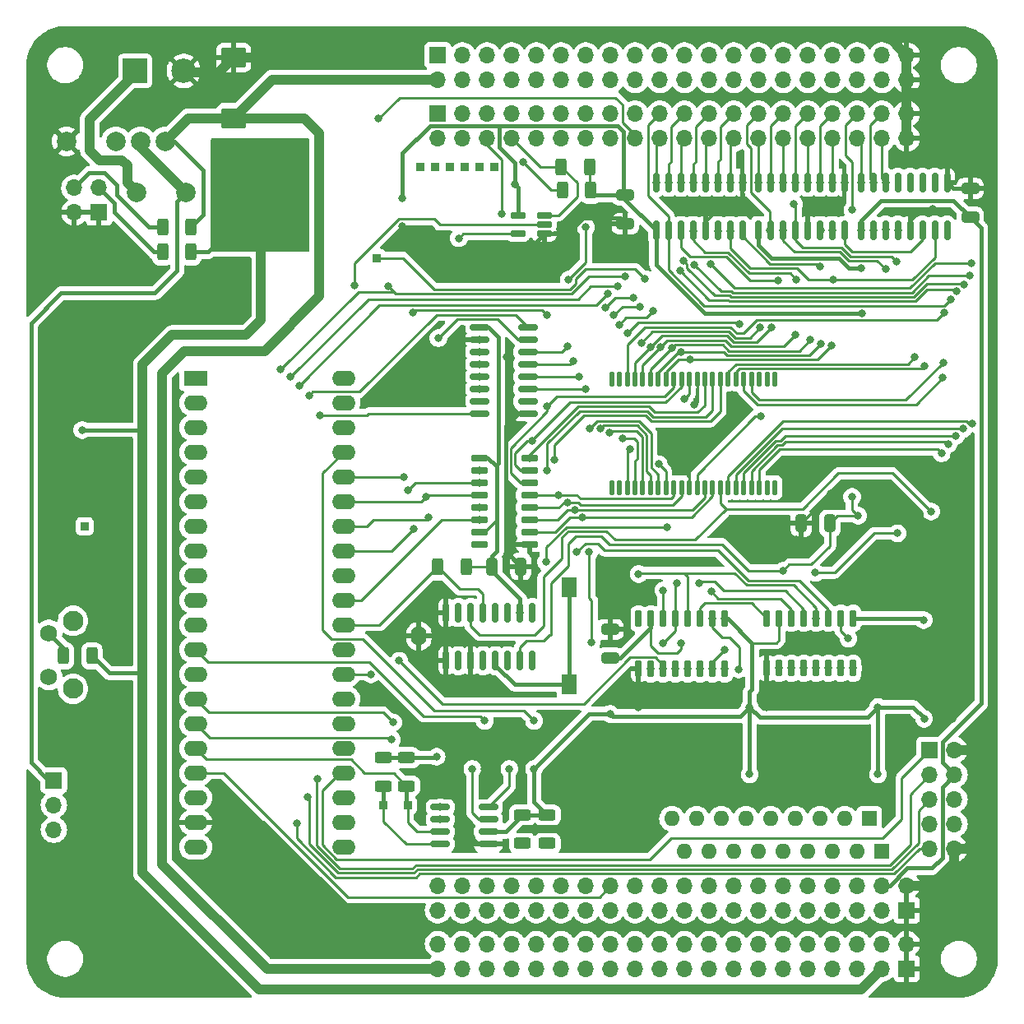
<source format=gbr>
%TF.GenerationSoftware,KiCad,Pcbnew,8.0.5-8.0.5-0~ubuntu22.04.1*%
%TF.CreationDate,2024-09-17T15:44:00+02:00*%
%TF.ProjectId,RamRomBoard,52616d52-6f6d-4426-9f61-72642e6b6963,rev?*%
%TF.SameCoordinates,Original*%
%TF.FileFunction,Copper,L2,Bot*%
%TF.FilePolarity,Positive*%
%FSLAX46Y46*%
G04 Gerber Fmt 4.6, Leading zero omitted, Abs format (unit mm)*
G04 Created by KiCad (PCBNEW 8.0.5-8.0.5-0~ubuntu22.04.1) date 2024-09-17 15:44:00*
%MOMM*%
%LPD*%
G01*
G04 APERTURE LIST*
G04 Aperture macros list*
%AMRoundRect*
0 Rectangle with rounded corners*
0 $1 Rounding radius*
0 $2 $3 $4 $5 $6 $7 $8 $9 X,Y pos of 4 corners*
0 Add a 4 corners polygon primitive as box body*
4,1,4,$2,$3,$4,$5,$6,$7,$8,$9,$2,$3,0*
0 Add four circle primitives for the rounded corners*
1,1,$1+$1,$2,$3*
1,1,$1+$1,$4,$5*
1,1,$1+$1,$6,$7*
1,1,$1+$1,$8,$9*
0 Add four rect primitives between the rounded corners*
20,1,$1+$1,$2,$3,$4,$5,0*
20,1,$1+$1,$4,$5,$6,$7,0*
20,1,$1+$1,$6,$7,$8,$9,0*
20,1,$1+$1,$8,$9,$2,$3,0*%
G04 Aperture macros list end*
%TA.AperFunction,ComponentPad*%
%ADD10R,1.700000X1.700000*%
%TD*%
%TA.AperFunction,ComponentPad*%
%ADD11O,1.700000X1.700000*%
%TD*%
%TA.AperFunction,ComponentPad*%
%ADD12R,0.850000X0.850000*%
%TD*%
%TA.AperFunction,ComponentPad*%
%ADD13R,2.400000X1.600000*%
%TD*%
%TA.AperFunction,ComponentPad*%
%ADD14O,2.400000X1.600000*%
%TD*%
%TA.AperFunction,ComponentPad*%
%ADD15R,2.500000X2.500000*%
%TD*%
%TA.AperFunction,ComponentPad*%
%ADD16C,2.500000*%
%TD*%
%TA.AperFunction,ComponentPad*%
%ADD17R,1.600000X1.600000*%
%TD*%
%TA.AperFunction,ComponentPad*%
%ADD18O,1.600000X1.600000*%
%TD*%
%TA.AperFunction,ComponentPad*%
%ADD19C,2.100000*%
%TD*%
%TA.AperFunction,ComponentPad*%
%ADD20C,1.750000*%
%TD*%
%TA.AperFunction,ComponentPad*%
%ADD21R,1.600000X2.000000*%
%TD*%
%TA.AperFunction,ComponentPad*%
%ADD22O,1.600000X2.000000*%
%TD*%
%TA.AperFunction,ComponentPad*%
%ADD23C,2.000000*%
%TD*%
%TA.AperFunction,SMDPad,CuDef*%
%ADD24RoundRect,0.150000X0.150000X-0.825000X0.150000X0.825000X-0.150000X0.825000X-0.150000X-0.825000X0*%
%TD*%
%TA.AperFunction,SMDPad,CuDef*%
%ADD25RoundRect,0.150000X0.150000X-0.725000X0.150000X0.725000X-0.150000X0.725000X-0.150000X-0.725000X0*%
%TD*%
%TA.AperFunction,SMDPad,CuDef*%
%ADD26RoundRect,0.150000X0.825000X0.150000X-0.825000X0.150000X-0.825000X-0.150000X0.825000X-0.150000X0*%
%TD*%
%TA.AperFunction,SMDPad,CuDef*%
%ADD27RoundRect,0.250000X0.650000X-0.325000X0.650000X0.325000X-0.650000X0.325000X-0.650000X-0.325000X0*%
%TD*%
%TA.AperFunction,SMDPad,CuDef*%
%ADD28RoundRect,0.250000X-0.650000X0.325000X-0.650000X-0.325000X0.650000X-0.325000X0.650000X0.325000X0*%
%TD*%
%TA.AperFunction,SMDPad,CuDef*%
%ADD29RoundRect,0.250000X-0.625000X0.312500X-0.625000X-0.312500X0.625000X-0.312500X0.625000X0.312500X0*%
%TD*%
%TA.AperFunction,SMDPad,CuDef*%
%ADD30RoundRect,0.150000X0.725000X0.150000X-0.725000X0.150000X-0.725000X-0.150000X0.725000X-0.150000X0*%
%TD*%
%TA.AperFunction,SMDPad,CuDef*%
%ADD31RoundRect,0.162500X0.617500X0.162500X-0.617500X0.162500X-0.617500X-0.162500X0.617500X-0.162500X0*%
%TD*%
%TA.AperFunction,SMDPad,CuDef*%
%ADD32RoundRect,0.250000X-0.325000X-0.650000X0.325000X-0.650000X0.325000X0.650000X-0.325000X0.650000X0*%
%TD*%
%TA.AperFunction,SMDPad,CuDef*%
%ADD33RoundRect,0.150000X-0.150000X0.825000X-0.150000X-0.825000X0.150000X-0.825000X0.150000X0.825000X0*%
%TD*%
%TA.AperFunction,SMDPad,CuDef*%
%ADD34RoundRect,0.250000X0.312500X0.625000X-0.312500X0.625000X-0.312500X-0.625000X0.312500X-0.625000X0*%
%TD*%
%TA.AperFunction,SMDPad,CuDef*%
%ADD35RoundRect,0.137500X0.137500X-0.625000X0.137500X0.625000X-0.137500X0.625000X-0.137500X-0.625000X0*%
%TD*%
%TA.AperFunction,SMDPad,CuDef*%
%ADD36RoundRect,0.250000X0.325000X0.650000X-0.325000X0.650000X-0.325000X-0.650000X0.325000X-0.650000X0*%
%TD*%
%TA.AperFunction,SMDPad,CuDef*%
%ADD37RoundRect,0.250000X1.025000X-0.787500X1.025000X0.787500X-1.025000X0.787500X-1.025000X-0.787500X0*%
%TD*%
%TA.AperFunction,ViaPad*%
%ADD38C,0.800000*%
%TD*%
%TA.AperFunction,Conductor*%
%ADD39C,1.000000*%
%TD*%
%TA.AperFunction,Conductor*%
%ADD40C,0.400000*%
%TD*%
%TA.AperFunction,Conductor*%
%ADD41C,0.250000*%
%TD*%
G04 APERTURE END LIST*
D10*
%TO.P,J8,1,Pin_1*%
%TO.N,GND*%
X57482000Y-69174995D03*
D11*
%TO.P,J8,2,Pin_2*%
X54942000Y-69174995D03*
%TO.P,J8,3,Pin_3*%
%TO.N,Net-(J8-Pin_3)*%
X57482000Y-66634995D03*
%TO.P,J8,4,Pin_4*%
%TO.N,Net-(J8-Pin_4)*%
X54942000Y-66634995D03*
%TD*%
D12*
%TO.P,TP9,1,1*%
%TO.N,/CTRL1*%
X89281000Y-130175000D03*
%TD*%
D10*
%TO.P,J1,1,Pin_1*%
%TO.N,+5V*%
X92367000Y-53000000D03*
D11*
%TO.P,J1,2,Pin_2*%
X92367000Y-55540000D03*
%TO.P,J1,3,Pin_3*%
%TO.N,/PHI1_e*%
X94907000Y-53000000D03*
%TO.P,J1,4,Pin_4*%
%TO.N,/PHI2_e*%
X94907000Y-55540000D03*
%TO.P,J1,5,Pin_5*%
%TO.N,/~{IORD}*%
X97447000Y-53000000D03*
%TO.P,J1,6,Pin_6*%
%TO.N,/R{slash}~{W}_e*%
X97447000Y-55540000D03*
%TO.P,J1,7,Pin_7*%
%TO.N,/~{MRD}*%
X99987000Y-53000000D03*
%TO.P,J1,8,Pin_8*%
%TO.N,/~{MWR}*%
X99987000Y-55540000D03*
%TO.P,J1,9,Pin_9*%
%TO.N,/~{IOWR}*%
X102527000Y-53000000D03*
%TO.P,J1,10,Pin_10*%
%TO.N,/D0*%
X102527000Y-55540000D03*
%TO.P,J1,11,Pin_11*%
%TO.N,/D1*%
X105067000Y-53000000D03*
%TO.P,J1,12,Pin_12*%
%TO.N,/D2*%
X105067000Y-55540000D03*
%TO.P,J1,13,Pin_13*%
%TO.N,/D3*%
X107607000Y-53000000D03*
%TO.P,J1,14,Pin_14*%
%TO.N,/D4*%
X107607000Y-55540000D03*
%TO.P,J1,15,Pin_15*%
%TO.N,/D5*%
X110147000Y-53000000D03*
%TO.P,J1,16,Pin_16*%
%TO.N,/D6*%
X110147000Y-55540000D03*
%TO.P,J1,17,Pin_17*%
%TO.N,/D7*%
X112687000Y-53000000D03*
%TO.P,J1,18,Pin_18*%
%TO.N,/~{RST}*%
X112687000Y-55540000D03*
%TO.P,J1,19,Pin_19*%
%TO.N,/A0*%
X115227000Y-53000000D03*
%TO.P,J1,20,Pin_20*%
%TO.N,/A1*%
X115227000Y-55540000D03*
%TO.P,J1,21,Pin_21*%
%TO.N,/A2*%
X117767000Y-53000000D03*
%TO.P,J1,22,Pin_22*%
%TO.N,/A3*%
X117767000Y-55540000D03*
%TO.P,J1,23,Pin_23*%
%TO.N,/A4*%
X120307000Y-53000000D03*
%TO.P,J1,24,Pin_24*%
%TO.N,/A5*%
X120307000Y-55540000D03*
%TO.P,J1,25,Pin_25*%
%TO.N,/A6*%
X122847000Y-53000000D03*
%TO.P,J1,26,Pin_26*%
%TO.N,/A7*%
X122847000Y-55540000D03*
%TO.P,J1,27,Pin_27*%
%TO.N,/A8*%
X125387000Y-53000000D03*
%TO.P,J1,28,Pin_28*%
%TO.N,/A9*%
X125387000Y-55540000D03*
%TO.P,J1,29,Pin_29*%
%TO.N,/A10*%
X127927000Y-53000000D03*
%TO.P,J1,30,Pin_30*%
%TO.N,/A11*%
X127927000Y-55540000D03*
%TO.P,J1,31,Pin_31*%
%TO.N,/A12*%
X130467000Y-53000000D03*
%TO.P,J1,32,Pin_32*%
%TO.N,/A13*%
X130467000Y-55540000D03*
%TO.P,J1,33,Pin_33*%
%TO.N,/A14*%
X133007000Y-53000000D03*
%TO.P,J1,34,Pin_34*%
%TO.N,/A15*%
X133007000Y-55540000D03*
%TO.P,J1,35,Pin_35*%
%TO.N,/A16*%
X135547000Y-53000000D03*
%TO.P,J1,36,Pin_36*%
%TO.N,/A17*%
X135547000Y-55540000D03*
%TO.P,J1,37,Pin_37*%
%TO.N,/A18*%
X138087000Y-53000000D03*
%TO.P,J1,38,Pin_38*%
%TO.N,/A19*%
X138087000Y-55540000D03*
%TO.P,J1,39,Pin_39*%
%TO.N,GND*%
X140627000Y-53000000D03*
%TO.P,J1,40,Pin_40*%
X140627000Y-55540000D03*
%TD*%
D13*
%TO.P,J7,1,Pin_1*%
%TO.N,/~{CS_SD}*%
X67437000Y-86233000D03*
D14*
%TO.P,J7,2,Pin_2*%
%TO.N,/SCK_SD*%
X67437000Y-88773000D03*
%TO.P,J7,3,Pin_3*%
%TO.N,/MISO_SD*%
X67437000Y-91313000D03*
%TO.P,J7,4,Pin_4*%
%TO.N,/MOSI_SD*%
X67437000Y-93853000D03*
%TO.P,J7,5,Pin_5*%
%TO.N,/DET_SD*%
X67437000Y-96393000D03*
%TO.P,J7,6,Pin_6*%
%TO.N,/uA9*%
X67437000Y-98933000D03*
%TO.P,J7,7,Pin_7*%
%TO.N,/~{EXTRST}*%
X67437000Y-101473000D03*
%TO.P,J7,8,Pin_8*%
%TO.N,/uA11*%
X67437000Y-104013000D03*
%TO.P,J7,9,Pin_9*%
%TO.N,/uA12*%
X67437000Y-106553000D03*
%TO.P,J7,10,Pin_10*%
%TO.N,/CNT*%
X67437000Y-109093000D03*
%TO.P,J7,11,Pin_11*%
%TO.N,/~{MRC}*%
X67437000Y-111633000D03*
%TO.P,J7,12,Pin_12*%
%TO.N,/CLK1#*%
X67437000Y-114173000D03*
%TO.P,J7,13,Pin_13*%
%TO.N,/~{CNTOE}*%
X67437000Y-116713000D03*
%TO.P,J7,14,Pin_14*%
%TO.N,/SCL*%
X67437000Y-119253000D03*
%TO.P,J7,15,Pin_15*%
%TO.N,/SDA*%
X67437000Y-121793000D03*
%TO.P,J7,16,Pin_16*%
%TO.N,/CTRL1*%
X67437000Y-124333000D03*
%TO.P,J7,17,Pin_17*%
%TO.N,/~{BUSFREE}*%
X67437000Y-126873000D03*
%TO.P,J7,18,Pin_18*%
%TO.N,Net-(J7-Pin_18)*%
X67437000Y-129413000D03*
%TO.P,J7,19,Pin_19*%
%TO.N,GND*%
X67437000Y-131953000D03*
%TO.P,J7,20,Pin_20*%
%TO.N,unconnected-(J7-Pin_20-Pad20)*%
X67437000Y-134493000D03*
%TO.P,J7,21,Pin_21*%
%TO.N,/VB*%
X82677000Y-134493000D03*
%TO.P,J7,22,Pin_22*%
%TO.N,/TDI*%
X82677000Y-131953000D03*
%TO.P,J7,23,Pin_23*%
%TO.N,/TMS*%
X82677000Y-129413000D03*
%TO.P,J7,24,Pin_24*%
%TO.N,/TCK*%
X82677000Y-126873000D03*
%TO.P,J7,25,Pin_25*%
%TO.N,/~{STMRST}*%
X82677000Y-124333000D03*
%TO.P,J7,26,Pin_26*%
%TO.N,/TDO*%
X82677000Y-121793000D03*
%TO.P,J7,27,Pin_27*%
%TO.N,/~{PLD}*%
X82677000Y-119253000D03*
%TO.P,J7,28,Pin_28*%
%TO.N,/RXSTM*%
X82677000Y-116713000D03*
%TO.P,J7,29,Pin_29*%
%TO.N,/TXSTM*%
X82677000Y-114173000D03*
%TO.P,J7,30,Pin_30*%
%TO.N,/~{BW}*%
X82677000Y-111633000D03*
%TO.P,J7,31,Pin_31*%
%TO.N,/uSCK*%
X82677000Y-109093000D03*
%TO.P,J7,32,Pin_32*%
%TO.N,/uMISO*%
X82677000Y-106553000D03*
%TO.P,J7,33,Pin_33*%
%TO.N,/uMOSI*%
X82677000Y-104013000D03*
%TO.P,J7,34,Pin_34*%
%TO.N,/~{CEDAT_EN}*%
X82677000Y-101473000D03*
%TO.P,J7,35,Pin_35*%
%TO.N,/~{MRAM_WR}*%
X82677000Y-98933000D03*
%TO.P,J7,36,Pin_36*%
%TO.N,/~{DATOE}*%
X82677000Y-96393000D03*
%TO.P,J7,37,Pin_37*%
%TO.N,/~{TRST}*%
X82677000Y-93853000D03*
%TO.P,J7,38,Pin_38*%
%TO.N,unconnected-(J7-Pin_38-Pad38)*%
X82677000Y-91313000D03*
%TO.P,J7,39,Pin_39*%
%TO.N,unconnected-(J7-Pin_39-Pad39)*%
X82677000Y-88773000D03*
%TO.P,J7,40,Pin_40*%
%TO.N,unconnected-(J7-Pin_40-Pad40)*%
X82677000Y-86233000D03*
%TD*%
D12*
%TO.P,TP1,1,1*%
%TO.N,Net-(TP1-Pad1)*%
X95154000Y-64470995D03*
%TD*%
D10*
%TO.P,J4,1,Pin_1*%
%TO.N,GND*%
X140627000Y-141000000D03*
D11*
%TO.P,J4,2,Pin_2*%
X140627000Y-138460000D03*
%TO.P,J4,3,Pin_3*%
%TO.N,+3V3*%
X138087000Y-141000000D03*
%TO.P,J4,4,Pin_4*%
X138087000Y-138460000D03*
%TO.P,J4,5,Pin_5*%
%TO.N,/~{CE_EXT1}*%
X135547000Y-141000000D03*
%TO.P,J4,6,Pin_6*%
%TO.N,/~{CE_EXT0}*%
X135547000Y-138460000D03*
%TO.P,J4,7,Pin_7*%
%TO.N,/~{CE_EXT3}*%
X133007000Y-141000000D03*
%TO.P,J4,8,Pin_8*%
%TO.N,/~{CE_EXT2}*%
X133007000Y-138460000D03*
%TO.P,J4,9,Pin_9*%
%TO.N,/~{CE_EXT5}*%
X130467000Y-141000000D03*
%TO.P,J4,10,Pin_10*%
%TO.N,/~{CE_EXT4}*%
X130467000Y-138460000D03*
%TO.P,J4,11,Pin_11*%
%TO.N,/~{CE_EXT7}*%
X127927000Y-141000000D03*
%TO.P,J4,12,Pin_12*%
%TO.N,/~{CE_EXT6}*%
X127927000Y-138460000D03*
%TO.P,J4,13,Pin_13*%
%TO.N,/~{CE_EXT9}*%
X125387000Y-141000000D03*
%TO.P,J4,14,Pin_14*%
%TO.N,/~{CE_EXT8}*%
X125387000Y-138460000D03*
%TO.P,J4,15,Pin_15*%
%TO.N,/~{CE_EXT11}*%
X122847000Y-141000000D03*
%TO.P,J4,16,Pin_16*%
%TO.N,/~{CE_EXT10}*%
X122847000Y-138460000D03*
%TO.P,J4,17,Pin_17*%
%TO.N,/~{CE_EXT13}*%
X120307000Y-141000000D03*
%TO.P,J4,18,Pin_18*%
%TO.N,/~{CE_EXT12}*%
X120307000Y-138460000D03*
%TO.P,J4,19,Pin_19*%
%TO.N,/Bus/RES4*%
X117767000Y-141000000D03*
%TO.P,J4,20,Pin_20*%
%TO.N,/Bus/RES5*%
X117767000Y-138460000D03*
%TO.P,J4,21,Pin_21*%
%TO.N,/Bus/RES2*%
X115227000Y-141000000D03*
%TO.P,J4,22,Pin_22*%
%TO.N,/Bus/RES3*%
X115227000Y-138460000D03*
%TO.P,J4,23,Pin_23*%
%TO.N,/Bus/RES0*%
X112687000Y-141000000D03*
%TO.P,J4,24,Pin_24*%
%TO.N,/Bus/RES1*%
X112687000Y-138460000D03*
%TO.P,J4,25,Pin_25*%
%TO.N,/CLK1*%
X110147000Y-141000000D03*
%TO.P,J4,26,Pin_26*%
%TO.N,/~{BUSFREE}*%
X110147000Y-138460000D03*
%TO.P,J4,27,Pin_27*%
%TO.N,/CLKF*%
X107607000Y-141000000D03*
%TO.P,J4,28,Pin_28*%
%TO.N,/CLKS*%
X107607000Y-138460000D03*
%TO.P,J4,29,Pin_29*%
%TO.N,/~{PH0}*%
X105067000Y-141000000D03*
%TO.P,J4,30,Pin_30*%
%TO.N,/PH0*%
X105067000Y-138460000D03*
%TO.P,J4,31,Pin_31*%
%TO.N,/SDA*%
X102527000Y-141000000D03*
%TO.P,J4,32,Pin_32*%
%TO.N,/SCL*%
X102527000Y-138460000D03*
%TO.P,J4,33,Pin_33*%
%TO.N,/Bus/TX1*%
X99987000Y-141000000D03*
%TO.P,J4,34,Pin_34*%
%TO.N,/Bus/RX1*%
X99987000Y-138460000D03*
%TO.P,J4,35,Pin_35*%
%TO.N,/Bus/TX0*%
X97447000Y-141000000D03*
%TO.P,J4,36,Pin_36*%
%TO.N,/Bus/RX0*%
X97447000Y-138460000D03*
%TO.P,J4,37,Pin_37*%
%TO.N,/TXSTM*%
X94907000Y-141000000D03*
%TO.P,J4,38,Pin_38*%
%TO.N,/RXSTM*%
X94907000Y-138460000D03*
%TO.P,J4,39,Pin_39*%
%TO.N,+5V*%
X92367000Y-141000000D03*
%TO.P,J4,40,Pin_40*%
X92367000Y-138460000D03*
%TD*%
D15*
%TO.P,J5,1,Pin_1*%
%TO.N,Net-(J5-Pin_1)*%
X61200000Y-54600000D03*
D16*
%TO.P,J5,2,Pin_2*%
%TO.N,GND*%
X66200000Y-54600000D03*
%TD*%
D12*
%TO.P,TP7,1,1*%
%TO.N,/CPR*%
X86060000Y-73853995D03*
%TD*%
D17*
%TO.P,RN4,1,common*%
%TO.N,+3V3*%
X138049000Y-134955995D03*
D18*
%TO.P,RN4,2,R1*%
%TO.N,/~{CE_EXT0}*%
X135509000Y-134955995D03*
%TO.P,RN4,3,R2*%
%TO.N,/~{CE_EXT2}*%
X132969000Y-134955995D03*
%TO.P,RN4,4,R3*%
%TO.N,/~{CE_EXT4}*%
X130429000Y-134955995D03*
%TO.P,RN4,5,R4*%
%TO.N,/~{CE_EXT6}*%
X127889000Y-134955995D03*
%TO.P,RN4,6,R5*%
%TO.N,/~{CE_EXT8}*%
X125349000Y-134955995D03*
%TO.P,RN4,7,R6*%
%TO.N,/~{CE_EXT10}*%
X122809000Y-134955995D03*
%TO.P,RN4,8,R7*%
%TO.N,/~{CE_EXT12}*%
X120269000Y-134955995D03*
%TO.P,RN4,9,R8*%
%TO.N,/~{CE_EXT14}*%
X117729000Y-134955995D03*
%TD*%
D10*
%TO.P,JP1,1,A*%
%TO.N,+5VA*%
X52832000Y-127635000D03*
D11*
%TO.P,JP1,2,C*%
%TO.N,Net-(J7-Pin_18)*%
X52832000Y-130175000D03*
%TO.P,JP1,3,B*%
%TO.N,+5V*%
X52832000Y-132715000D03*
%TD*%
D12*
%TO.P,TP3,1,1*%
%TO.N,Net-(TP3-Pad1)*%
X98202000Y-64470995D03*
%TD*%
%TO.P,TP8,1,1*%
%TO.N,Net-(U4-CTRL0)*%
X86741000Y-130175000D03*
%TD*%
D17*
%TO.P,RN3,1,common*%
%TO.N,+3V3*%
X136779000Y-131572000D03*
D18*
%TO.P,RN3,2,R1*%
%TO.N,/~{CE_EXT1}*%
X134239000Y-131572000D03*
%TO.P,RN3,3,R2*%
%TO.N,/~{CE_EXT3}*%
X131699000Y-131572000D03*
%TO.P,RN3,4,R3*%
%TO.N,/~{CE_EXT5}*%
X129159000Y-131572000D03*
%TO.P,RN3,5,R4*%
%TO.N,/~{CE_EXT7}*%
X126619000Y-131572000D03*
%TO.P,RN3,6,R5*%
%TO.N,/~{CE_EXT9}*%
X124079000Y-131572000D03*
%TO.P,RN3,7,R6*%
%TO.N,/~{CE_EXT11}*%
X121539000Y-131572000D03*
%TO.P,RN3,8,R7*%
%TO.N,/~{CE_EXT13}*%
X118999000Y-131572000D03*
%TO.P,RN3,9,R8*%
%TO.N,/~{CE_EXT15}*%
X116459000Y-131572000D03*
%TD*%
D12*
%TO.P,TP6,1,1*%
%TO.N,Net-(TP6-Pad1)*%
X93630000Y-64470995D03*
%TD*%
D19*
%TO.P,SW2,*%
%TO.N,*%
X54811500Y-118206000D03*
X54811500Y-111196000D03*
D20*
%TO.P,SW2,1,1*%
%TO.N,GND*%
X52321500Y-116956000D03*
%TO.P,SW2,2,2*%
%TO.N,/~{EXTRST}*%
X52321500Y-112456000D03*
%TD*%
D12*
%TO.P,TP2,1,1*%
%TO.N,Net-(TP2-Pad1)*%
X96676000Y-64470995D03*
%TD*%
D10*
%TO.P,J2,1,Pin_1*%
%TO.N,GND*%
X140627000Y-147000000D03*
D11*
%TO.P,J2,2,Pin_2*%
X140627000Y-144460000D03*
%TO.P,J2,3,Pin_3*%
%TO.N,+3V3*%
X138087000Y-147000000D03*
%TO.P,J2,4,Pin_4*%
X138087000Y-144460000D03*
%TO.P,J2,5,Pin_5*%
%TO.N,/~{CE_EXT1}*%
X135547000Y-147000000D03*
%TO.P,J2,6,Pin_6*%
%TO.N,/~{CE_EXT0}*%
X135547000Y-144460000D03*
%TO.P,J2,7,Pin_7*%
%TO.N,/~{CE_EXT3}*%
X133007000Y-147000000D03*
%TO.P,J2,8,Pin_8*%
%TO.N,/~{CE_EXT2}*%
X133007000Y-144460000D03*
%TO.P,J2,9,Pin_9*%
%TO.N,/~{CE_EXT5}*%
X130467000Y-147000000D03*
%TO.P,J2,10,Pin_10*%
%TO.N,/~{CE_EXT4}*%
X130467000Y-144460000D03*
%TO.P,J2,11,Pin_11*%
%TO.N,/~{CE_EXT7}*%
X127927000Y-147000000D03*
%TO.P,J2,12,Pin_12*%
%TO.N,/~{CE_EXT6}*%
X127927000Y-144460000D03*
%TO.P,J2,13,Pin_13*%
%TO.N,/~{CE_EXT9}*%
X125387000Y-147000000D03*
%TO.P,J2,14,Pin_14*%
%TO.N,/~{CE_EXT8}*%
X125387000Y-144460000D03*
%TO.P,J2,15,Pin_15*%
%TO.N,/~{CE_EXT11}*%
X122847000Y-147000000D03*
%TO.P,J2,16,Pin_16*%
%TO.N,/~{CE_EXT10}*%
X122847000Y-144460000D03*
%TO.P,J2,17,Pin_17*%
%TO.N,/~{CE_EXT13}*%
X120307000Y-147000000D03*
%TO.P,J2,18,Pin_18*%
%TO.N,/~{CE_EXT12}*%
X120307000Y-144460000D03*
%TO.P,J2,19,Pin_19*%
%TO.N,/Bus/RES4*%
X117767000Y-147000000D03*
%TO.P,J2,20,Pin_20*%
%TO.N,/Bus/RES5*%
X117767000Y-144460000D03*
%TO.P,J2,21,Pin_21*%
%TO.N,/Bus/RES2*%
X115227000Y-147000000D03*
%TO.P,J2,22,Pin_22*%
%TO.N,/Bus/RES3*%
X115227000Y-144460000D03*
%TO.P,J2,23,Pin_23*%
%TO.N,/Bus/RES0*%
X112687000Y-147000000D03*
%TO.P,J2,24,Pin_24*%
%TO.N,/Bus/RES1*%
X112687000Y-144460000D03*
%TO.P,J2,25,Pin_25*%
%TO.N,/CLK1*%
X110147000Y-147000000D03*
%TO.P,J2,26,Pin_26*%
%TO.N,/~{BUSFREE}*%
X110147000Y-144460000D03*
%TO.P,J2,27,Pin_27*%
%TO.N,/CLKF*%
X107607000Y-147000000D03*
%TO.P,J2,28,Pin_28*%
%TO.N,/CLKS*%
X107607000Y-144460000D03*
%TO.P,J2,29,Pin_29*%
%TO.N,/~{PH0}*%
X105067000Y-147000000D03*
%TO.P,J2,30,Pin_30*%
%TO.N,/PH0*%
X105067000Y-144460000D03*
%TO.P,J2,31,Pin_31*%
%TO.N,/SDA*%
X102527000Y-147000000D03*
%TO.P,J2,32,Pin_32*%
%TO.N,/SCL*%
X102527000Y-144460000D03*
%TO.P,J2,33,Pin_33*%
%TO.N,/Bus/TX1*%
X99987000Y-147000000D03*
%TO.P,J2,34,Pin_34*%
%TO.N,/Bus/RX1*%
X99987000Y-144460000D03*
%TO.P,J2,35,Pin_35*%
%TO.N,/Bus/TX0*%
X97447000Y-147000000D03*
%TO.P,J2,36,Pin_36*%
%TO.N,/Bus/RX0*%
X97447000Y-144460000D03*
%TO.P,J2,37,Pin_37*%
%TO.N,/TXSTM*%
X94907000Y-147000000D03*
%TO.P,J2,38,Pin_38*%
%TO.N,/RXSTM*%
X94907000Y-144460000D03*
%TO.P,J2,39,Pin_39*%
%TO.N,+5V*%
X92367000Y-147000000D03*
%TO.P,J2,40,Pin_40*%
X92367000Y-144460000D03*
%TD*%
D10*
%TO.P,J9,1,Pin_1*%
%TO.N,/TCK*%
X143000000Y-124500000D03*
D11*
%TO.P,J9,2,Pin_2*%
%TO.N,GND*%
X145540000Y-124500000D03*
%TO.P,J9,3,Pin_3*%
%TO.N,/TDO*%
X143000000Y-127040000D03*
%TO.P,J9,4,Pin_4*%
%TO.N,+3V3*%
X145540000Y-127040000D03*
%TO.P,J9,5,Pin_5*%
%TO.N,/TMS*%
X143000000Y-129580000D03*
%TO.P,J9,6,Pin_6*%
%TO.N,unconnected-(J9-Pin_6-Pad6)*%
X145540000Y-129580000D03*
%TO.P,J9,7,Pin_7*%
%TO.N,unconnected-(J9-Pin_7-Pad7)*%
X143000000Y-132120000D03*
%TO.P,J9,8,Pin_8*%
%TO.N,unconnected-(J9-Pin_8-Pad8)*%
X145540000Y-132120000D03*
%TO.P,J9,9,Pin_9*%
%TO.N,/TDI*%
X143000000Y-134660000D03*
%TO.P,J9,10,Pin_10*%
%TO.N,GND*%
X145540000Y-134660000D03*
%TD*%
D12*
%TO.P,TP4,1,1*%
%TO.N,Net-(TP4-Pad1)*%
X90582000Y-64470995D03*
%TD*%
%TO.P,TP14,1,1*%
%TO.N,/uA9*%
X56007000Y-101473000D03*
%TD*%
D21*
%TO.P,BT1,1,+*%
%TO.N,Net-(BT1-+)*%
X105918000Y-117776000D03*
X105918000Y-107776000D03*
D22*
%TO.P,BT1,2,-*%
%TO.N,GND*%
X90418000Y-112776000D03*
%TD*%
D23*
%TO.P,SW1,1,1*%
%TO.N,unconnected-(SW1-Pad1)*%
X59220000Y-61853995D03*
%TO.P,SW1,2,2*%
%TO.N,+5VA*%
X61760000Y-61853995D03*
%TO.P,SW1,3,3*%
%TO.N,+5V*%
X64300000Y-61853995D03*
%TO.P,SW1,4,4*%
%TO.N,GND*%
X54140000Y-61853995D03*
%TD*%
D10*
%TO.P,J3,1,Pin_1*%
%TO.N,+5V*%
X92367000Y-59000000D03*
D11*
%TO.P,J3,2,Pin_2*%
X92367000Y-61540000D03*
%TO.P,J3,3,Pin_3*%
%TO.N,/PHI1_e*%
X94907000Y-59000000D03*
%TO.P,J3,4,Pin_4*%
%TO.N,/PHI2_e*%
X94907000Y-61540000D03*
%TO.P,J3,5,Pin_5*%
%TO.N,/~{IORD}*%
X97447000Y-59000000D03*
%TO.P,J3,6,Pin_6*%
%TO.N,/R{slash}~{W}_e*%
X97447000Y-61540000D03*
%TO.P,J3,7,Pin_7*%
%TO.N,/~{MRD}*%
X99987000Y-59000000D03*
%TO.P,J3,8,Pin_8*%
%TO.N,/~{MWR}*%
X99987000Y-61540000D03*
%TO.P,J3,9,Pin_9*%
%TO.N,/~{IOWR}*%
X102527000Y-59000000D03*
%TO.P,J3,10,Pin_10*%
%TO.N,/D0*%
X102527000Y-61540000D03*
%TO.P,J3,11,Pin_11*%
%TO.N,/D1*%
X105067000Y-59000000D03*
%TO.P,J3,12,Pin_12*%
%TO.N,/D2*%
X105067000Y-61540000D03*
%TO.P,J3,13,Pin_13*%
%TO.N,/D3*%
X107607000Y-59000000D03*
%TO.P,J3,14,Pin_14*%
%TO.N,/D4*%
X107607000Y-61540000D03*
%TO.P,J3,15,Pin_15*%
%TO.N,/D5*%
X110147000Y-59000000D03*
%TO.P,J3,16,Pin_16*%
%TO.N,/D6*%
X110147000Y-61540000D03*
%TO.P,J3,17,Pin_17*%
%TO.N,/D7*%
X112687000Y-59000000D03*
%TO.P,J3,18,Pin_18*%
%TO.N,/~{RST}*%
X112687000Y-61540000D03*
%TO.P,J3,19,Pin_19*%
%TO.N,/A0*%
X115227000Y-59000000D03*
%TO.P,J3,20,Pin_20*%
%TO.N,/A1*%
X115227000Y-61540000D03*
%TO.P,J3,21,Pin_21*%
%TO.N,/A2*%
X117767000Y-59000000D03*
%TO.P,J3,22,Pin_22*%
%TO.N,/A3*%
X117767000Y-61540000D03*
%TO.P,J3,23,Pin_23*%
%TO.N,/A4*%
X120307000Y-59000000D03*
%TO.P,J3,24,Pin_24*%
%TO.N,/A5*%
X120307000Y-61540000D03*
%TO.P,J3,25,Pin_25*%
%TO.N,/A6*%
X122847000Y-59000000D03*
%TO.P,J3,26,Pin_26*%
%TO.N,/A7*%
X122847000Y-61540000D03*
%TO.P,J3,27,Pin_27*%
%TO.N,/A8*%
X125387000Y-59000000D03*
%TO.P,J3,28,Pin_28*%
%TO.N,/A9*%
X125387000Y-61540000D03*
%TO.P,J3,29,Pin_29*%
%TO.N,/A10*%
X127927000Y-59000000D03*
%TO.P,J3,30,Pin_30*%
%TO.N,/A11*%
X127927000Y-61540000D03*
%TO.P,J3,31,Pin_31*%
%TO.N,/A12*%
X130467000Y-59000000D03*
%TO.P,J3,32,Pin_32*%
%TO.N,/A13*%
X130467000Y-61540000D03*
%TO.P,J3,33,Pin_33*%
%TO.N,/A14*%
X133007000Y-59000000D03*
%TO.P,J3,34,Pin_34*%
%TO.N,/A15*%
X133007000Y-61540000D03*
%TO.P,J3,35,Pin_35*%
%TO.N,/A16*%
X135547000Y-59000000D03*
%TO.P,J3,36,Pin_36*%
%TO.N,/A17*%
X135547000Y-61540000D03*
%TO.P,J3,37,Pin_37*%
%TO.N,/A18*%
X138087000Y-59000000D03*
%TO.P,J3,38,Pin_38*%
%TO.N,/A19*%
X138087000Y-61540000D03*
%TO.P,J3,39,Pin_39*%
%TO.N,GND*%
X140627000Y-59000000D03*
%TO.P,J3,40,Pin_40*%
X140627000Y-61540000D03*
%TD*%
D23*
%TO.P,F1,1*%
%TO.N,Net-(J5-Pin_1)*%
X61372000Y-67137995D03*
%TO.P,F1,2*%
%TO.N,+5VA*%
X66452000Y-67147995D03*
%TD*%
D12*
%TO.P,TP5,1,1*%
%TO.N,Net-(TP5-Pad1)*%
X92106000Y-64470995D03*
%TD*%
D24*
%TO.P,U20,1*%
%TO.N,unconnected-(U20-Pad1)*%
X102108000Y-115313000D03*
%TO.P,U20,2,Vcco*%
%TO.N,VCCQ*%
X100838000Y-115313000D03*
%TO.P,U20,3*%
%TO.N,unconnected-(U20-Pad3)*%
X99568000Y-115313000D03*
%TO.P,U20,4,Vbat*%
%TO.N,Net-(BT1-+)*%
X98298000Y-115313000D03*
%TO.P,U20,5*%
%TO.N,unconnected-(U20-Pad5)*%
X97028000Y-115313000D03*
%TO.P,U20,6,TOL*%
%TO.N,GND*%
X95758000Y-115313000D03*
%TO.P,U20,7*%
%TO.N,unconnected-(U20-Pad7)*%
X94488000Y-115313000D03*
%TO.P,U20,8,GND*%
%TO.N,GND*%
X93218000Y-115313000D03*
%TO.P,U20,9,~{CEi}*%
X93218000Y-110363000D03*
%TO.P,U20,10*%
%TO.N,unconnected-(U20-Pad10)*%
X94488000Y-110363000D03*
%TO.P,U20,11,~{CEo}*%
%TO.N,/~{RAMCE}*%
X95758000Y-110363000D03*
%TO.P,U20,12,~{BW}*%
%TO.N,/~{BW}*%
X97028000Y-110363000D03*
%TO.P,U20,13*%
%TO.N,unconnected-(U20-Pad13)*%
X98298000Y-110363000D03*
%TO.P,U20,14,~{RST}*%
%TO.N,unconnected-(U20-~{RST}-Pad14)*%
X99568000Y-110363000D03*
%TO.P,U20,15,Vcci*%
%TO.N,+3V3*%
X100838000Y-110363000D03*
%TO.P,U20,16*%
%TO.N,unconnected-(U20-Pad16)*%
X102108000Y-110363000D03*
%TD*%
D25*
%TO.P,U13,1,QB*%
%TO.N,/~{CE_INT1}*%
X135128000Y-116091495D03*
%TO.P,U13,2,QC*%
%TO.N,/~{CE_INT2}*%
X133858000Y-116091495D03*
%TO.P,U13,3,QD*%
%TO.N,/~{CE_INT3}*%
X132588000Y-116091495D03*
%TO.P,U13,4,QE*%
%TO.N,/~{CE_INT4}*%
X131318000Y-116091495D03*
%TO.P,U13,5,QF*%
%TO.N,/~{CE_INT5}*%
X130048000Y-116091495D03*
%TO.P,U13,6,QG*%
%TO.N,/~{CE_INT6}*%
X128778000Y-116091495D03*
%TO.P,U13,7,QH*%
%TO.N,/~{CE_INT7}*%
X127508000Y-116091495D03*
%TO.P,U13,8,GND*%
%TO.N,GND*%
X126238000Y-116091495D03*
%TO.P,U13,9,QH'*%
%TO.N,Net-(U13-QH')*%
X126238000Y-110941495D03*
%TO.P,U13,10,~{SRCLR}*%
%TO.N,+3V3*%
X127508000Y-110941495D03*
%TO.P,U13,11,SRCLK*%
%TO.N,/uSCK*%
X128778000Y-110941495D03*
%TO.P,U13,12,RCLK*%
%TO.N,/~{uSCK}*%
X130048000Y-110941495D03*
%TO.P,U13,13,~{OE}*%
%TO.N,/~{CEDAT_EN}*%
X131318000Y-110941495D03*
%TO.P,U13,14,SER*%
%TO.N,/uMOSI*%
X132588000Y-110941495D03*
%TO.P,U13,15,QA*%
%TO.N,/~{CE_INT0}*%
X133858000Y-110941495D03*
%TO.P,U13,16,VCC*%
%TO.N,+3V3*%
X135128000Y-110941495D03*
%TD*%
D26*
%TO.P,U4,1,OUT1*%
%TO.N,/CLKS#*%
X97567000Y-130383995D03*
%TO.P,U4,2,OUT0*%
%TO.N,/CLKF#*%
X97567000Y-131653995D03*
%TO.P,U4,3,Vcc*%
%TO.N,+3V3*%
X97567000Y-132923995D03*
%TO.P,U4,4,GND*%
%TO.N,GND*%
X97567000Y-134193995D03*
%TO.P,U4,5,CTRL0*%
%TO.N,Net-(U4-CTRL0)*%
X92617000Y-134193995D03*
%TO.P,U4,6,CTRL1*%
%TO.N,/CTRL1*%
X92617000Y-132923995D03*
%TO.P,U4,7,SDA*%
%TO.N,/SDA*%
X92617000Y-131653995D03*
%TO.P,U4,8,SCL*%
%TO.N,/SCL*%
X92617000Y-130383995D03*
%TD*%
D27*
%TO.P,C3,1*%
%TO.N,+3V3*%
X147160000Y-69653995D03*
%TO.P,C3,2*%
%TO.N,GND*%
X147160000Y-66703995D03*
%TD*%
D28*
%TO.P,C5,1*%
%TO.N,+3V3*%
X111664000Y-67391995D03*
%TO.P,C5,2*%
%TO.N,GND*%
X111664000Y-70341995D03*
%TD*%
D29*
%TO.P,R3,1*%
%TO.N,+3V3*%
X103632000Y-131187000D03*
%TO.P,R3,2*%
%TO.N,/SCL*%
X103632000Y-134112000D03*
%TD*%
D25*
%TO.P,U14,1,QB*%
%TO.N,/~{CE_INT9}*%
X121920000Y-116161495D03*
%TO.P,U14,2,QC*%
%TO.N,/~{CE_INT10}*%
X120650000Y-116161495D03*
%TO.P,U14,3,QD*%
%TO.N,/~{CE_INT11}*%
X119380000Y-116161495D03*
%TO.P,U14,4,QE*%
%TO.N,/~{CE_INT12}*%
X118110000Y-116161495D03*
%TO.P,U14,5,QF*%
%TO.N,/~{CE_INT13}*%
X116840000Y-116161495D03*
%TO.P,U14,6,QG*%
%TO.N,/~{CE_INT14}*%
X115570000Y-116161495D03*
%TO.P,U14,7,QH*%
%TO.N,/~{CE_INT15}*%
X114300000Y-116161495D03*
%TO.P,U14,8,GND*%
%TO.N,GND*%
X113030000Y-116161495D03*
%TO.P,U14,9,QH'*%
%TO.N,unconnected-(U14-QH'-Pad9)*%
X113030000Y-111011495D03*
%TO.P,U14,10,~{SRCLR}*%
%TO.N,+3V3*%
X114300000Y-111011495D03*
%TO.P,U14,11,SRCLK*%
%TO.N,/uSCK*%
X115570000Y-111011495D03*
%TO.P,U14,12,RCLK*%
%TO.N,/~{uSCK}*%
X116840000Y-111011495D03*
%TO.P,U14,13,~{OE}*%
%TO.N,/~{CEDAT_EN}*%
X118110000Y-111011495D03*
%TO.P,U14,14,SER*%
%TO.N,Net-(U13-QH')*%
X119380000Y-111011495D03*
%TO.P,U14,15,QA*%
%TO.N,/~{CE_INT8}*%
X120650000Y-111011495D03*
%TO.P,U14,16,VCC*%
%TO.N,+3V3*%
X121920000Y-111011495D03*
%TD*%
D30*
%TO.P,U17,1,QB*%
%TO.N,/CD1*%
X101793000Y-94442995D03*
%TO.P,U17,2,QC*%
%TO.N,/CD2*%
X101793000Y-95712995D03*
%TO.P,U17,3,QD*%
%TO.N,/CD3*%
X101793000Y-96982995D03*
%TO.P,U17,4,QE*%
%TO.N,/CD4*%
X101793000Y-98252995D03*
%TO.P,U17,5,QF*%
%TO.N,/CD5*%
X101793000Y-99522995D03*
%TO.P,U17,6,QG*%
%TO.N,/CD6*%
X101793000Y-100792995D03*
%TO.P,U17,7,QH*%
%TO.N,/CD7*%
X101793000Y-102062995D03*
%TO.P,U17,8,GND*%
%TO.N,GND*%
X101793000Y-103332995D03*
%TO.P,U17,9,QH'*%
%TO.N,unconnected-(U17-QH'-Pad9)*%
X96643000Y-103332995D03*
%TO.P,U17,10,~{SRCLR}*%
%TO.N,+3V3*%
X96643000Y-102062995D03*
%TO.P,U17,11,SRCLK*%
%TO.N,/uSCK*%
X96643000Y-100792995D03*
%TO.P,U17,12,RCLK*%
%TO.N,/~{uSCK}*%
X96643000Y-99522995D03*
%TO.P,U17,13,~{OE}*%
%TO.N,/~{MRAM_WR}*%
X96643000Y-98252995D03*
%TO.P,U17,14,SER*%
%TO.N,/uMOSI*%
X96643000Y-96982995D03*
%TO.P,U17,15,QA*%
%TO.N,/CD0*%
X96643000Y-95712995D03*
%TO.P,U17,16,VCC*%
%TO.N,+3V3*%
X96643000Y-94442995D03*
%TD*%
D31*
%TO.P,U5,1*%
%TO.N,/~{MWR}*%
X103307400Y-69454395D03*
%TO.P,U5,2*%
%TO.N,/~{CE_INT14}*%
X103307400Y-70404395D03*
%TO.P,U5,3,GND*%
%TO.N,GND*%
X103307400Y-71354395D03*
%TO.P,U5,4*%
%TO.N,Net-(U3-Pad4)*%
X100607400Y-71354395D03*
%TO.P,U5,5,VCC*%
%TO.N,+3V3*%
X100607400Y-69454395D03*
%TD*%
D32*
%TO.P,C9,1*%
%TO.N,+3V3*%
X97948000Y-105618995D03*
%TO.P,C9,2*%
%TO.N,GND*%
X100898000Y-105618995D03*
%TD*%
D33*
%TO.P,U7,1,Q1*%
%TO.N,/A1*%
X114838125Y-66066470D03*
%TO.P,U7,2,Q2*%
%TO.N,/A2*%
X116108125Y-66066470D03*
%TO.P,U7,3,Q3*%
%TO.N,/A3*%
X117378125Y-66066470D03*
%TO.P,U7,4,Q4*%
%TO.N,/A4*%
X118648125Y-66066470D03*
%TO.P,U7,5,Q5*%
%TO.N,/A5*%
X119918125Y-66066470D03*
%TO.P,U7,6,Q6*%
%TO.N,/A6*%
X121188125Y-66066470D03*
%TO.P,U7,7,Q7*%
%TO.N,/A7*%
X122458125Y-66066470D03*
%TO.P,U7,8,GND*%
%TO.N,GND*%
X123728125Y-66066470D03*
%TO.P,U7,9,~{RCO}*%
%TO.N,Net-(U7-~{RCO})*%
X123728125Y-71016470D03*
%TO.P,U7,10,~{MRC}*%
%TO.N,/~{MRC}*%
X122458125Y-71016470D03*
%TO.P,U7,11,CPC*%
%TO.N,/CNT*%
X121188125Y-71016470D03*
%TO.P,U7,12,~{CE}*%
%TO.N,GND*%
X119918125Y-71016470D03*
%TO.P,U7,13,CPR*%
%TO.N,/CPR*%
X118648125Y-71016470D03*
%TO.P,U7,14,~{OE}*%
%TO.N,/~{CNTOE}*%
X117378125Y-71016470D03*
%TO.P,U7,15,Q0*%
%TO.N,/A0*%
X116108125Y-71016470D03*
%TO.P,U7,16,VCC*%
%TO.N,+3V3*%
X114838125Y-71016470D03*
%TD*%
D34*
%TO.P,R1,1*%
%TO.N,+3V3*%
X66960000Y-73233995D03*
%TO.P,R1,2*%
%TO.N,Net-(J8-Pin_3)*%
X64035000Y-73233995D03*
%TD*%
%TO.P,R7,1*%
%TO.N,+3V3*%
X107981000Y-64470995D03*
%TO.P,R7,2*%
%TO.N,/~{MWR}*%
X105056000Y-64470995D03*
%TD*%
D35*
%TO.P,U12,1,nc*%
%TO.N,unconnected-(U12-nc-Pad1)*%
X127049000Y-97490495D03*
%TO.P,U12,2,nc*%
%TO.N,unconnected-(U12-nc-Pad2)*%
X126249000Y-97490495D03*
%TO.P,U12,3,A0*%
%TO.N,/A0*%
X125449000Y-97490495D03*
%TO.P,U12,4,A1*%
%TO.N,/A1*%
X124649000Y-97490495D03*
%TO.P,U12,5,A2*%
%TO.N,/A2*%
X123849000Y-97490495D03*
%TO.P,U12,6,A3*%
%TO.N,/A3*%
X123049000Y-97490495D03*
%TO.P,U12,7,A4*%
%TO.N,/A4*%
X122249000Y-97490495D03*
%TO.P,U12,8,~{CE}*%
%TO.N,/~{RAMCE}*%
X121449000Y-97490495D03*
%TO.P,U12,9,I/O0*%
%TO.N,/CD7*%
X120649000Y-97490495D03*
%TO.P,U12,10,I/O1*%
%TO.N,/CD6*%
X119849000Y-97490495D03*
%TO.P,U12,11,VDD*%
%TO.N,VCCQ*%
X119049000Y-97490495D03*
%TO.P,U12,12,GND*%
%TO.N,GND*%
X118249000Y-97490495D03*
%TO.P,U12,13,I/O2*%
%TO.N,/CD5*%
X117449000Y-97490495D03*
%TO.P,U12,14,I/O3*%
%TO.N,/CD4*%
X116649000Y-97490495D03*
%TO.P,U12,15,~{WE}*%
%TO.N,Net-(U12-~{WE})*%
X115849000Y-97490495D03*
%TO.P,U12,16,A5*%
%TO.N,/A5*%
X115049000Y-97490495D03*
%TO.P,U12,17,A6*%
%TO.N,/A6*%
X114249000Y-97490495D03*
%TO.P,U12,18,A7*%
%TO.N,/A7*%
X113449000Y-97490495D03*
%TO.P,U12,19,A8*%
%TO.N,/A8*%
X112649000Y-97490495D03*
%TO.P,U12,20,A9*%
%TO.N,/A9*%
X111849000Y-97490495D03*
%TO.P,U12,21,nc*%
%TO.N,unconnected-(U12-nc-Pad21)*%
X111049000Y-97490495D03*
%TO.P,U12,22,nc*%
%TO.N,unconnected-(U12-nc-Pad22)*%
X110249000Y-97490495D03*
%TO.P,U12,23,nc*%
%TO.N,unconnected-(U12-nc-Pad23)*%
X110249000Y-86315495D03*
%TO.P,U12,24,nc*%
%TO.N,unconnected-(U12-nc-Pad24)*%
X111049000Y-86315495D03*
%TO.P,U12,25,A19*%
%TO.N,/A19*%
X111849000Y-86315495D03*
%TO.P,U12,26,A10*%
%TO.N,/A10*%
X112649000Y-86315495D03*
%TO.P,U12,27,A11*%
%TO.N,/A11*%
X113449000Y-86315495D03*
%TO.P,U12,28,A12*%
%TO.N,/A12*%
X114249000Y-86315495D03*
%TO.P,U12,29,A13*%
%TO.N,/A13*%
X115049000Y-86315495D03*
%TO.P,U12,30,A14*%
%TO.N,/A14*%
X115849000Y-86315495D03*
%TO.P,U12,31,I/O4*%
%TO.N,/CD3*%
X116649000Y-86315495D03*
%TO.P,U12,32,I/O5*%
%TO.N,/CD2*%
X117449000Y-86315495D03*
%TO.P,U12,33,VDD*%
%TO.N,VCCQ*%
X118249000Y-86315495D03*
%TO.P,U12,34,GND*%
%TO.N,GND*%
X119049000Y-86315495D03*
%TO.P,U12,35,I/O6*%
%TO.N,/CD1*%
X119849000Y-86315495D03*
%TO.P,U12,36,I/O7*%
%TO.N,/CD0*%
X120649000Y-86315495D03*
%TO.P,U12,37,~{OE}*%
%TO.N,Net-(U12-~{OE})*%
X121449000Y-86315495D03*
%TO.P,U12,38,A15*%
%TO.N,/A15*%
X122249000Y-86315495D03*
%TO.P,U12,39,A16*%
%TO.N,/A16*%
X123049000Y-86315495D03*
%TO.P,U12,40,A17*%
%TO.N,/A17*%
X123849000Y-86315495D03*
%TO.P,U12,41,A18*%
%TO.N,/A18*%
X124649000Y-86315495D03*
%TO.P,U12,42,nc*%
%TO.N,unconnected-(U12-nc-Pad42)*%
X125449000Y-86315495D03*
%TO.P,U12,43,nc*%
%TO.N,unconnected-(U12-nc-Pad43)*%
X126249000Y-86315495D03*
%TO.P,U12,44,nc*%
%TO.N,unconnected-(U12-nc-Pad44)*%
X127049000Y-86315495D03*
%TD*%
D36*
%TO.P,C13,1*%
%TO.N,VCCQ*%
X132724500Y-101173995D03*
%TO.P,C13,2*%
%TO.N,GND*%
X129774500Y-101173995D03*
%TD*%
D29*
%TO.P,R6,1*%
%TO.N,+3V3*%
X89154000Y-125283500D03*
%TO.P,R6,2*%
%TO.N,/CTRL1*%
X89154000Y-128208500D03*
%TD*%
D34*
%TO.P,R9,1*%
%TO.N,+3V3*%
X95254000Y-105664000D03*
%TO.P,R9,2*%
%TO.N,/~{BW}*%
X92329000Y-105664000D03*
%TD*%
D37*
%TO.P,C12,1*%
%TO.N,+5V*%
X71360000Y-59453995D03*
%TO.P,C12,2*%
%TO.N,GND*%
X71360000Y-53228995D03*
%TD*%
D33*
%TO.P,U8,1,Q1*%
%TO.N,/A9*%
X125353725Y-66066470D03*
%TO.P,U8,2,Q2*%
%TO.N,/A10*%
X126623725Y-66066470D03*
%TO.P,U8,3,Q3*%
%TO.N,/A11*%
X127893725Y-66066470D03*
%TO.P,U8,4,Q4*%
%TO.N,/A12*%
X129163725Y-66066470D03*
%TO.P,U8,5,Q5*%
%TO.N,/A13*%
X130433725Y-66066470D03*
%TO.P,U8,6,Q6*%
%TO.N,/A14*%
X131703725Y-66066470D03*
%TO.P,U8,7,Q7*%
%TO.N,/A15*%
X132973725Y-66066470D03*
%TO.P,U8,8,GND*%
%TO.N,GND*%
X134243725Y-66066470D03*
%TO.P,U8,9,~{RCO}*%
%TO.N,Net-(U8-~{RCO})*%
X134243725Y-71016470D03*
%TO.P,U8,10,~{MRC}*%
%TO.N,/~{MRC}*%
X132973725Y-71016470D03*
%TO.P,U8,11,CPC*%
%TO.N,Net-(U7-~{RCO})*%
X131703725Y-71016470D03*
%TO.P,U8,12,~{CE}*%
%TO.N,GND*%
X130433725Y-71016470D03*
%TO.P,U8,13,CPR*%
%TO.N,/CPR*%
X129163725Y-71016470D03*
%TO.P,U8,14,~{OE}*%
%TO.N,/~{CNTOE}*%
X127893725Y-71016470D03*
%TO.P,U8,15,Q0*%
%TO.N,/A8*%
X126623725Y-71016470D03*
%TO.P,U8,16,VCC*%
%TO.N,+3V3*%
X125353725Y-71016470D03*
%TD*%
D34*
%TO.P,R10,1*%
%TO.N,+3V3*%
X56769000Y-114808000D03*
%TO.P,R10,2*%
%TO.N,/~{EXTRST}*%
X53844000Y-114808000D03*
%TD*%
D29*
%TO.P,R4,1*%
%TO.N,+3V3*%
X101092000Y-131187000D03*
%TO.P,R4,2*%
%TO.N,/SDA*%
X101092000Y-134112000D03*
%TD*%
%TO.P,R5,1*%
%TO.N,+3V3*%
X86741000Y-125283500D03*
%TO.P,R5,2*%
%TO.N,Net-(U4-CTRL0)*%
X86741000Y-128208500D03*
%TD*%
D34*
%TO.P,R8,1*%
%TO.N,+3V3*%
X108108000Y-66883995D03*
%TO.P,R8,2*%
%TO.N,/~{MRD}*%
X105183000Y-66883995D03*
%TD*%
%TO.P,R2,1*%
%TO.N,+5V*%
X66960000Y-70693995D03*
%TO.P,R2,2*%
%TO.N,Net-(J8-Pin_4)*%
X64035000Y-70693995D03*
%TD*%
D26*
%TO.P,U18,1,~{PL}*%
%TO.N,/~{PLD}*%
X101631000Y-80980995D03*
%TO.P,U18,2,CP*%
%TO.N,/uSCK*%
X101631000Y-82250995D03*
%TO.P,U18,3,D4*%
%TO.N,/CD4*%
X101631000Y-83520995D03*
%TO.P,U18,4,D5*%
%TO.N,/CD5*%
X101631000Y-84790995D03*
%TO.P,U18,5,D6*%
%TO.N,/CD6*%
X101631000Y-86060995D03*
%TO.P,U18,6,D7*%
%TO.N,/CD7*%
X101631000Y-87330995D03*
%TO.P,U18,7,~{Q7}*%
%TO.N,unconnected-(U18-~{Q7}-Pad7)*%
X101631000Y-88600995D03*
%TO.P,U18,8,GND*%
%TO.N,GND*%
X101631000Y-89870995D03*
%TO.P,U18,9,Q7*%
%TO.N,/uMISO*%
X96681000Y-89870995D03*
%TO.P,U18,10,DS*%
%TO.N,unconnected-(U18-DS-Pad10)*%
X96681000Y-88600995D03*
%TO.P,U18,11,D0*%
%TO.N,/CD0*%
X96681000Y-87330995D03*
%TO.P,U18,12,D1*%
%TO.N,/CD1*%
X96681000Y-86060995D03*
%TO.P,U18,13,D2*%
%TO.N,/CD2*%
X96681000Y-84790995D03*
%TO.P,U18,14,D3*%
%TO.N,/CD3*%
X96681000Y-83520995D03*
%TO.P,U18,15,~{CE}*%
%TO.N,GND*%
X96681000Y-82250995D03*
%TO.P,U18,16,VCC*%
%TO.N,+3V3*%
X96681000Y-80980995D03*
%TD*%
D27*
%TO.P,C10,1*%
%TO.N,+3V3*%
X110089500Y-115045995D03*
%TO.P,C10,2*%
%TO.N,GND*%
X110089500Y-112095995D03*
%TD*%
D33*
%TO.P,U9,1,Q1*%
%TO.N,/A17*%
X135894725Y-66055270D03*
%TO.P,U9,2,Q2*%
%TO.N,/A18*%
X137164725Y-66055270D03*
%TO.P,U9,3,Q3*%
%TO.N,/A19*%
X138434725Y-66055270D03*
%TO.P,U9,4,Q4*%
%TO.N,unconnected-(U9-Q4-Pad4)*%
X139704725Y-66055270D03*
%TO.P,U9,5,Q5*%
%TO.N,unconnected-(U9-Q5-Pad5)*%
X140974725Y-66055270D03*
%TO.P,U9,6,Q6*%
%TO.N,unconnected-(U9-Q6-Pad6)*%
X142244725Y-66055270D03*
%TO.P,U9,7,Q7*%
%TO.N,unconnected-(U9-Q7-Pad7)*%
X143514725Y-66055270D03*
%TO.P,U9,8,GND*%
%TO.N,GND*%
X144784725Y-66055270D03*
%TO.P,U9,9,~{RCO}*%
%TO.N,unconnected-(U9-~{RCO}-Pad9)*%
X144784725Y-71005270D03*
%TO.P,U9,10,~{MRC}*%
%TO.N,/~{MRC}*%
X143514725Y-71005270D03*
%TO.P,U9,11,CPC*%
%TO.N,Net-(U8-~{RCO})*%
X142244725Y-71005270D03*
%TO.P,U9,12,~{CE}*%
%TO.N,GND*%
X140974725Y-71005270D03*
%TO.P,U9,13,CPR*%
%TO.N,/CPR*%
X139704725Y-71005270D03*
%TO.P,U9,14,~{OE}*%
%TO.N,/~{CNTOE}*%
X138434725Y-71005270D03*
%TO.P,U9,15,Q0*%
%TO.N,/A16*%
X137164725Y-71005270D03*
%TO.P,U9,16,VCC*%
%TO.N,+3V3*%
X135894725Y-71005270D03*
%TD*%
D38*
%TO.N,GND*%
X53086000Y-97212000D03*
X53095000Y-85861000D03*
X72580502Y-78041498D03*
X69088000Y-79648495D03*
X66802000Y-79648495D03*
X64516000Y-79648495D03*
X57937247Y-79781247D03*
%TO.N,/~{RST}*%
X86264000Y-59517995D03*
%TO.N,GND*%
X147160000Y-66703995D03*
X96681000Y-82250995D03*
X123728125Y-66066470D03*
X97186000Y-126446995D03*
X88524600Y-144103595D03*
X100898000Y-105618995D03*
X118775996Y-88981995D03*
X143274000Y-68799134D03*
X142220500Y-102951995D03*
X129225000Y-102859534D03*
X88702400Y-70619595D03*
X132809748Y-98138748D03*
X134243725Y-66066470D03*
X110089500Y-112095995D03*
X122635000Y-90170006D03*
X99472000Y-84028995D03*
X98202000Y-73741995D03*
X113030000Y-120088495D03*
X111664000Y-70341995D03*
X92233000Y-122226995D03*
X71755000Y-75565000D03*
X145366000Y-121285000D03*
X127508000Y-103137495D03*
X126238000Y-120142000D03*
X91567000Y-84455000D03*
%TO.N,+5V*%
X64008000Y-132842000D03*
%TO.N,/A15*%
X132973725Y-66066470D03*
X141478000Y-84074000D03*
%TO.N,/A14*%
X118300000Y-84300000D03*
X132871152Y-82881582D03*
X131703725Y-66066470D03*
%TO.N,/A13*%
X131826000Y-82677000D03*
X130433725Y-66066462D03*
X117400000Y-83500006D03*
%TO.N,/A12*%
X116486180Y-83093000D03*
X129163725Y-66066470D03*
X130683000Y-82296000D03*
%TO.N,/A11*%
X127893725Y-66066470D03*
X115300000Y-82999996D03*
X129159000Y-81788000D03*
%TO.N,/A10*%
X114250852Y-83023637D03*
X126623725Y-66066470D03*
X126682500Y-81039000D03*
%TO.N,/A9*%
X113298668Y-82581087D03*
X125562992Y-81039000D03*
X112172000Y-93553995D03*
X125353725Y-66066470D03*
%TO.N,/A8*%
X111375591Y-92424080D03*
X111900000Y-81600002D03*
X123444000Y-80645000D03*
X126566272Y-71012459D03*
%TO.N,/A7*%
X111030616Y-80721104D03*
X114554000Y-79300000D03*
X122458125Y-66066470D03*
X110008248Y-91868995D03*
%TO.N,/A6*%
X110490000Y-79756000D03*
X121188125Y-66066470D03*
X113157000Y-78867000D03*
X109072703Y-91448740D03*
%TO.N,/A5*%
X112522000Y-77937296D03*
X109601000Y-78994000D03*
X119918125Y-66066470D03*
X107994000Y-91431427D03*
%TO.N,/A4*%
X147339653Y-90880481D03*
X147300000Y-74400000D03*
X118648125Y-66066470D03*
X120454920Y-74504000D03*
%TO.N,/A3*%
X117378125Y-66066470D03*
X146454330Y-91445024D03*
X118768782Y-74549820D03*
X147070549Y-75692000D03*
%TO.N,/A2*%
X117629814Y-74113380D03*
X145704409Y-92179954D03*
X116108125Y-66066470D03*
X146504889Y-76607137D03*
%TO.N,/A1*%
X117273630Y-75157205D03*
X145725192Y-77233682D03*
X114838125Y-66066470D03*
X144929409Y-92982278D03*
%TO.N,/A0*%
X145138653Y-78127345D03*
X144211000Y-93969297D03*
%TO.N,+3V3*%
X75723000Y-64343995D03*
X77628000Y-68153995D03*
X100838000Y-110363000D03*
X75723000Y-66883995D03*
X142367000Y-111125000D03*
X110089500Y-120777000D03*
X74168000Y-65613995D03*
X70008000Y-64343995D03*
X77628000Y-65613995D03*
X121919996Y-111011487D03*
X70008000Y-69423995D03*
X77628000Y-69423995D03*
X135894725Y-71005270D03*
X92239000Y-125200000D03*
X55753000Y-91567000D03*
X100270000Y-66228995D03*
X77628000Y-70693995D03*
X77628000Y-64343995D03*
X72548000Y-65613995D03*
X74168000Y-64343995D03*
X74168000Y-68407995D03*
X74168000Y-74616495D03*
X77628000Y-66883995D03*
X124460000Y-127013495D03*
X137668000Y-120088495D03*
X70008000Y-66883995D03*
X135921000Y-74908995D03*
X77628000Y-71963995D03*
X137668000Y-127013495D03*
X75723000Y-65613995D03*
X102266000Y-126446995D03*
X70008000Y-65613995D03*
X124460000Y-120088495D03*
X110089500Y-115045995D03*
X72548000Y-66883995D03*
X74168000Y-66883995D03*
X70008000Y-71963995D03*
X70008000Y-70693995D03*
X88702400Y-67669595D03*
X72548000Y-64343995D03*
X136048000Y-79537000D03*
X142416000Y-121285000D03*
X117409000Y-113545995D03*
X70008000Y-68153995D03*
%TO.N,/~{MRD}*%
X101120000Y-63962995D03*
%TO.N,/R{slash}~{W}_e*%
X98963992Y-69296995D03*
%TO.N,/RXSTM*%
X85471000Y-116713000D03*
%TO.N,/A16*%
X142424914Y-84983932D03*
X137164725Y-71005270D03*
X135032000Y-68915995D03*
%TO.N,/A17*%
X144303000Y-86187995D03*
X135894725Y-66055270D03*
%TO.N,/A18*%
X137164720Y-66055275D03*
X144373502Y-84607498D03*
%TO.N,/A19*%
X144518994Y-79495000D03*
X138434725Y-66055264D03*
%TO.N,/CD7*%
X107568999Y-87375998D03*
X107219000Y-100538995D03*
%TO.N,/CD6*%
X106457000Y-99776995D03*
X106911568Y-86060995D03*
%TO.N,/CD5*%
X105695000Y-99001995D03*
X106299000Y-84455000D03*
%TO.N,/CD4*%
X104806000Y-98252995D03*
X105708000Y-82931000D03*
%TO.N,/CD3*%
X103619000Y-89154002D03*
X96681000Y-83520995D03*
%TO.N,/CD2*%
X102108000Y-92710000D03*
X96681000Y-84790995D03*
%TO.N,/CD1*%
X101792996Y-94442999D03*
X96681000Y-86060995D03*
%TO.N,/CD0*%
X103632000Y-95758000D03*
X96643000Y-95712995D03*
X96681000Y-87330995D03*
%TO.N,VCCQ*%
X127889000Y-106045000D03*
X135636000Y-100398995D03*
X117760000Y-88346995D03*
X135001000Y-98438495D03*
X125585000Y-90170002D03*
%TO.N,/~{MRC}*%
X122458125Y-71074995D03*
X110902000Y-76789995D03*
X77216000Y-86106000D03*
X132973725Y-71016470D03*
X133096000Y-76073000D03*
%TO.N,/CNT*%
X111664000Y-75773995D03*
X87282001Y-76801995D03*
X76200000Y-85344000D03*
X121189000Y-71074995D03*
%TO.N,/CPR*%
X139704725Y-71005270D03*
X113696000Y-76027995D03*
X139604000Y-74249995D03*
X118648125Y-71074995D03*
X129032000Y-68326000D03*
X129286000Y-76073000D03*
%TO.N,/~{CNTOE}*%
X138461000Y-70947995D03*
X127893733Y-71016470D03*
X109886000Y-77551995D03*
X78105000Y-86995000D03*
X127403794Y-76165597D03*
X138461000Y-75011995D03*
%TO.N,/~{TRST}*%
X102266000Y-121497001D03*
%TO.N,/~{PLD}*%
X79121000Y-88011000D03*
%TO.N,/SCL*%
X92617004Y-130383991D03*
X103632000Y-134112000D03*
X87757000Y-121666000D03*
%TO.N,/~{DATOE}*%
X88899997Y-96393003D03*
%TO.N,/uMISO*%
X80264000Y-90043000D03*
%TO.N,/~{CE_EXT15}*%
X105822000Y-76094000D03*
X107950000Y-104140000D03*
X108204000Y-113411000D03*
X107600000Y-70693995D03*
%TO.N,/SDA*%
X92617006Y-131653989D03*
X87630000Y-123444000D03*
X101092000Y-134112000D03*
%TO.N,/CLKS#*%
X99726000Y-126446995D03*
%TO.N,/CLKF#*%
X95916000Y-126446995D03*
%TO.N,/~{CE_INT10}*%
X120650000Y-116161495D03*
X121920000Y-114200838D03*
%TO.N,/~{CE_INT14}*%
X115570000Y-116161495D03*
X83820000Y-76708000D03*
X88392000Y-115316000D03*
%TO.N,/~{CE_INT0}*%
X134620000Y-113030000D03*
%TO.N,/~{CE_INT13}*%
X116840000Y-116161495D03*
%TO.N,/~{CE_INT4}*%
X131318000Y-116091495D03*
%TO.N,/~{CE_INT2}*%
X133858000Y-116091495D03*
%TO.N,/~{CEDAT_EN}*%
X131318000Y-110998000D03*
X131225000Y-106253995D03*
X113030000Y-106381000D03*
X91440000Y-100584000D03*
X139680500Y-102189995D03*
%TO.N,/~{CE_INT1}*%
X135128000Y-116091495D03*
%TO.N,/~{CE_INT5}*%
X130048000Y-116091495D03*
%TO.N,/~{CE_INT12}*%
X118110000Y-116161495D03*
%TO.N,/~{CE_INT7}*%
X127508000Y-116091495D03*
%TO.N,/~{CE_INT6}*%
X128778000Y-116091495D03*
%TO.N,/~{CE_INT15}*%
X114300000Y-116161495D03*
%TO.N,/~{CE_INT9}*%
X121919990Y-116161495D03*
%TO.N,/~{CE_INT11}*%
X119380000Y-116161495D03*
%TO.N,/~{CE_INT3}*%
X132588000Y-116091495D03*
%TO.N,/~{CE_INT8}*%
X123317000Y-116204996D03*
X120650000Y-111011495D03*
%TO.N,/~{MRAM_WR}*%
X91163497Y-98402497D03*
%TO.N,/uMOSI*%
X89916000Y-101727000D03*
X106680000Y-104140000D03*
X89281000Y-97790000D03*
X96643000Y-96982995D03*
%TO.N,/uSCK*%
X96643000Y-100792995D03*
X120523000Y-108204000D03*
X115569999Y-108077000D03*
X92420390Y-82113646D03*
%TO.N,Net-(U12-~{OE})*%
X103632000Y-79756000D03*
X89789000Y-79502000D03*
X104365114Y-94591925D03*
%TO.N,Net-(U3-Pad4)*%
X94519000Y-71822795D03*
%TO.N,Net-(U12-~{WE})*%
X115982000Y-101587000D03*
X103505000Y-105156000D03*
X115093000Y-95077995D03*
%TO.N,Net-(U7-~{RCO})*%
X131756205Y-71016471D03*
X131730003Y-74718995D03*
%TO.N,/CLK1#*%
X97186000Y-121497001D03*
%TO.N,/TMS*%
X78981854Y-129376606D03*
%TO.N,/TDO*%
X79941000Y-127508000D03*
%TO.N,/TDI*%
X77851000Y-132080000D03*
%TO.N,/~{uSCK}*%
X119219042Y-107315000D03*
X115570000Y-113551495D03*
X96643000Y-99522995D03*
X116967000Y-107315000D03*
%TO.N,/~{RAMCE}*%
X143129000Y-99949000D03*
%TD*%
D39*
%TO.N,+3V3*%
X74168000Y-74616495D02*
X74168000Y-80264000D01*
X74168000Y-80264000D02*
X72644000Y-81788000D01*
X72644000Y-81788000D02*
X65024000Y-81788000D01*
X65024000Y-81788000D02*
X61976000Y-84836000D01*
X61976000Y-84836000D02*
X61976000Y-91440000D01*
X61976000Y-91440000D02*
X61976000Y-92710000D01*
D40*
X61849000Y-91567000D02*
X62230000Y-91186000D01*
X55753000Y-91567000D02*
X61849000Y-91567000D01*
D39*
X61976000Y-116586000D02*
X61976000Y-91440000D01*
X138080000Y-147043000D02*
X135943005Y-149179995D01*
X135943005Y-149179995D02*
X73995995Y-149179995D01*
X73995995Y-149179995D02*
X61976000Y-137160000D01*
X61976000Y-137160000D02*
X61976000Y-116586000D01*
D40*
X58547000Y-116586000D02*
X61976000Y-116586000D01*
X56769000Y-114808000D02*
X58547000Y-116586000D01*
D41*
%TO.N,/CD3*%
X116649000Y-87210494D02*
X115721494Y-88138000D01*
X115721494Y-88138000D02*
X104635002Y-88138000D01*
X101793000Y-96982995D02*
X100869000Y-96982995D01*
X116649000Y-86315495D02*
X116649000Y-87210494D01*
X100869000Y-96982995D02*
X99870000Y-95983995D01*
X103619000Y-89675000D02*
X103619000Y-89154002D01*
X99870000Y-95983995D02*
X99870000Y-93424000D01*
X99870000Y-93424000D02*
X103619000Y-89675000D01*
X104635002Y-88138000D02*
X103619000Y-89154002D01*
%TO.N,Net-(U12-~{OE})*%
X90054000Y-79237000D02*
X103113000Y-79237000D01*
X103113000Y-79237000D02*
X103632000Y-79756000D01*
X89789000Y-79502000D02*
X90054000Y-79237000D01*
%TO.N,/CD2*%
X101793000Y-95712995D02*
X100918001Y-95712995D01*
X100918001Y-95712995D02*
X100330000Y-95124994D01*
X101600000Y-92710000D02*
X102108000Y-92710000D01*
X100330000Y-95124994D02*
X100330000Y-93980000D01*
X100330000Y-93980000D02*
X101600000Y-92710000D01*
X102108000Y-92584396D02*
X102108000Y-92710000D01*
X117449000Y-86315495D02*
X117449000Y-87077994D01*
X117449000Y-87077994D02*
X115811994Y-88715000D01*
X105977396Y-88715000D02*
X102108000Y-92584396D01*
X115811994Y-88715000D02*
X105977396Y-88715000D01*
%TO.N,/CD1*%
X119849000Y-89005011D02*
X119097016Y-89756995D01*
X119849000Y-86315495D02*
X119849000Y-89005011D01*
X106785738Y-89165000D02*
X101792996Y-94157742D01*
X114133005Y-89165000D02*
X106785738Y-89165000D01*
X101792996Y-94157742D02*
X101792996Y-94442999D01*
X119097016Y-89756995D02*
X114725000Y-89756995D01*
X114725000Y-89756995D02*
X114133005Y-89165000D01*
X101793000Y-94442995D02*
X101792996Y-94442999D01*
%TO.N,/CD0*%
X120649000Y-86315495D02*
X120649000Y-89521995D01*
X119964000Y-90206995D02*
X114538604Y-90206995D01*
X120649000Y-89521995D02*
X119964000Y-90206995D01*
X114538604Y-90206995D02*
X113946609Y-89615000D01*
X113946609Y-89615000D02*
X106981000Y-89615000D01*
X106981000Y-89615000D02*
X103632000Y-92964000D01*
X103632000Y-92964000D02*
X103632000Y-95758000D01*
%TO.N,Net-(U12-~{OE})*%
X104365114Y-93121282D02*
X104365114Y-94591925D01*
X107421396Y-90065000D02*
X104365114Y-93121282D01*
X121449000Y-86315495D02*
X121449000Y-89610995D01*
X121449000Y-89610995D02*
X120403000Y-90656995D01*
X120403000Y-90656995D02*
X114352208Y-90656995D01*
X114352208Y-90656995D02*
X113760213Y-90065000D01*
X113760213Y-90065000D02*
X107421396Y-90065000D01*
%TO.N,/CD4*%
X101631000Y-83520995D02*
X105118005Y-83520995D01*
X105118005Y-83520995D02*
X105708000Y-82931000D01*
%TO.N,/A3*%
X142863787Y-75692000D02*
X147070549Y-75692000D01*
X122726524Y-77412000D02*
X141143787Y-77412000D01*
X122599524Y-77285000D02*
X122726524Y-77412000D01*
X118768782Y-74549820D02*
X121503962Y-77285000D01*
X141143787Y-77412000D02*
X142863787Y-75692000D01*
X121503962Y-77285000D02*
X122599524Y-77285000D01*
%TO.N,/A2*%
X117993782Y-74477348D02*
X117993782Y-74870836D01*
X141330183Y-77862000D02*
X142690188Y-76501995D01*
X122540128Y-77862000D02*
X141330183Y-77862000D01*
X117629814Y-74113380D02*
X117993782Y-74477348D01*
X122413128Y-77735000D02*
X122540128Y-77862000D01*
X120857946Y-77735000D02*
X122413128Y-77735000D01*
X146399747Y-76501995D02*
X146504889Y-76607137D01*
X117993782Y-74870836D02*
X120857946Y-77735000D01*
X142690188Y-76501995D02*
X146399747Y-76501995D01*
%TO.N,/A0*%
X144503998Y-78762000D02*
X145138653Y-78127345D01*
X119782409Y-78762000D02*
X144503998Y-78762000D01*
X116108125Y-75087716D02*
X119782409Y-78762000D01*
X116108125Y-71016470D02*
X116108125Y-75087716D01*
%TO.N,/A19*%
X111849000Y-86315495D02*
X111849000Y-82751000D01*
X111849000Y-82751000D02*
X113632000Y-80968000D01*
X123811021Y-81627995D02*
X125175016Y-80264000D01*
X122483325Y-80968000D02*
X123143320Y-81627995D01*
X113632000Y-80968000D02*
X122483325Y-80968000D01*
X125175016Y-80264000D02*
X143749994Y-80264000D01*
X143749994Y-80264000D02*
X144518994Y-79495000D01*
X123143320Y-81627995D02*
X123811021Y-81627995D01*
%TO.N,/CPR*%
X129163725Y-68457725D02*
X129032000Y-68326000D01*
X129163725Y-68941997D02*
X129163725Y-68457725D01*
%TO.N,/~{RST}*%
X88423000Y-57358995D02*
X86264000Y-59517995D01*
X112680000Y-61188533D02*
X111379000Y-59887533D01*
X112680000Y-61497000D02*
X112680000Y-61188533D01*
X111379000Y-59887533D02*
X111379000Y-58089800D01*
X111379000Y-58089800D02*
X110648195Y-57358995D01*
X110648195Y-57358995D02*
X88423000Y-57358995D01*
D39*
%TO.N,GND*%
X149500000Y-61666995D02*
X149500000Y-66248995D01*
X142398000Y-56850995D02*
X145827000Y-60279995D01*
D40*
X93771005Y-82250995D02*
X96681000Y-82250995D01*
X93218000Y-110363000D02*
X93218000Y-115313000D01*
D41*
X123728125Y-67519870D02*
X123728125Y-66066470D01*
X131222000Y-68661995D02*
X133381000Y-68661995D01*
X129774500Y-101173995D02*
X132809748Y-98138748D01*
X142205862Y-68799134D02*
X143274000Y-68799134D01*
D40*
X99345000Y-102824995D02*
X99345000Y-104065995D01*
D41*
X132809748Y-98138748D02*
X134174495Y-96774000D01*
X94109000Y-122226995D02*
X97186000Y-125303995D01*
X94488000Y-124481995D02*
X92233000Y-122226995D01*
D40*
X101793000Y-103332995D02*
X99853000Y-103332995D01*
X147160000Y-66703995D02*
X145433450Y-66703995D01*
D41*
X129309962Y-102859534D02*
X129225000Y-102859534D01*
X133381000Y-68534995D02*
X134243725Y-67672270D01*
X119049000Y-88708991D02*
X118775996Y-88981995D01*
D39*
X146740000Y-134660000D02*
X147600000Y-133800000D01*
D40*
X99853000Y-103332995D02*
X99345000Y-102824995D01*
D39*
X140620000Y-52957000D02*
X140620000Y-56850995D01*
D40*
X143637000Y-117856000D02*
X145366000Y-119585000D01*
D41*
X119918125Y-70041471D02*
X121424601Y-68534995D01*
D39*
X140620000Y-56850995D02*
X142398000Y-56850995D01*
D40*
X103307400Y-71354395D02*
X100919800Y-73741995D01*
D39*
X144600000Y-138503000D02*
X140620000Y-138503000D01*
D40*
X145433450Y-66703995D02*
X144784725Y-66055270D01*
X95250000Y-112776000D02*
X90418000Y-112776000D01*
D39*
X65660000Y-53953995D02*
X65660000Y-54753995D01*
D41*
X129032000Y-103137495D02*
X129225000Y-102944495D01*
X94488000Y-132089994D02*
X94488000Y-124481995D01*
D40*
X95758000Y-115313000D02*
X95758000Y-113284000D01*
X147160000Y-66703995D02*
X149045000Y-66703995D01*
D39*
X141829081Y-138460000D02*
X141872081Y-138503000D01*
X140620000Y-52957000D02*
X138616995Y-50953995D01*
D41*
X130433725Y-71016470D02*
X130433725Y-69450270D01*
D40*
X145366000Y-119585000D02*
X145366000Y-121285000D01*
X126238000Y-117856000D02*
X143637000Y-117856000D01*
D41*
X140974725Y-70030271D02*
X142205862Y-68799134D01*
X119918125Y-71016470D02*
X119918125Y-70041471D01*
X142220500Y-100056500D02*
X142220500Y-102951995D01*
X129225000Y-102944495D02*
X129225000Y-102859534D01*
X118249000Y-97490495D02*
X118249000Y-94556006D01*
D40*
X91824800Y-73741995D02*
X88702400Y-70619595D01*
D39*
X149500000Y-66248995D02*
X149500000Y-123400000D01*
X145540000Y-134660000D02*
X145540000Y-137563000D01*
X147600000Y-124500000D02*
X145540000Y-124500000D01*
D40*
X145366000Y-106097495D02*
X142220500Y-102951995D01*
X145366000Y-119585000D02*
X145366000Y-106097495D01*
D39*
X71360000Y-53228995D02*
X73585000Y-53228995D01*
D41*
X97567000Y-134193995D02*
X96592001Y-134193995D01*
D40*
X126238000Y-117856000D02*
X126238000Y-116091495D01*
D41*
X134243725Y-67672270D02*
X134243725Y-66066470D01*
D40*
X99345000Y-91181996D02*
X99345000Y-102824995D01*
D41*
X96592001Y-134193995D02*
X94488000Y-132089994D01*
D40*
X105737518Y-71354395D02*
X103307400Y-71354395D01*
D39*
X148113000Y-60279995D02*
X149500000Y-61666995D01*
D40*
X111664000Y-70341995D02*
X111089000Y-69766995D01*
D39*
X145540000Y-134660000D02*
X146740000Y-134660000D01*
D40*
X149045000Y-66703995D02*
X149500000Y-66248995D01*
D41*
X129774500Y-102310034D02*
X129225000Y-102859534D01*
X134174495Y-96774000D02*
X138938000Y-96774000D01*
D40*
X86572595Y-144103595D02*
X88524600Y-144103595D01*
D41*
X122713000Y-68534995D02*
X123728125Y-67519870D01*
D39*
X145540000Y-124500000D02*
X148400000Y-124500000D01*
D41*
X118249000Y-94556006D02*
X122635000Y-90170006D01*
D40*
X91567000Y-84455000D02*
X93771005Y-82250995D01*
X101631000Y-89870995D02*
X100656001Y-89870995D01*
D39*
X145827000Y-60279995D02*
X148113000Y-60279995D01*
X147600000Y-133800000D02*
X147600000Y-124500000D01*
D40*
X100656001Y-89870995D02*
X99345000Y-91181996D01*
X67437000Y-131953000D02*
X74422000Y-131953000D01*
D41*
X130433725Y-69450270D02*
X131222000Y-68661995D01*
X138938000Y-96774000D02*
X142220500Y-100056500D01*
D40*
X111089000Y-69766995D02*
X107324918Y-69766995D01*
X100919800Y-73741995D02*
X98202000Y-73741995D01*
X98202000Y-73741995D02*
X91824800Y-73741995D01*
D41*
X97186000Y-125303995D02*
X97186000Y-126446995D01*
D40*
X107324918Y-69766995D02*
X105737518Y-71354395D01*
D41*
X129656423Y-103205995D02*
X129309962Y-102859534D01*
X140974725Y-71005270D02*
X140974725Y-70030271D01*
X133381000Y-68661995D02*
X133381000Y-68534995D01*
D40*
X74422000Y-131953000D02*
X86572595Y-144103595D01*
D41*
X92233000Y-122226995D02*
X94109000Y-122226995D01*
D40*
X95758000Y-113284000D02*
X95250000Y-112776000D01*
D41*
X119049000Y-86315495D02*
X119049000Y-88708991D01*
X127508000Y-103137495D02*
X129032000Y-103137495D01*
D39*
X138616995Y-50953995D02*
X75860000Y-50953995D01*
D40*
X126238000Y-120142000D02*
X126238000Y-117856000D01*
X99345000Y-104065995D02*
X100898000Y-105618995D01*
D41*
X113030000Y-116161495D02*
X113030000Y-120088495D01*
X121424601Y-68534995D02*
X122713000Y-68534995D01*
D40*
X100656001Y-89870995D02*
X99472000Y-88686994D01*
D39*
X69835000Y-54753995D02*
X71360000Y-53228995D01*
X148400000Y-124500000D02*
X149500000Y-123400000D01*
X65660000Y-54753995D02*
X69835000Y-54753995D01*
X145540000Y-137563000D02*
X144600000Y-138503000D01*
X73585000Y-53228995D02*
X75860000Y-50953995D01*
D41*
X129774500Y-101173995D02*
X129774500Y-102310034D01*
D39*
X140627000Y-138460000D02*
X141829081Y-138460000D01*
D40*
X99472000Y-88686994D02*
X99472000Y-84028995D01*
D39*
X140620000Y-56850995D02*
X140620000Y-61497000D01*
D40*
%TO.N,+5V*%
X66960000Y-70693995D02*
X68230000Y-69423995D01*
D39*
X80168000Y-77805995D02*
X74534995Y-83439000D01*
X64008000Y-85719990D02*
X64008000Y-136271000D01*
X66700000Y-59453995D02*
X64300000Y-61853995D01*
X64008000Y-136271000D02*
X74780000Y-147043000D01*
X80168000Y-61041995D02*
X80168000Y-77805995D01*
X71360000Y-59453995D02*
X66700000Y-59453995D01*
X71360000Y-59453995D02*
X78580000Y-59453995D01*
X66288990Y-83439000D02*
X64008000Y-85719990D01*
X78580000Y-59453995D02*
X80168000Y-61041995D01*
X74780000Y-147043000D02*
X92360000Y-147043000D01*
D40*
X65232000Y-61853995D02*
X64300000Y-61853995D01*
D39*
X75316995Y-55497000D02*
X92360000Y-55497000D01*
D40*
X68230000Y-64851995D02*
X65232000Y-61853995D01*
D39*
X71360000Y-59453995D02*
X75316995Y-55497000D01*
X74534995Y-83439000D02*
X66288990Y-83439000D01*
D40*
X68230000Y-69423995D02*
X68230000Y-64851995D01*
D41*
%TO.N,/A15*%
X132973725Y-66066470D02*
X132973725Y-61523275D01*
X132973725Y-61523275D02*
X133000000Y-61497000D01*
X122249000Y-85552996D02*
X123024001Y-84777995D01*
X123024001Y-84777995D02*
X140774005Y-84777995D01*
X122249000Y-86315495D02*
X122249000Y-85552996D01*
X140774005Y-84777995D02*
X141478000Y-84074000D01*
%TO.N,/A14*%
X115849000Y-85552996D02*
X117101996Y-84300000D01*
X131424739Y-84327995D02*
X132871152Y-82881582D01*
X117101996Y-84300000D02*
X118300000Y-84300000D01*
X131703725Y-66066470D02*
X131703725Y-60253275D01*
X118327995Y-84327995D02*
X131424739Y-84327995D01*
X131703725Y-60253275D02*
X133000000Y-58957000D01*
X115849000Y-86315495D02*
X115849000Y-85552996D01*
X118300000Y-84300000D02*
X118327995Y-84327995D01*
%TO.N,/A13*%
X117400000Y-83500006D02*
X121767010Y-83500006D01*
X115049000Y-85626196D02*
X117175190Y-83500006D01*
X117175190Y-83500006D02*
X117400000Y-83500006D01*
X130625005Y-83877995D02*
X131826000Y-82677000D01*
X121767010Y-83500006D02*
X122144999Y-83877995D01*
X122144999Y-83877995D02*
X130625005Y-83877995D01*
X130460000Y-61497000D02*
X130460000Y-66040187D01*
X115049000Y-86315495D02*
X115049000Y-85626196D01*
X130460000Y-66040187D02*
X130433725Y-66066462D01*
%TO.N,/A12*%
X129163725Y-66066470D02*
X129163725Y-60253275D01*
X116486180Y-83093000D02*
X116811180Y-82768000D01*
X129551005Y-83427995D02*
X130683000Y-82296000D01*
X114249000Y-86315495D02*
X114249000Y-85330180D01*
X116811180Y-82768000D02*
X121671400Y-82768000D01*
X122331395Y-83427995D02*
X129551005Y-83427995D01*
X129163725Y-60253275D02*
X130460000Y-58957000D01*
X114249000Y-85330180D02*
X116486180Y-83093000D01*
X121671400Y-82768000D02*
X122331395Y-83427995D01*
%TO.N,/A11*%
X115300000Y-82999996D02*
X115981996Y-82318000D01*
X121924141Y-82318000D02*
X122584136Y-82977995D01*
X127893725Y-61523275D02*
X127920000Y-61497000D01*
X113449000Y-86315495D02*
X113449000Y-84850996D01*
X127969005Y-82977995D02*
X129159000Y-81788000D01*
X127893725Y-66066470D02*
X127893725Y-61523275D01*
X122584136Y-82977995D02*
X127969005Y-82977995D01*
X115981996Y-82318000D02*
X121924141Y-82318000D01*
X113449000Y-84850996D02*
X115300000Y-82999996D01*
%TO.N,/A10*%
X122770528Y-82527995D02*
X125193505Y-82527995D01*
X115406489Y-81868000D02*
X122110533Y-81868000D01*
X112649000Y-86315495D02*
X112649000Y-84625489D01*
X126623725Y-60253275D02*
X127920000Y-58957000D01*
X122110533Y-81868000D02*
X122770528Y-82527995D01*
X112649000Y-84625489D02*
X114250852Y-83023637D01*
X114250852Y-83023637D02*
X115406489Y-81868000D01*
X125193505Y-82527995D02*
X126682500Y-81039000D01*
X126623725Y-66066470D02*
X126623725Y-60253275D01*
%TO.N,/A9*%
X113298668Y-82581087D02*
X114461755Y-81418000D01*
X125353725Y-61523275D02*
X125380000Y-61497000D01*
X111849000Y-97490495D02*
X111849000Y-93876995D01*
X122296929Y-81418000D02*
X122956924Y-82077995D01*
X122956924Y-82077995D02*
X124523997Y-82077995D01*
X124523997Y-82077995D02*
X125562992Y-81039000D01*
X125353725Y-66066470D02*
X125353725Y-61523275D01*
X111849000Y-93876995D02*
X112172000Y-93553995D01*
X114461755Y-81418000D02*
X122296929Y-81418000D01*
%TO.N,/A8*%
X112649000Y-94770791D02*
X112934000Y-94485791D01*
X124578725Y-62572720D02*
X124578725Y-67072720D01*
X124578725Y-67072720D02*
X126566272Y-69060267D01*
X112982002Y-80518000D02*
X123317000Y-80518000D01*
X112934000Y-94485791D02*
X112934000Y-92791995D01*
X112649000Y-97490495D02*
X112649000Y-94770791D01*
X123317000Y-80518000D02*
X123444000Y-80645000D01*
X124160000Y-60177000D02*
X124160000Y-62153995D01*
X126566272Y-69060267D02*
X126566272Y-71012459D01*
X112566085Y-92424080D02*
X111375591Y-92424080D01*
X124160000Y-62153995D02*
X124578725Y-62572720D01*
X112934000Y-92791995D02*
X112566085Y-92424080D01*
X125380000Y-58957000D02*
X124160000Y-60177000D01*
X111900000Y-81600002D02*
X112982002Y-80518000D01*
%TO.N,/A7*%
X112798709Y-91649080D02*
X110228163Y-91649080D01*
X122458125Y-66066470D02*
X122458125Y-61878875D01*
X113449000Y-97490495D02*
X113418000Y-97459495D01*
X113418000Y-97459495D02*
X113418000Y-92268371D01*
X110228163Y-91649080D02*
X110008248Y-91868995D01*
X113831000Y-80023000D02*
X114554000Y-79300000D01*
X113418000Y-92268371D02*
X112798709Y-91649080D01*
X111030616Y-80721104D02*
X111728720Y-80023000D01*
X111728720Y-80023000D02*
X113831000Y-80023000D01*
X122458125Y-61878875D02*
X122840000Y-61497000D01*
%TO.N,/A6*%
X113868000Y-95839407D02*
X113868000Y-92081975D01*
X109427448Y-91093995D02*
X109072703Y-91448740D01*
X110490000Y-79756000D02*
X111379000Y-78867000D01*
X114249000Y-97490495D02*
X114249000Y-96220407D01*
X111379000Y-78867000D02*
X113157000Y-78867000D01*
X121188125Y-66066470D02*
X121188125Y-63963870D01*
X112880020Y-91093995D02*
X109427448Y-91093995D01*
X113868000Y-92081975D02*
X112880020Y-91093995D01*
X121488124Y-60308876D02*
X122840000Y-58957000D01*
X121488124Y-63663871D02*
X121488124Y-60308876D01*
X121188125Y-63963870D02*
X121488124Y-63663871D01*
X114249000Y-96220407D02*
X113868000Y-95839407D01*
%TO.N,/A5*%
X115049000Y-97490495D02*
X115049000Y-96130011D01*
X119918125Y-61878875D02*
X120300000Y-61497000D01*
X119918125Y-66066470D02*
X119918125Y-61878875D01*
X110657704Y-77937296D02*
X112522000Y-77937296D01*
X114318000Y-95399011D02*
X114318000Y-91895579D01*
X113066416Y-90643995D02*
X108781432Y-90643995D01*
X115049000Y-96130011D02*
X114318000Y-95399011D01*
X114318000Y-91895579D02*
X113066416Y-90643995D01*
X108781432Y-90643995D02*
X107994000Y-91431427D01*
X109601000Y-78994000D02*
X110657704Y-77937296D01*
%TO.N,/A4*%
X118948124Y-63917871D02*
X118948124Y-60308876D01*
X140957391Y-76962000D02*
X122912920Y-76962000D01*
X122249000Y-97490495D02*
X122249000Y-96298411D01*
X118948124Y-60308876D02*
X120300000Y-58957000D01*
X118648125Y-64217870D02*
X118948124Y-63917871D01*
X122912920Y-76962000D02*
X120454920Y-74504000D01*
X147300000Y-74400000D02*
X143519391Y-74400000D01*
X122249000Y-96298411D02*
X127877387Y-90670024D01*
X118648125Y-66066470D02*
X118648125Y-64217870D01*
X143519391Y-74400000D02*
X140957391Y-76962000D01*
X146775346Y-90670024D02*
X146985803Y-90880481D01*
X127877387Y-90670024D02*
X146775346Y-90670024D01*
X146985803Y-90880481D02*
X147339653Y-90880481D01*
%TO.N,/A3*%
X146377362Y-91521992D02*
X146454330Y-91445024D01*
X146025425Y-91404954D02*
X146142463Y-91521992D01*
X117378125Y-66066470D02*
X117378125Y-61878875D01*
X123049000Y-97490495D02*
X123049000Y-96134807D01*
X127778853Y-91404954D02*
X146025425Y-91404954D01*
X117378125Y-61878875D02*
X117760000Y-61497000D01*
X146142463Y-91521992D02*
X146377362Y-91521992D01*
X123049000Y-96134807D02*
X127778853Y-91404954D01*
%TO.N,/A2*%
X127661208Y-92666995D02*
X128158208Y-92169995D01*
X123849000Y-97490495D02*
X123849000Y-95971203D01*
X116408124Y-60308876D02*
X117760000Y-58957000D01*
X127153208Y-92666995D02*
X127661208Y-92666995D01*
X123849000Y-95971203D02*
X127153208Y-92666995D01*
X116108125Y-64217870D02*
X116408124Y-63917871D01*
X116408124Y-63917871D02*
X116408124Y-60308876D01*
X116108125Y-66066470D02*
X116108125Y-64217870D01*
X145694450Y-92169995D02*
X145704409Y-92179954D01*
X128158208Y-92169995D02*
X145694450Y-92169995D01*
%TO.N,/A1*%
X127847604Y-93116995D02*
X128172604Y-92791995D01*
X122353732Y-78312000D02*
X122226732Y-78185000D01*
X122226732Y-78185000D02*
X120301425Y-78185000D01*
X124649000Y-97490495D02*
X124649000Y-95807599D01*
X141516579Y-78312000D02*
X122353732Y-78312000D01*
X144739126Y-92791995D02*
X144929409Y-92982278D01*
X127339604Y-93116995D02*
X127847604Y-93116995D01*
X145725192Y-77233682D02*
X145596926Y-77105416D01*
X142723163Y-77105416D02*
X141516579Y-78312000D01*
X145596926Y-77105416D02*
X142723163Y-77105416D01*
X114838125Y-61878875D02*
X115220000Y-61497000D01*
X114838125Y-66066470D02*
X114838125Y-61878875D01*
X120301425Y-78185000D02*
X117273630Y-75157205D01*
X124649000Y-95807599D02*
X127339604Y-93116995D01*
X128172604Y-92791995D02*
X144739126Y-92791995D01*
%TO.N,/A0*%
X114045000Y-60132000D02*
X115220000Y-58957000D01*
X125449000Y-97490495D02*
X125449000Y-95643995D01*
X143808698Y-93566995D02*
X144211000Y-93969297D01*
X127526000Y-93566995D02*
X143808698Y-93566995D01*
X116108125Y-69550120D02*
X114045000Y-67486995D01*
X114045000Y-67486995D02*
X114045000Y-60132000D01*
X116108125Y-71016470D02*
X116108125Y-69550120D01*
X125449000Y-95643995D02*
X127526000Y-93566995D01*
D40*
%TO.N,+3V3*%
X141297495Y-120088495D02*
X142416000Y-121207000D01*
X145540000Y-127040000D02*
X144290000Y-125790000D01*
D41*
X95254000Y-105664000D02*
X97902995Y-105664000D01*
D40*
X111664000Y-67391995D02*
X111430000Y-67157995D01*
X108616000Y-67391995D02*
X108108000Y-66883995D01*
X114838125Y-74560178D02*
X119814947Y-79537000D01*
X97948000Y-105618995D02*
X97948000Y-106076000D01*
X97948000Y-104521000D02*
X98456000Y-104013000D01*
X100607400Y-66566395D02*
X100270000Y-66228995D01*
X111140499Y-115045995D02*
X110490000Y-115045995D01*
X98704400Y-62486684D02*
X98704400Y-60351600D01*
X101092000Y-131187000D02*
X103632000Y-131187000D01*
X107935995Y-120777000D02*
X102266000Y-126446995D01*
X137975862Y-67949134D02*
X135894725Y-70030271D01*
X98456000Y-95380996D02*
X98304499Y-95229496D01*
X142183495Y-110941495D02*
X135128000Y-110941495D01*
X97567000Y-132923995D02*
X99355005Y-132923995D01*
D41*
X97902995Y-105664000D02*
X97948000Y-105618995D01*
D40*
X147160000Y-69653995D02*
X145455139Y-67949134D01*
D41*
X115062000Y-114567495D02*
X116967000Y-114567495D01*
D40*
X126728995Y-73896995D02*
X133679746Y-73896995D01*
X98583000Y-81974549D02*
X97589446Y-80980995D01*
D41*
X114300000Y-111011495D02*
X114300000Y-113805495D01*
X107981000Y-66756995D02*
X108108000Y-66883995D01*
D40*
X124460000Y-120088495D02*
X124460000Y-118504495D01*
X144290000Y-128290000D02*
X145540000Y-127040000D01*
X110089500Y-120777000D02*
X107935995Y-120777000D01*
X144290000Y-123710000D02*
X148300000Y-119700000D01*
X121920000Y-111011495D02*
X121919996Y-111011491D01*
X100607400Y-69454395D02*
X100607400Y-66566395D01*
X111664000Y-67391995D02*
X108616000Y-67391995D01*
X92155500Y-125283500D02*
X92239000Y-125200000D01*
X111664000Y-67842345D02*
X111664000Y-67391995D01*
D41*
X98456000Y-95380996D02*
X98456000Y-100792995D01*
D40*
X114838125Y-71016470D02*
X114838125Y-74560178D01*
X138859233Y-138460000D02*
X140667233Y-136652000D01*
D41*
X117409000Y-114125495D02*
X117409000Y-113545995D01*
D40*
X100270000Y-66228995D02*
X100270000Y-64052284D01*
X125529505Y-121158000D02*
X124460000Y-120088495D01*
X123517495Y-121031000D02*
X110343500Y-121031000D01*
X137668000Y-120088495D02*
X141297495Y-120088495D01*
D41*
X127508000Y-110941495D02*
X127508000Y-113157000D01*
X116967000Y-114567495D02*
X117409000Y-114125495D01*
D40*
X100270000Y-64052284D02*
X98704400Y-62486684D01*
X110343500Y-121031000D02*
X110089500Y-120777000D01*
X125353725Y-71016470D02*
X125353725Y-72521725D01*
X124714000Y-118250495D02*
X124714000Y-113491017D01*
X111430000Y-60833200D02*
X110846800Y-60250000D01*
X89154000Y-125283500D02*
X92155500Y-125283500D01*
X114838125Y-71016470D02*
X111664000Y-67842345D01*
D41*
X97186000Y-102062995D02*
X96643000Y-102062995D01*
D40*
X98806000Y-60250000D02*
X91540400Y-60250000D01*
X97948000Y-106076000D02*
X100838000Y-108966000D01*
X124460000Y-120088495D02*
X124460000Y-127013495D01*
D41*
X114300000Y-113805495D02*
X115062000Y-114567495D01*
D40*
X133679746Y-73896995D02*
X134691746Y-74908995D01*
D41*
X98456000Y-100792995D02*
X97186000Y-102062995D01*
D40*
X148300000Y-70793995D02*
X147160000Y-69653995D01*
X144290000Y-125790000D02*
X144290000Y-123710000D01*
X97517999Y-94442995D02*
X96643000Y-94442995D01*
X142367000Y-111125000D02*
X142183495Y-110941495D01*
X97589446Y-80980995D02*
X96681000Y-80980995D01*
X145455139Y-67949134D02*
X137975862Y-67949134D01*
X137668000Y-120088495D02*
X137668000Y-127013495D01*
D41*
X107981000Y-64470995D02*
X107981000Y-66756995D01*
D40*
X138087000Y-138460000D02*
X138859233Y-138460000D01*
X98304499Y-95229496D02*
X98583000Y-94950995D01*
X102266000Y-129821000D02*
X103632000Y-131187000D01*
X134691746Y-74908995D02*
X135921000Y-74908995D01*
X144290000Y-135610000D02*
X144290000Y-128290000D01*
X88702400Y-63088000D02*
X88702400Y-67669595D01*
X66960000Y-73233995D02*
X68738000Y-73233995D01*
X136598495Y-121158000D02*
X125529505Y-121158000D01*
X125353725Y-72521725D02*
X126728995Y-73896995D01*
X119814947Y-79537000D02*
X136048000Y-79537000D01*
D41*
X127508000Y-113157000D02*
X127173983Y-113491017D01*
D39*
X74168000Y-66883995D02*
X74168000Y-65613995D01*
D40*
X99355005Y-132923995D02*
X101092000Y-131187000D01*
X121919996Y-111011491D02*
X121919996Y-111011487D01*
X98583000Y-94950995D02*
X98583000Y-81974549D01*
X122234470Y-111011487D02*
X121919996Y-111011487D01*
X148300000Y-119700000D02*
X148300000Y-70793995D01*
X111430000Y-67157995D02*
X111430000Y-60833200D01*
X100838000Y-108966000D02*
X100838000Y-110363000D01*
X137668000Y-120088495D02*
X136598495Y-121158000D01*
X98456000Y-95380996D02*
X98456000Y-104013000D01*
X114300000Y-111886494D02*
X111140499Y-115045995D01*
X143248000Y-136652000D02*
X144290000Y-135610000D01*
X142416000Y-121207000D02*
X142416000Y-121285000D01*
X110490000Y-115045995D02*
X110089500Y-115045995D01*
X124460000Y-120088495D02*
X123517495Y-121031000D01*
X140667233Y-136652000D02*
X143248000Y-136652000D01*
X68738000Y-73233995D02*
X70008000Y-71963995D01*
X86741000Y-125283500D02*
X89154000Y-125283500D01*
X110846800Y-60250000D02*
X98806000Y-60250000D01*
X102266000Y-126446995D02*
X102266000Y-129821000D01*
X124714000Y-113491017D02*
X122234470Y-111011487D01*
X91540400Y-60250000D02*
X88702400Y-63088000D01*
D39*
X74168000Y-68407995D02*
X74168000Y-66883995D01*
D40*
X98304499Y-95229496D02*
X97517999Y-94442995D01*
X124460000Y-118504495D02*
X124714000Y-118250495D01*
X114300000Y-111011495D02*
X114300000Y-111886494D01*
D39*
X74168000Y-74616495D02*
X74168000Y-68407995D01*
D40*
X135894725Y-70030271D02*
X135894725Y-71005270D01*
D39*
X74168000Y-65613995D02*
X74168000Y-64343995D01*
D40*
X97948000Y-105618995D02*
X97948000Y-104521000D01*
D41*
X127173983Y-113491017D02*
X124714000Y-113491017D01*
D40*
X98704400Y-60351600D02*
X98806000Y-60250000D01*
D41*
%TO.N,/~{MWR}*%
X105056000Y-64470995D02*
X102953995Y-64470995D01*
X105056000Y-64470995D02*
X106711000Y-66125995D01*
X106711000Y-67518995D02*
X104775600Y-69454395D01*
X102953995Y-64470995D02*
X99980000Y-61497000D01*
X106711000Y-66125995D02*
X106711000Y-67518995D01*
X104775600Y-69454395D02*
X103307400Y-69454395D01*
%TO.N,/~{MRD}*%
X104041000Y-66883995D02*
X101120000Y-63962995D01*
X105183000Y-66883995D02*
X104041000Y-66883995D01*
%TO.N,/R{slash}~{W}_e*%
X98963992Y-63708987D02*
X98963992Y-69296995D01*
X97440000Y-62184995D02*
X98963992Y-63708987D01*
X97440000Y-61497000D02*
X97440000Y-62184995D01*
%TO.N,/RXSTM*%
X85471000Y-116713000D02*
X82677000Y-116713000D01*
%TO.N,/A16*%
X134365000Y-63295995D02*
X135032000Y-63962995D01*
X123049000Y-86315495D02*
X123049000Y-85552996D01*
X123374001Y-85227995D02*
X142180851Y-85227995D01*
X134365000Y-60132000D02*
X134365000Y-63295995D01*
X135540000Y-58957000D02*
X134365000Y-60132000D01*
X123049000Y-85552996D02*
X123374001Y-85227995D01*
X142180851Y-85227995D02*
X142424914Y-84983932D01*
X135032000Y-63962995D02*
X135032000Y-68915995D01*
%TO.N,/A17*%
X135894725Y-61851725D02*
X135540000Y-61497000D01*
X123849000Y-87528396D02*
X125244599Y-88923995D01*
X123849000Y-86315495D02*
X123849000Y-87528396D01*
X135894725Y-66055270D02*
X135894725Y-61851725D01*
X141567000Y-88923995D02*
X144303000Y-86187995D01*
X125244599Y-88923995D02*
X141567000Y-88923995D01*
%TO.N,/A18*%
X124649000Y-87692000D02*
X125430995Y-88473995D01*
X136864725Y-60172275D02*
X136864725Y-65755280D01*
X138080000Y-58957000D02*
X136864725Y-60172275D01*
X136864725Y-65755280D02*
X137164720Y-66055275D01*
X125430995Y-88473995D02*
X140507005Y-88473995D01*
X124649000Y-86315495D02*
X124649000Y-87692000D01*
X140507005Y-88473995D02*
X144373502Y-84607498D01*
%TO.N,/A19*%
X138080000Y-65700539D02*
X138434725Y-66055264D01*
X138080000Y-61497000D02*
X138080000Y-65700539D01*
%TO.N,/CD7*%
X107523996Y-87330995D02*
X107568999Y-87375998D01*
X118495499Y-100538995D02*
X107219000Y-100538995D01*
X104436213Y-102062995D02*
X101793000Y-102062995D01*
X105960213Y-100538995D02*
X104436213Y-102062995D01*
X120649000Y-98385494D02*
X120649000Y-97490495D01*
X107219000Y-100538995D02*
X105960213Y-100538995D01*
X118495499Y-100538995D02*
X120649000Y-98385494D01*
X101631000Y-87330995D02*
X107523996Y-87330995D01*
%TO.N,/CD6*%
X119849000Y-97490495D02*
X119849000Y-98544016D01*
X117730979Y-99776995D02*
X106457000Y-99776995D01*
X104679000Y-100792995D02*
X101793000Y-100792995D01*
X101631000Y-86060995D02*
X106911568Y-86060995D01*
X117788984Y-99835000D02*
X117730979Y-99776995D01*
X119849000Y-98544016D02*
X118558016Y-99835000D01*
X105695000Y-99776995D02*
X104679000Y-100792995D01*
X106457000Y-99776995D02*
X105695000Y-99776995D01*
X118558016Y-99835000D02*
X117788984Y-99835000D01*
%TO.N,/CD5*%
X105963005Y-84790995D02*
X106299000Y-84455000D01*
X104820005Y-99522995D02*
X101793000Y-99522995D01*
X106778016Y-99001995D02*
X105695000Y-99001995D01*
X105695000Y-99001995D02*
X105341005Y-99001995D01*
X116565499Y-99268995D02*
X107045016Y-99268995D01*
X107045016Y-99268995D02*
X106778016Y-99001995D01*
X101631000Y-84790995D02*
X105963005Y-84790995D01*
X105341005Y-99001995D02*
X104820005Y-99522995D01*
X117449000Y-98385494D02*
X116565499Y-99268995D01*
X117449000Y-97490495D02*
X117449000Y-98385494D01*
%TO.N,/CD4*%
X116649000Y-98385494D02*
X116400499Y-98633995D01*
X106665412Y-98252995D02*
X104806000Y-98252995D01*
X116649000Y-97490495D02*
X116649000Y-98385494D01*
X104806000Y-98252995D02*
X101793000Y-98252995D01*
X116400499Y-98633995D02*
X107046412Y-98633995D01*
X107046412Y-98633995D02*
X106665412Y-98252995D01*
%TO.N,VCCQ*%
X130810000Y-105410002D02*
X132724500Y-103495502D01*
X119049000Y-96152995D02*
X125031995Y-90170000D01*
X118249000Y-87857995D02*
X117760000Y-88346995D01*
X105791000Y-103251000D02*
X105791000Y-105562000D01*
X128523998Y-105410002D02*
X127889000Y-106045000D01*
X124333000Y-106045000D02*
X121608000Y-103320000D01*
X133499500Y-100398995D02*
X132724500Y-101173995D01*
X103886000Y-112649000D02*
X103251000Y-113284000D01*
X104013000Y-107340000D02*
X104013000Y-112649000D01*
X135001000Y-99763995D02*
X135636000Y-100398995D01*
X127889000Y-106045000D02*
X124333000Y-106045000D01*
X125031995Y-90170000D02*
X125585000Y-90170000D01*
X119049000Y-97490495D02*
X119049000Y-96152995D01*
X100838000Y-113919000D02*
X100838000Y-115313000D01*
X121608000Y-103320000D02*
X109986802Y-103320000D01*
X130810000Y-105410002D02*
X128523998Y-105410002D01*
X104013000Y-112649000D02*
X103886000Y-112649000D01*
X118249000Y-86315495D02*
X118249000Y-87857995D01*
X105791000Y-105562000D02*
X104013000Y-107340000D01*
X135001000Y-98438495D02*
X135001000Y-99763995D01*
X135636000Y-100398995D02*
X133499500Y-100398995D01*
X132724500Y-103495502D02*
X132724500Y-101173995D01*
X103251000Y-113284000D02*
X101473000Y-113284000D01*
X106553000Y-102489000D02*
X105791000Y-103251000D01*
X109155802Y-102489000D02*
X106553000Y-102489000D01*
X109986802Y-103320000D02*
X109155802Y-102489000D01*
X101473000Y-113284000D02*
X100838000Y-113919000D01*
%TO.N,/~{MRC}*%
X122458125Y-71074995D02*
X122458125Y-72846248D01*
X122458125Y-72846248D02*
X124541877Y-74930000D01*
X143514725Y-71005270D02*
X143514725Y-73768270D01*
X124541877Y-74930000D02*
X129344540Y-74930000D01*
X130487540Y-76073000D02*
X133096000Y-76073000D01*
X108122005Y-76789995D02*
X106807000Y-78105000D01*
X110902000Y-76789995D02*
X108122005Y-76789995D01*
X143514725Y-73768270D02*
X141209995Y-76073000D01*
X129344540Y-74930000D02*
X130487540Y-76073000D01*
X85217000Y-78105000D02*
X77216000Y-86106000D01*
X122458125Y-71016470D02*
X122458125Y-71074995D01*
X141209995Y-76073000D02*
X133096000Y-76073000D01*
X106807000Y-78105000D02*
X85217000Y-78105000D01*
%TO.N,/CNT*%
X87282001Y-76801996D02*
X87282001Y-76801995D01*
X111664000Y-75773995D02*
X107935412Y-75773995D01*
X87860000Y-77379995D02*
X84164005Y-77379995D01*
X84164005Y-77379995D02*
X76200000Y-85344000D01*
X107935412Y-75773995D02*
X106170407Y-77539000D01*
X106170407Y-77539000D02*
X88019005Y-77539000D01*
X88019005Y-77539000D02*
X87860000Y-77379995D01*
X87860000Y-77379995D02*
X87282001Y-76801996D01*
%TO.N,/CPR*%
X139604000Y-74249995D02*
X139038000Y-73683995D01*
X118648125Y-72039125D02*
X119888000Y-73279000D01*
X139038000Y-73683995D02*
X134845604Y-73683995D01*
X113696000Y-76027995D02*
X112680000Y-75011995D01*
X133932609Y-72771000D02*
X129943256Y-72771000D01*
X106597000Y-76016391D02*
X106597000Y-76476011D01*
X128651000Y-75438000D02*
X129286000Y-76073000D01*
X122254481Y-73279000D02*
X124413481Y-75438000D01*
X107601396Y-75011995D02*
X106597000Y-76016391D01*
X129943256Y-72771000D02*
X129163725Y-71991469D01*
X105984011Y-77089000D02*
X92032204Y-77089000D01*
X118648125Y-71074995D02*
X118648125Y-72039125D01*
X119888000Y-73279000D02*
X122254481Y-73279000D01*
X124413481Y-75438000D02*
X128651000Y-75438000D01*
X118648125Y-71016470D02*
X118648125Y-71074995D01*
X106597000Y-76476011D02*
X105984011Y-77089000D01*
X129163725Y-71991469D02*
X129163725Y-68941997D01*
X134845604Y-73683995D02*
X133932609Y-72771000D01*
X92032204Y-77089000D02*
X88797199Y-73853995D01*
X129163725Y-71016470D02*
X129163725Y-68941997D01*
X112680000Y-75011995D02*
X107601396Y-75011995D01*
X88797199Y-73853995D02*
X86060000Y-73853995D01*
%TO.N,/~{CNTOE}*%
X86360000Y-78740000D02*
X78105000Y-86995000D01*
X117378125Y-71016470D02*
X117378125Y-72765675D01*
X129048609Y-73221000D02*
X127893733Y-72066124D01*
X138461000Y-75011995D02*
X137583000Y-74133995D01*
X137583000Y-74133995D02*
X134659208Y-74133995D01*
X108697995Y-78740000D02*
X86360000Y-78740000D01*
X122068085Y-73729000D02*
X124504682Y-76165597D01*
X134659208Y-74133995D02*
X133746213Y-73221000D01*
X138434725Y-71005270D02*
X138434725Y-70974270D01*
X118341450Y-73729000D02*
X122068085Y-73729000D01*
X109886000Y-77551995D02*
X108697995Y-78740000D01*
X117378125Y-72765675D02*
X118341450Y-73729000D01*
X138434725Y-70974270D02*
X138461000Y-70947995D01*
X127893733Y-72066124D02*
X127893733Y-71016470D01*
X133746213Y-73221000D02*
X129048609Y-73221000D01*
X124504682Y-76165597D02*
X127403794Y-76165597D01*
%TO.N,/~{TRST}*%
X81425000Y-113048000D02*
X84600000Y-113048000D01*
X80518000Y-96012000D02*
X80518000Y-112141000D01*
X80518000Y-112141000D02*
X81425000Y-113048000D01*
X101233999Y-120465000D02*
X102266000Y-121497001D01*
X92017000Y-120465000D02*
X101233999Y-120465000D01*
X84600000Y-113048000D02*
X92017000Y-120465000D01*
X82677000Y-93853000D02*
X80518000Y-96012000D01*
%TO.N,/~{PLD}*%
X100337005Y-79687000D02*
X92224016Y-79687000D01*
X79502000Y-87630000D02*
X79121000Y-88011000D01*
X84281016Y-87630000D02*
X79502000Y-87630000D01*
X101631000Y-80980995D02*
X100337005Y-79687000D01*
X92224016Y-79687000D02*
X84281016Y-87630000D01*
D39*
%TO.N,Net-(J5-Pin_1)*%
X61200000Y-54900000D02*
X56546000Y-59554000D01*
X59848000Y-63835995D02*
X60372000Y-64359995D01*
X56546000Y-59554000D02*
X56546000Y-62819995D01*
X61200000Y-54600000D02*
X61200000Y-54900000D01*
X60372000Y-64359995D02*
X60372000Y-66137995D01*
X57562000Y-63835995D02*
X59848000Y-63835995D01*
X56546000Y-62819995D02*
X57562000Y-63835995D01*
X60372000Y-66137995D02*
X61372000Y-67137995D01*
D41*
%TO.N,/SCL*%
X68834000Y-120650000D02*
X86741000Y-120650000D01*
X67437000Y-119253000D02*
X68834000Y-120650000D01*
X86741000Y-120650000D02*
X87757000Y-121666000D01*
%TO.N,/~{BUSFREE}*%
X108972000Y-139635000D02*
X110147000Y-138460000D01*
X70358000Y-126873000D02*
X83120000Y-139635000D01*
X67437000Y-126873000D02*
X70358000Y-126873000D01*
X83120000Y-139635000D02*
X108972000Y-139635000D01*
%TO.N,/~{DATOE}*%
X88899994Y-96393000D02*
X88899997Y-96393003D01*
X82677000Y-96393000D02*
X88899994Y-96393000D01*
%TO.N,/uMISO*%
X80264000Y-90043000D02*
X85090000Y-90043000D01*
X85090000Y-90043000D02*
X85262005Y-89870995D01*
X96681000Y-89870995D02*
X85262005Y-89870995D01*
%TO.N,/~{CE_EXT15}*%
X107600000Y-74316000D02*
X105822000Y-76094000D01*
X108204000Y-109084396D02*
X108204000Y-113411000D01*
X107950000Y-108830396D02*
X108204000Y-109084396D01*
X107950000Y-104140000D02*
X107950000Y-108830396D01*
X107600000Y-70693995D02*
X107600000Y-74316000D01*
%TO.N,/SDA*%
X87394000Y-123208000D02*
X68852000Y-123208000D01*
X68852000Y-123208000D02*
X67437000Y-121793000D01*
X87630000Y-123444000D02*
X87394000Y-123208000D01*
%TO.N,/CTRL1*%
X90223995Y-132923995D02*
X89281000Y-131981000D01*
D40*
X89154000Y-130048000D02*
X89281000Y-130175000D01*
D41*
X89154000Y-128208500D02*
X87818500Y-126873000D01*
X92617000Y-132923995D02*
X90223995Y-132923995D01*
X89281000Y-131981000D02*
X89281000Y-130175000D01*
D40*
X89154000Y-128208500D02*
X89154000Y-130048000D01*
D41*
X87818500Y-126873000D02*
X84836000Y-126873000D01*
X83439000Y-125476000D02*
X68580000Y-125476000D01*
X84836000Y-126873000D02*
X83439000Y-125476000D01*
X68580000Y-125476000D02*
X67437000Y-124333000D01*
%TO.N,/CLKS#*%
X97567000Y-130383995D02*
X99726000Y-128224995D01*
X99726000Y-128224995D02*
X99726000Y-126446995D01*
%TO.N,/CLKF#*%
X97567000Y-131653995D02*
X96592001Y-131653995D01*
X96592001Y-131653995D02*
X95916000Y-130977994D01*
X95916000Y-130977994D02*
X95916000Y-126446995D01*
%TO.N,/~{CE_INT10}*%
X120650000Y-115470838D02*
X121920000Y-114200838D01*
X120650000Y-116161495D02*
X120650000Y-115470838D01*
%TO.N,/~{CE_INT14}*%
X83820000Y-74422000D02*
X83820000Y-76708000D01*
X115570000Y-115798495D02*
X114733000Y-114961495D01*
X115570000Y-116161495D02*
X115570000Y-115798495D01*
X92837000Y-119761000D02*
X88392000Y-115316000D01*
X112177000Y-114961495D02*
X107377495Y-119761000D01*
X92024005Y-69850000D02*
X88392000Y-69850000D01*
X114733000Y-114961495D02*
X112177000Y-114961495D01*
X92578400Y-70404395D02*
X92024005Y-69850000D01*
X88392000Y-69850000D02*
X83820000Y-74422000D01*
X107377495Y-119761000D02*
X92837000Y-119761000D01*
X103307400Y-70404395D02*
X92578400Y-70404395D01*
%TO.N,/~{CE_INT0}*%
X133858000Y-112268000D02*
X134620000Y-113030000D01*
X133858000Y-110941495D02*
X133858000Y-112268000D01*
%TO.N,/~{CEDAT_EN}*%
X117729000Y-106299000D02*
X113112000Y-106299000D01*
X122921604Y-106299000D02*
X124133604Y-107511000D01*
X124133604Y-107511000D02*
X128999505Y-107511000D01*
X91440000Y-100584000D02*
X91186000Y-100838000D01*
X91186000Y-100838000D02*
X85725000Y-100838000D01*
X128999505Y-107511000D02*
X131318000Y-109829495D01*
X113112000Y-106299000D02*
X113030000Y-106381000D01*
X118110000Y-107201495D02*
X118110000Y-106680000D01*
X139680500Y-102189995D02*
X137268896Y-102189995D01*
X117729000Y-106299000D02*
X122921604Y-106299000D01*
X133204896Y-106253995D02*
X131225000Y-106253995D01*
X118110000Y-106680000D02*
X117729000Y-106299000D01*
X85725000Y-100838000D02*
X85090000Y-101473000D01*
X137268896Y-102189995D02*
X133204896Y-106253995D01*
X118110000Y-107201495D02*
X118110000Y-111011495D01*
X131318000Y-109829495D02*
X131318000Y-110998000D01*
X85090000Y-101473000D02*
X82677000Y-101473000D01*
%TO.N,/~{CE_INT9}*%
X121920000Y-116161495D02*
X121919990Y-116161495D01*
%TO.N,/~{CE_INT8}*%
X121666506Y-112903000D02*
X122428000Y-112903000D01*
X123444000Y-113919000D02*
X123444000Y-116077996D01*
X123444000Y-116077996D02*
X123317000Y-116204996D01*
X120650000Y-111011495D02*
X120650000Y-111886494D01*
X120650000Y-111886494D02*
X121666506Y-112903000D01*
X122428000Y-112903000D02*
X123444000Y-113919000D01*
%TO.N,/~{MRAM_WR}*%
X91312999Y-98252995D02*
X91163497Y-98402497D01*
X90632994Y-98933000D02*
X91163497Y-98402497D01*
X82677000Y-98933000D02*
X90632994Y-98933000D01*
X96643000Y-98252995D02*
X91312999Y-98252995D01*
D40*
%TO.N,+5VA*%
X50500000Y-80564000D02*
X50500000Y-125811000D01*
X65532000Y-68067995D02*
X65532000Y-75184000D01*
X50500000Y-125811000D02*
X52324000Y-127635000D01*
X65532000Y-75184000D02*
X63246000Y-77470000D01*
D39*
X61760000Y-61853995D02*
X61760000Y-62455995D01*
D40*
X53594000Y-77470000D02*
X50500000Y-80564000D01*
X66452000Y-67147995D02*
X65532000Y-68067995D01*
X63246000Y-77470000D02*
X53594000Y-77470000D01*
D39*
X61760000Y-62455995D02*
X66452000Y-67147995D01*
D40*
X52324000Y-127635000D02*
X52832000Y-127635000D01*
D39*
X61850000Y-61763995D02*
X61760000Y-61853995D01*
D41*
%TO.N,/uMOSI*%
X96643000Y-96982995D02*
X90088005Y-96982995D01*
X108836208Y-103251000D02*
X107569000Y-103251000D01*
X132588000Y-110066496D02*
X129582504Y-107061000D01*
X109540208Y-103955000D02*
X108836208Y-103251000D01*
X90088005Y-96982995D02*
X89281000Y-97790000D01*
X87630000Y-104013000D02*
X89916000Y-101727000D01*
X124320000Y-107061000D02*
X121214000Y-103955000D01*
X82677000Y-104013000D02*
X87630000Y-104013000D01*
X132588000Y-110941495D02*
X132588000Y-110066496D01*
X129582504Y-107061000D02*
X124320000Y-107061000D01*
X107569000Y-103251000D02*
X106680000Y-104140000D01*
X121214000Y-103955000D02*
X109540208Y-103955000D01*
%TO.N,/uSCK*%
X98527956Y-80137000D02*
X94397036Y-80137000D01*
X115570000Y-111011495D02*
X115570000Y-108077001D01*
X94397036Y-80137000D02*
X92420390Y-82113646D01*
X84455000Y-109093000D02*
X82677000Y-109093000D01*
X100641951Y-82250995D02*
X98527956Y-80137000D01*
X92755005Y-100792995D02*
X84455000Y-109093000D01*
X128778000Y-110941495D02*
X128778000Y-110066496D01*
X128778000Y-110066496D02*
X127608504Y-108897000D01*
X96643000Y-100792995D02*
X92755005Y-100792995D01*
X101631000Y-82250995D02*
X100641951Y-82250995D01*
X127608504Y-108897000D02*
X121216000Y-108897000D01*
X121216000Y-108897000D02*
X120523000Y-108204000D01*
X115570000Y-108077001D02*
X115569999Y-108077000D01*
D40*
%TO.N,Net-(J8-Pin_3)*%
X63150000Y-73233995D02*
X64035000Y-73233995D01*
X57482000Y-66634995D02*
X59086000Y-68238995D01*
X59086000Y-68238995D02*
X59086000Y-69169995D01*
X59086000Y-69169995D02*
X63150000Y-73233995D01*
%TO.N,Net-(J8-Pin_4)*%
X58070000Y-65105995D02*
X56471000Y-65105995D01*
X64035000Y-70693995D02*
X62642000Y-70693995D01*
X62642000Y-70693995D02*
X59340000Y-67391995D01*
X59340000Y-67391995D02*
X59340000Y-66375995D01*
X59340000Y-66375995D02*
X58070000Y-65105995D01*
X56471000Y-65105995D02*
X54942000Y-66634995D01*
D41*
%TO.N,Net-(U3-Pad4)*%
X94987400Y-71354395D02*
X94519000Y-71822795D01*
X100607400Y-71354395D02*
X94987400Y-71354395D01*
%TO.N,Net-(U12-~{WE})*%
X115093000Y-95077995D02*
X115849000Y-95833995D01*
X115982000Y-101587000D02*
X115926000Y-101531000D01*
X115849000Y-95833995D02*
X115849000Y-97490495D01*
X115926000Y-101531000D02*
X105604604Y-101531000D01*
X105604604Y-101531000D02*
X103505000Y-103630604D01*
X103505000Y-103630604D02*
X103505000Y-105156000D01*
%TO.N,Net-(U7-~{RCO})*%
X131491008Y-74480000D02*
X131730003Y-74718995D01*
X126569538Y-74480000D02*
X131491008Y-74480000D01*
X123728125Y-71638587D02*
X126569538Y-74480000D01*
X123728125Y-71016470D02*
X123728125Y-71638587D01*
%TO.N,Net-(U8-~{RCO})*%
X142244725Y-71980269D02*
X140990999Y-73233995D01*
X142244725Y-71005270D02*
X142244725Y-71980269D01*
X135032000Y-73233995D02*
X134243725Y-72445720D01*
X134243725Y-72445720D02*
X134243725Y-71016470D01*
X140990999Y-73233995D02*
X135032000Y-73233995D01*
%TO.N,Net-(U13-QH')*%
X119380000Y-109855000D02*
X119380000Y-111011495D01*
X126238000Y-110941495D02*
X124643505Y-109347000D01*
X119888000Y-109347000D02*
X119380000Y-109855000D01*
X124643505Y-109347000D02*
X119888000Y-109347000D01*
%TO.N,Net-(U4-CTRL0)*%
X86741000Y-131841000D02*
X86741000Y-130175000D01*
X89093995Y-134193995D02*
X86741000Y-131841000D01*
D40*
X86741000Y-128208500D02*
X86741000Y-130175000D01*
D41*
X92617000Y-134193995D02*
X89093995Y-134193995D01*
%TO.N,/CLK1#*%
X97186000Y-121497001D02*
X96719999Y-121031000D01*
X96719999Y-121031000D02*
X90930604Y-121031000D01*
X85315599Y-115415995D02*
X68679995Y-115415995D01*
X90930604Y-121031000D02*
X85315599Y-115415995D01*
X68679995Y-115415995D02*
X67437000Y-114173000D01*
%TO.N,/TMS*%
X141825000Y-134066391D02*
X139101391Y-136790000D01*
X89907792Y-137171000D02*
X82091218Y-137171000D01*
X139101391Y-136790000D02*
X90288792Y-136790000D01*
X143000000Y-129580000D02*
X141825000Y-130755000D01*
X79121000Y-129515752D02*
X78981854Y-129376606D01*
X141825000Y-130755000D02*
X141825000Y-134066391D01*
X90288792Y-136790000D02*
X89907792Y-137171000D01*
X82091218Y-137171000D02*
X79121000Y-134200782D01*
X79121000Y-134200782D02*
X79121000Y-129515752D01*
%TO.N,/TDO*%
X140989000Y-129051000D02*
X140989000Y-134265995D01*
X79883000Y-134326386D02*
X79883000Y-127566000D01*
X143000000Y-127040000D02*
X140989000Y-129051000D01*
X79883000Y-127566000D02*
X79941000Y-127508000D01*
X140989000Y-134265995D02*
X138914995Y-136340000D01*
X82277614Y-136721000D02*
X79883000Y-134326386D01*
X90102396Y-136340000D02*
X89721396Y-136721000D01*
X138914995Y-136340000D02*
X90102396Y-136340000D01*
X89721396Y-136721000D02*
X82277614Y-136721000D01*
%TO.N,/TDI*%
X143000000Y-134660000D02*
X141916771Y-134660000D01*
X90094188Y-137621000D02*
X81868000Y-137621000D01*
X139336771Y-137240000D02*
X90475188Y-137240000D01*
X141916771Y-134660000D02*
X139336771Y-137240000D01*
X81868000Y-137621000D02*
X77851000Y-133604000D01*
X90475188Y-137240000D02*
X90094188Y-137621000D01*
X77851000Y-133604000D02*
X77851000Y-132080000D01*
%TO.N,/TCK*%
X81956010Y-135763000D02*
X80479807Y-134286797D01*
X140100000Y-131611604D02*
X138142609Y-133568995D01*
X82277000Y-126873000D02*
X82677000Y-126873000D01*
X80479807Y-134286797D02*
X80479807Y-128670193D01*
X116367005Y-133568995D02*
X114173000Y-135763000D01*
X143000000Y-124500000D02*
X140100000Y-127400000D01*
X138142609Y-133568995D02*
X116367005Y-133568995D01*
X140100000Y-127400000D02*
X140100000Y-131611604D01*
X114173000Y-135763000D02*
X81956010Y-135763000D01*
X80479807Y-128670193D02*
X82277000Y-126873000D01*
%TO.N,/~{uSCK}*%
X115570000Y-113551495D02*
X116840000Y-112281495D01*
X120844016Y-107175000D02*
X119359042Y-107175000D01*
X130048000Y-110066496D02*
X128105958Y-108124454D01*
X116840000Y-112281495D02*
X116840000Y-111011495D01*
X130048000Y-110941495D02*
X130048000Y-110066496D01*
X119359042Y-107175000D02*
X119219042Y-107315000D01*
X116840000Y-111011495D02*
X116840000Y-107442000D01*
X121793470Y-108124454D02*
X120844016Y-107175000D01*
X128105958Y-108124454D02*
X121793470Y-108124454D01*
X116840000Y-107442000D02*
X116967000Y-107315000D01*
%TO.N,/~{RAMCE}*%
X122047000Y-99695000D02*
X118872000Y-102870000D01*
X139192000Y-96012000D02*
X143129000Y-99949000D01*
X122047000Y-99695000D02*
X129921000Y-99695000D01*
X103251000Y-106680000D02*
X103251000Y-111760000D01*
X102362000Y-112649000D02*
X96647000Y-112649000D01*
X109728000Y-101981000D02*
X105791000Y-101981000D01*
X96647000Y-112649000D02*
X95758000Y-111760000D01*
X121449000Y-99097000D02*
X121449000Y-97490495D01*
X95758000Y-111760000D02*
X95758000Y-110363000D01*
X103251000Y-111760000D02*
X102362000Y-112649000D01*
X133604000Y-96012000D02*
X139192000Y-96012000D01*
X105156000Y-104775000D02*
X103251000Y-106680000D01*
X105791000Y-101981000D02*
X105156000Y-102616000D01*
X110617000Y-102870000D02*
X109728000Y-101981000D01*
X122047000Y-99695000D02*
X121449000Y-99097000D01*
X129921000Y-99695000D02*
X133604000Y-96012000D01*
X105156000Y-102616000D02*
X105156000Y-104775000D01*
X118872000Y-102870000D02*
X110617000Y-102870000D01*
D40*
%TO.N,Net-(BT1-+)*%
X105918000Y-107776000D02*
X105918000Y-117776000D01*
X100274026Y-117776000D02*
X105918000Y-117776000D01*
X98298000Y-115313000D02*
X98298000Y-115799974D01*
X98298000Y-115799974D02*
X100274026Y-117776000D01*
D41*
%TO.N,/~{BW}*%
X94615000Y-107950000D02*
X96520000Y-107950000D01*
X92329000Y-105664000D02*
X94615000Y-107950000D01*
X86360000Y-111633000D02*
X82677000Y-111633000D01*
X96520000Y-107950000D02*
X97028000Y-108458000D01*
X92329000Y-105664000D02*
X86360000Y-111633000D01*
X97028000Y-108458000D02*
X97028000Y-110363000D01*
D40*
%TO.N,/~{EXTRST}*%
X53844000Y-114808000D02*
X53844000Y-113978500D01*
X53844000Y-113978500D02*
X52321500Y-112456000D01*
%TD*%
%TA.AperFunction,Conductor*%
%TO.N,GND*%
G36*
X73101621Y-73767497D02*
G01*
X73148114Y-73821153D01*
X73159500Y-73873495D01*
X73159500Y-79794076D01*
X73139498Y-79862197D01*
X73122595Y-79883171D01*
X72263171Y-80742595D01*
X72200859Y-80776621D01*
X72174076Y-80779500D01*
X64924668Y-80779500D01*
X64784388Y-80807404D01*
X64729831Y-80818256D01*
X64729830Y-80818256D01*
X64729827Y-80818257D01*
X64673621Y-80841539D01*
X64597294Y-80873155D01*
X64546296Y-80894279D01*
X64381123Y-81004644D01*
X64381116Y-81004649D01*
X61192649Y-84193116D01*
X61192644Y-84193123D01*
X61082279Y-84358296D01*
X61006258Y-84541825D01*
X61006256Y-84541830D01*
X60967500Y-84736668D01*
X60967500Y-90732500D01*
X60947498Y-90800621D01*
X60893842Y-90847114D01*
X60841500Y-90858500D01*
X56364405Y-90858500D01*
X56296284Y-90838498D01*
X56290344Y-90834436D01*
X56209752Y-90775882D01*
X56035288Y-90698206D01*
X55848487Y-90658500D01*
X55657513Y-90658500D01*
X55470711Y-90698206D01*
X55296247Y-90775882D01*
X55141744Y-90888135D01*
X55013965Y-91030048D01*
X55013958Y-91030058D01*
X54945251Y-91149063D01*
X54918473Y-91195444D01*
X54911016Y-91218395D01*
X54859457Y-91377072D01*
X54839496Y-91567000D01*
X54859457Y-91756927D01*
X54884236Y-91833186D01*
X54918473Y-91938556D01*
X54918476Y-91938561D01*
X55013958Y-92103941D01*
X55013965Y-92103951D01*
X55141744Y-92245864D01*
X55182818Y-92275706D01*
X55296248Y-92358118D01*
X55470712Y-92435794D01*
X55657513Y-92475500D01*
X55848487Y-92475500D01*
X56035288Y-92435794D01*
X56209752Y-92358118D01*
X56290344Y-92299563D01*
X56357212Y-92275706D01*
X56364405Y-92275500D01*
X60841500Y-92275500D01*
X60909621Y-92295502D01*
X60956114Y-92349158D01*
X60967500Y-92401500D01*
X60967500Y-115751500D01*
X60947498Y-115819621D01*
X60893842Y-115866114D01*
X60841500Y-115877500D01*
X58892660Y-115877500D01*
X58824539Y-115857498D01*
X58803569Y-115840599D01*
X57876901Y-114913930D01*
X57842878Y-114851621D01*
X57839999Y-114824838D01*
X57839999Y-114132455D01*
X57829387Y-114028574D01*
X57826827Y-114020848D01*
X57773615Y-113860262D01*
X57680530Y-113709348D01*
X57680529Y-113709347D01*
X57680524Y-113709341D01*
X57555158Y-113583975D01*
X57555152Y-113583970D01*
X57527560Y-113566951D01*
X57404238Y-113490885D01*
X57302204Y-113457075D01*
X57235927Y-113435113D01*
X57235920Y-113435112D01*
X57132053Y-113424500D01*
X56405955Y-113424500D01*
X56302074Y-113435112D01*
X56133761Y-113490885D01*
X55982847Y-113583970D01*
X55982841Y-113583975D01*
X55857475Y-113709341D01*
X55857470Y-113709347D01*
X55764385Y-113860262D01*
X55708613Y-114028572D01*
X55708612Y-114028579D01*
X55698000Y-114132446D01*
X55698000Y-115483544D01*
X55708612Y-115587425D01*
X55764385Y-115755738D01*
X55857470Y-115906652D01*
X55857475Y-115906658D01*
X55982841Y-116032024D01*
X55982847Y-116032029D01*
X55982848Y-116032030D01*
X56133762Y-116125115D01*
X56302074Y-116180887D01*
X56405955Y-116191500D01*
X57098339Y-116191499D01*
X57166460Y-116211501D01*
X57187429Y-116228399D01*
X58095358Y-117136328D01*
X58211400Y-117213865D01*
X58286930Y-117245150D01*
X58340338Y-117267273D01*
X58477219Y-117294500D01*
X58616782Y-117294500D01*
X60841500Y-117294500D01*
X60909621Y-117314502D01*
X60956114Y-117368158D01*
X60967500Y-117420500D01*
X60967500Y-137259331D01*
X61002965Y-137437626D01*
X61006256Y-137454169D01*
X61052694Y-137566279D01*
X61082279Y-137637704D01*
X61192647Y-137802881D01*
X61192649Y-137802883D01*
X73174669Y-149784903D01*
X73208695Y-149847215D01*
X73203630Y-149918030D01*
X73161083Y-149974866D01*
X73094563Y-149999677D01*
X73085574Y-149999998D01*
X54000811Y-149999999D01*
X53999266Y-149999990D01*
X53809017Y-149997657D01*
X53798212Y-149997059D01*
X53525756Y-149970224D01*
X53418884Y-149959698D01*
X53406661Y-149957886D01*
X53248053Y-149926337D01*
X53033559Y-149883671D01*
X53021565Y-149880666D01*
X52657556Y-149770245D01*
X52645914Y-149766080D01*
X52294465Y-149620506D01*
X52283287Y-149615219D01*
X51947808Y-149435901D01*
X51937202Y-149429544D01*
X51620907Y-149218202D01*
X51610976Y-149210836D01*
X51316928Y-148969518D01*
X51307766Y-148961214D01*
X51038785Y-148692233D01*
X51030481Y-148683071D01*
X50789163Y-148389023D01*
X50781797Y-148379092D01*
X50765557Y-148354787D01*
X50570451Y-148062790D01*
X50564103Y-148052199D01*
X50384776Y-147716704D01*
X50379497Y-147705543D01*
X50233916Y-147354078D01*
X50229754Y-147342443D01*
X50119333Y-146978434D01*
X50116328Y-146966440D01*
X50087244Y-146820224D01*
X50042110Y-146593321D01*
X50040302Y-146581133D01*
X50002939Y-146201771D01*
X50002342Y-146190997D01*
X50000008Y-146000617D01*
X50000000Y-145999188D01*
X50000000Y-145878709D01*
X52149500Y-145878709D01*
X52149500Y-146121290D01*
X52181160Y-146361782D01*
X52243944Y-146596095D01*
X52243945Y-146596097D01*
X52243946Y-146596100D01*
X52336776Y-146820212D01*
X52336777Y-146820213D01*
X52336782Y-146820224D01*
X52458061Y-147030285D01*
X52458063Y-147030288D01*
X52458064Y-147030289D01*
X52605735Y-147222738D01*
X52605739Y-147222742D01*
X52605744Y-147222748D01*
X52777251Y-147394255D01*
X52777256Y-147394259D01*
X52777262Y-147394265D01*
X52915059Y-147500000D01*
X52969714Y-147541938D01*
X53179775Y-147663217D01*
X53179779Y-147663218D01*
X53179788Y-147663224D01*
X53403900Y-147756054D01*
X53638211Y-147818838D01*
X53638215Y-147818838D01*
X53638217Y-147818839D01*
X53695294Y-147826353D01*
X53878712Y-147850500D01*
X53878719Y-147850500D01*
X54121281Y-147850500D01*
X54121288Y-147850500D01*
X54338637Y-147821885D01*
X54361782Y-147818839D01*
X54361782Y-147818838D01*
X54361789Y-147818838D01*
X54596100Y-147756054D01*
X54820212Y-147663224D01*
X55030289Y-147541936D01*
X55222738Y-147394265D01*
X55394265Y-147222738D01*
X55541936Y-147030289D01*
X55663224Y-146820212D01*
X55756054Y-146596100D01*
X55818838Y-146361789D01*
X55850500Y-146121288D01*
X55850500Y-145878712D01*
X55821236Y-145656423D01*
X55818839Y-145638217D01*
X55818838Y-145638215D01*
X55818838Y-145638211D01*
X55756054Y-145403900D01*
X55663224Y-145179788D01*
X55663218Y-145179779D01*
X55663217Y-145179775D01*
X55541938Y-144969714D01*
X55541936Y-144969711D01*
X55394265Y-144777262D01*
X55394259Y-144777256D01*
X55394255Y-144777251D01*
X55222748Y-144605744D01*
X55222742Y-144605739D01*
X55222738Y-144605735D01*
X55030289Y-144458064D01*
X55030288Y-144458063D01*
X55030285Y-144458061D01*
X54820224Y-144336782D01*
X54820216Y-144336778D01*
X54820212Y-144336776D01*
X54596100Y-144243946D01*
X54596097Y-144243945D01*
X54596095Y-144243944D01*
X54361782Y-144181160D01*
X54121290Y-144149500D01*
X54121288Y-144149500D01*
X53878712Y-144149500D01*
X53878709Y-144149500D01*
X53638217Y-144181160D01*
X53403904Y-144243944D01*
X53403900Y-144243946D01*
X53179786Y-144336777D01*
X53179775Y-144336782D01*
X52969714Y-144458061D01*
X52777262Y-144605735D01*
X52777251Y-144605744D01*
X52605744Y-144777251D01*
X52605735Y-144777262D01*
X52458061Y-144969714D01*
X52336782Y-145179775D01*
X52336777Y-145179786D01*
X52336776Y-145179788D01*
X52243946Y-145403900D01*
X52243944Y-145403904D01*
X52181160Y-145638217D01*
X52149500Y-145878709D01*
X50000000Y-145878709D01*
X50000000Y-126617160D01*
X50020002Y-126549039D01*
X50073658Y-126502546D01*
X50143932Y-126492442D01*
X50208512Y-126521936D01*
X50215083Y-126528053D01*
X50727030Y-127040000D01*
X51436595Y-127749565D01*
X51470621Y-127811877D01*
X51473500Y-127838660D01*
X51473500Y-128533649D01*
X51480009Y-128594196D01*
X51480011Y-128594204D01*
X51531110Y-128731202D01*
X51531112Y-128731207D01*
X51618738Y-128848261D01*
X51735791Y-128935886D01*
X51735792Y-128935886D01*
X51735796Y-128935889D01*
X51850810Y-128978787D01*
X51907642Y-129021332D01*
X51932453Y-129087852D01*
X51917362Y-129157226D01*
X51899475Y-129182179D01*
X51756280Y-129337729D01*
X51756275Y-129337734D01*
X51633141Y-129526206D01*
X51542703Y-129732386D01*
X51542702Y-129732387D01*
X51487437Y-129950624D01*
X51487436Y-129950630D01*
X51487436Y-129950632D01*
X51468844Y-130175000D01*
X51482327Y-130337717D01*
X51487437Y-130399375D01*
X51542702Y-130617612D01*
X51542703Y-130617613D01*
X51542704Y-130617616D01*
X51590990Y-130727697D01*
X51633141Y-130823793D01*
X51756275Y-131012265D01*
X51756279Y-131012270D01*
X51857991Y-131122757D01*
X51894834Y-131162779D01*
X51908762Y-131177908D01*
X51951543Y-131211206D01*
X52086424Y-131316189D01*
X52119680Y-131334186D01*
X52170071Y-131384200D01*
X52185423Y-131453516D01*
X52160862Y-131520129D01*
X52119680Y-131555813D01*
X52086426Y-131573810D01*
X52086424Y-131573811D01*
X51908762Y-131712091D01*
X51756279Y-131877729D01*
X51756275Y-131877734D01*
X51633141Y-132066206D01*
X51542703Y-132272386D01*
X51542702Y-132272387D01*
X51487437Y-132490624D01*
X51487436Y-132490630D01*
X51487436Y-132490632D01*
X51468844Y-132715000D01*
X51482018Y-132873989D01*
X51487437Y-132939375D01*
X51542702Y-133157612D01*
X51542703Y-133157613D01*
X51542704Y-133157616D01*
X51625073Y-133345400D01*
X51633141Y-133363793D01*
X51756275Y-133552265D01*
X51756279Y-133552270D01*
X51908762Y-133717908D01*
X51963331Y-133760381D01*
X52086424Y-133856189D01*
X52284426Y-133963342D01*
X52284427Y-133963342D01*
X52284428Y-133963343D01*
X52325617Y-133977483D01*
X52497365Y-134036444D01*
X52719431Y-134073500D01*
X52719435Y-134073500D01*
X52944565Y-134073500D01*
X52944569Y-134073500D01*
X53166635Y-134036444D01*
X53379574Y-133963342D01*
X53577576Y-133856189D01*
X53755240Y-133717906D01*
X53907722Y-133552268D01*
X54030860Y-133363791D01*
X54121296Y-133157616D01*
X54176564Y-132939368D01*
X54195156Y-132715000D01*
X54176564Y-132490632D01*
X54174176Y-132481201D01*
X54121297Y-132272387D01*
X54121296Y-132272386D01*
X54121296Y-132272384D01*
X54030860Y-132066209D01*
X54001480Y-132021240D01*
X53907724Y-131877734D01*
X53907720Y-131877729D01*
X53791570Y-131751559D01*
X53755240Y-131712094D01*
X53755239Y-131712093D01*
X53755237Y-131712091D01*
X53653518Y-131632920D01*
X53577576Y-131573811D01*
X53564648Y-131566815D01*
X53544320Y-131555814D01*
X53493929Y-131505802D01*
X53478576Y-131436485D01*
X53503136Y-131369872D01*
X53544320Y-131334186D01*
X53577576Y-131316189D01*
X53755240Y-131177906D01*
X53907722Y-131012268D01*
X53910605Y-131007856D01*
X53914441Y-131001983D01*
X54030860Y-130823791D01*
X54121296Y-130617616D01*
X54176564Y-130399368D01*
X54195156Y-130175000D01*
X54176564Y-129950632D01*
X54148556Y-129840032D01*
X54121297Y-129732387D01*
X54121296Y-129732386D01*
X54121296Y-129732384D01*
X54030860Y-129526209D01*
X53997724Y-129475491D01*
X53907724Y-129337734D01*
X53907719Y-129337729D01*
X53876837Y-129304183D01*
X53764524Y-129182179D01*
X53733103Y-129118514D01*
X53741090Y-129047968D01*
X53785948Y-128992939D01*
X53813183Y-128978789D01*
X53928204Y-128935889D01*
X54045261Y-128848261D01*
X54124259Y-128742732D01*
X54132887Y-128731207D01*
X54132887Y-128731206D01*
X54132889Y-128731204D01*
X54183989Y-128594201D01*
X54185829Y-128577094D01*
X54190499Y-128533649D01*
X54190500Y-128533632D01*
X54190500Y-126736367D01*
X54190499Y-126736350D01*
X54183990Y-126675803D01*
X54183988Y-126675795D01*
X54143256Y-126566592D01*
X54132889Y-126538796D01*
X54132888Y-126538794D01*
X54132887Y-126538792D01*
X54045261Y-126421738D01*
X53928207Y-126334112D01*
X53928202Y-126334110D01*
X53791204Y-126283011D01*
X53791196Y-126283009D01*
X53730649Y-126276500D01*
X53730638Y-126276500D01*
X52019661Y-126276500D01*
X51951540Y-126256498D01*
X51930565Y-126239595D01*
X51245404Y-125554433D01*
X51211379Y-125492121D01*
X51208500Y-125465338D01*
X51208500Y-118099993D01*
X51228502Y-118031872D01*
X51282158Y-117985379D01*
X51352432Y-117975275D01*
X51411891Y-118000562D01*
X51562469Y-118117763D01*
X51562478Y-118117769D01*
X51764051Y-118226855D01*
X51764054Y-118226856D01*
X51980825Y-118301274D01*
X51980834Y-118301276D01*
X52206905Y-118339000D01*
X52436095Y-118339000D01*
X52662165Y-118301276D01*
X52662174Y-118301274D01*
X52878945Y-118226856D01*
X52878952Y-118226853D01*
X53064289Y-118126553D01*
X53133719Y-118111722D01*
X53200146Y-118136782D01*
X53242479Y-118193777D01*
X53249871Y-118227480D01*
X53257175Y-118320278D01*
X53267428Y-118450557D01*
X53324695Y-118689092D01*
X53418573Y-118915732D01*
X53418574Y-118915733D01*
X53546745Y-119124892D01*
X53546746Y-119124894D01*
X53546748Y-119124896D01*
X53706067Y-119311433D01*
X53892604Y-119470752D01*
X54101768Y-119598927D01*
X54328408Y-119692805D01*
X54566943Y-119750072D01*
X54811500Y-119769319D01*
X55056057Y-119750072D01*
X55294592Y-119692805D01*
X55521232Y-119598927D01*
X55730396Y-119470752D01*
X55916933Y-119311433D01*
X56076252Y-119124896D01*
X56204427Y-118915732D01*
X56298305Y-118689092D01*
X56355572Y-118450557D01*
X56374819Y-118206000D01*
X56355572Y-117961443D01*
X56298305Y-117722908D01*
X56204427Y-117496268D01*
X56098383Y-117323219D01*
X56076254Y-117287107D01*
X56076253Y-117287106D01*
X56076252Y-117287104D01*
X55916933Y-117100567D01*
X55730396Y-116941248D01*
X55730394Y-116941246D01*
X55730392Y-116941245D01*
X55607756Y-116866094D01*
X55521232Y-116813073D01*
X55294592Y-116719195D01*
X55056057Y-116661928D01*
X54811500Y-116642681D01*
X54566943Y-116661928D01*
X54328407Y-116719195D01*
X54168145Y-116785578D01*
X54141779Y-116796500D01*
X54101766Y-116813074D01*
X53891440Y-116941960D01*
X53822906Y-116960498D01*
X53755230Y-116939041D01*
X53709897Y-116884402D01*
X53700036Y-116844932D01*
X53690311Y-116727580D01*
X53634048Y-116505402D01*
X53634046Y-116505398D01*
X53573828Y-116368113D01*
X53564781Y-116297695D01*
X53595242Y-116233564D01*
X53655538Y-116196083D01*
X53689209Y-116191499D01*
X54207044Y-116191499D01*
X54310926Y-116180887D01*
X54479238Y-116125115D01*
X54630152Y-116032030D01*
X54755530Y-115906652D01*
X54848615Y-115755738D01*
X54904387Y-115587426D01*
X54915000Y-115483545D01*
X54914999Y-114132456D01*
X54912252Y-114105570D01*
X54904387Y-114028574D01*
X54901827Y-114020848D01*
X54848615Y-113860262D01*
X54755530Y-113709348D01*
X54755529Y-113709347D01*
X54755524Y-113709341D01*
X54630158Y-113583975D01*
X54630152Y-113583970D01*
X54479238Y-113490885D01*
X54326794Y-113440371D01*
X54277332Y-113409861D01*
X53713377Y-112845906D01*
X53679351Y-112783594D01*
X53680327Y-112725881D01*
X53690808Y-112684497D01*
X53701303Y-112557839D01*
X53726861Y-112491607D01*
X53784173Y-112449704D01*
X53855041Y-112445437D01*
X53892706Y-112460815D01*
X53952188Y-112497265D01*
X54101768Y-112588927D01*
X54328408Y-112682805D01*
X54566943Y-112740072D01*
X54811500Y-112759319D01*
X55056057Y-112740072D01*
X55294592Y-112682805D01*
X55521232Y-112588927D01*
X55730396Y-112460752D01*
X55916933Y-112301433D01*
X56076252Y-112114896D01*
X56204427Y-111905732D01*
X56298305Y-111679092D01*
X56355572Y-111440557D01*
X56374819Y-111196000D01*
X56355572Y-110951443D01*
X56298305Y-110712908D01*
X56204427Y-110486268D01*
X56076252Y-110277104D01*
X55916933Y-110090567D01*
X55730396Y-109931248D01*
X55730394Y-109931246D01*
X55730392Y-109931245D01*
X55579427Y-109838735D01*
X55521232Y-109803073D01*
X55294592Y-109709195D01*
X55056057Y-109651928D01*
X54811500Y-109632681D01*
X54566943Y-109651928D01*
X54328407Y-109709195D01*
X54190548Y-109766299D01*
X54127038Y-109792606D01*
X54101766Y-109803074D01*
X53892607Y-109931245D01*
X53706067Y-110090567D01*
X53546745Y-110277107D01*
X53418574Y-110486266D01*
X53324695Y-110712907D01*
X53308451Y-110780570D01*
X53267428Y-110951443D01*
X53253124Y-111133201D01*
X53249160Y-111183564D01*
X53223874Y-111249905D01*
X53166736Y-111292045D01*
X53095886Y-111296604D01*
X53063579Y-111284492D01*
X52900058Y-111196000D01*
X52879150Y-111184685D01*
X52879148Y-111184684D01*
X52879147Y-111184683D01*
X52662297Y-111110239D01*
X52662288Y-111110237D01*
X52617321Y-111102733D01*
X52436140Y-111072500D01*
X52206860Y-111072500D01*
X52055912Y-111097688D01*
X51980711Y-111110237D01*
X51980702Y-111110239D01*
X51763852Y-111184683D01*
X51763850Y-111184685D01*
X51562204Y-111293809D01*
X51562203Y-111293810D01*
X51411891Y-111410803D01*
X51345848Y-111436859D01*
X51276203Y-111423073D01*
X51225066Y-111373823D01*
X51208500Y-111311371D01*
X51208500Y-100999350D01*
X55073500Y-100999350D01*
X55073500Y-101946649D01*
X55080009Y-102007196D01*
X55080011Y-102007204D01*
X55131110Y-102144202D01*
X55131112Y-102144207D01*
X55218738Y-102261261D01*
X55335792Y-102348887D01*
X55335794Y-102348888D01*
X55335796Y-102348889D01*
X55394875Y-102370924D01*
X55472795Y-102399988D01*
X55472803Y-102399990D01*
X55533350Y-102406499D01*
X55533355Y-102406499D01*
X55533362Y-102406500D01*
X55533368Y-102406500D01*
X56480632Y-102406500D01*
X56480638Y-102406500D01*
X56480645Y-102406499D01*
X56480649Y-102406499D01*
X56541196Y-102399990D01*
X56541199Y-102399989D01*
X56541201Y-102399989D01*
X56678204Y-102348889D01*
X56709542Y-102325430D01*
X56795261Y-102261261D01*
X56882887Y-102144207D01*
X56882887Y-102144206D01*
X56882889Y-102144204D01*
X56933989Y-102007201D01*
X56937084Y-101978420D01*
X56940499Y-101946649D01*
X56940500Y-101946632D01*
X56940500Y-100999367D01*
X56940499Y-100999350D01*
X56933990Y-100938803D01*
X56933988Y-100938795D01*
X56895878Y-100836620D01*
X56882889Y-100801796D01*
X56882888Y-100801794D01*
X56882887Y-100801792D01*
X56795261Y-100684738D01*
X56678207Y-100597112D01*
X56678202Y-100597110D01*
X56541204Y-100546011D01*
X56541196Y-100546009D01*
X56480649Y-100539500D01*
X56480638Y-100539500D01*
X55533362Y-100539500D01*
X55533350Y-100539500D01*
X55472803Y-100546009D01*
X55472795Y-100546011D01*
X55335797Y-100597110D01*
X55335792Y-100597112D01*
X55218738Y-100684738D01*
X55131112Y-100801792D01*
X55131110Y-100801797D01*
X55080011Y-100938795D01*
X55080009Y-100938803D01*
X55073500Y-100999350D01*
X51208500Y-100999350D01*
X51208500Y-80909660D01*
X51228502Y-80841539D01*
X51245405Y-80820565D01*
X53850565Y-78215405D01*
X53912877Y-78181379D01*
X53939660Y-78178500D01*
X63315781Y-78178500D01*
X63315782Y-78178500D01*
X63416329Y-78158500D01*
X63452662Y-78151273D01*
X63501979Y-78130845D01*
X63581601Y-78097865D01*
X63697643Y-78020328D01*
X66082328Y-75635643D01*
X66159865Y-75519601D01*
X66185248Y-75458320D01*
X66213273Y-75390662D01*
X66239597Y-75258320D01*
X66239601Y-75258320D01*
X66239601Y-75258299D01*
X66240500Y-75253782D01*
X66240500Y-75114219D01*
X66240500Y-74697677D01*
X66260502Y-74629556D01*
X66314158Y-74583063D01*
X66384432Y-74572959D01*
X66406120Y-74578069D01*
X66493074Y-74606882D01*
X66596955Y-74617495D01*
X67323044Y-74617494D01*
X67426926Y-74606882D01*
X67595238Y-74551110D01*
X67746152Y-74458025D01*
X67871530Y-74332647D01*
X67964615Y-74181733D01*
X68015271Y-74028859D01*
X68055683Y-73970491D01*
X68121239Y-73943235D01*
X68134874Y-73942495D01*
X68807781Y-73942495D01*
X68807782Y-73942495D01*
X68877662Y-73928595D01*
X68944662Y-73915268D01*
X69010118Y-73888155D01*
X69073601Y-73861860D01*
X69189643Y-73784323D01*
X69189647Y-73784318D01*
X69194428Y-73780396D01*
X69195192Y-73781327D01*
X69251879Y-73750374D01*
X69278662Y-73747495D01*
X73033500Y-73747495D01*
X73101621Y-73767497D01*
G37*
%TD.AperFunction*%
%TA.AperFunction,Conductor*%
G36*
X146000733Y-50000008D02*
G01*
X146190997Y-50002342D01*
X146201771Y-50002939D01*
X146581133Y-50040302D01*
X146593321Y-50042110D01*
X146966443Y-50116328D01*
X146978435Y-50119333D01*
X147342451Y-50229756D01*
X147354078Y-50233916D01*
X147705543Y-50379497D01*
X147716704Y-50384776D01*
X148052199Y-50564103D01*
X148062790Y-50570451D01*
X148379092Y-50781797D01*
X148389023Y-50789163D01*
X148683071Y-51030481D01*
X148692233Y-51038785D01*
X148961214Y-51307766D01*
X148969518Y-51316928D01*
X149210836Y-51610976D01*
X149218202Y-51620907D01*
X149429544Y-51937202D01*
X149435900Y-51947806D01*
X149497667Y-52063363D01*
X149615219Y-52283287D01*
X149620506Y-52294465D01*
X149766080Y-52645914D01*
X149770245Y-52657556D01*
X149880666Y-53021565D01*
X149883671Y-53033559D01*
X149912758Y-53179786D01*
X149936938Y-53301350D01*
X149957885Y-53406654D01*
X149959699Y-53418886D01*
X149997059Y-53798212D01*
X149997657Y-53809016D01*
X149999991Y-53999265D01*
X150000000Y-54000811D01*
X150000000Y-145999188D01*
X149999991Y-146000734D01*
X149997657Y-146190983D01*
X149997059Y-146201787D01*
X149959699Y-146581113D01*
X149957885Y-146593345D01*
X149883671Y-146966440D01*
X149880666Y-146978434D01*
X149770245Y-147342443D01*
X149766080Y-147354085D01*
X149620506Y-147705534D01*
X149615219Y-147716712D01*
X149435901Y-148052191D01*
X149429544Y-148062797D01*
X149218202Y-148379092D01*
X149210836Y-148389023D01*
X148969518Y-148683071D01*
X148961214Y-148692233D01*
X148692233Y-148961214D01*
X148683071Y-148969518D01*
X148389023Y-149210836D01*
X148379092Y-149218202D01*
X148062797Y-149429544D01*
X148052191Y-149435901D01*
X147716712Y-149615219D01*
X147705534Y-149620506D01*
X147354085Y-149766080D01*
X147342443Y-149770245D01*
X146978434Y-149880666D01*
X146966440Y-149883671D01*
X146666864Y-149943260D01*
X146593341Y-149957885D01*
X146581113Y-149959699D01*
X146201788Y-149997059D01*
X146190980Y-149997657D01*
X146000735Y-149999986D01*
X145999193Y-149999995D01*
X136853429Y-149999995D01*
X136785308Y-149979993D01*
X136738815Y-149926337D01*
X136728711Y-149856063D01*
X136758205Y-149791483D01*
X136764334Y-149784900D01*
X137338398Y-149210836D01*
X138160423Y-148388810D01*
X138222733Y-148354787D01*
X138228741Y-148353631D01*
X138421635Y-148321444D01*
X138634574Y-148248342D01*
X138832576Y-148141189D01*
X139010240Y-148002906D01*
X139071626Y-147936222D01*
X139132476Y-147899654D01*
X139203441Y-147901787D01*
X139261986Y-147941949D01*
X139282380Y-147977529D01*
X139326553Y-148095961D01*
X139326555Y-148095965D01*
X139414095Y-148212904D01*
X139531034Y-148300444D01*
X139667906Y-148351494D01*
X139728402Y-148357999D01*
X139728415Y-148358000D01*
X140373000Y-148358000D01*
X140373000Y-147430702D01*
X140434007Y-147465925D01*
X140561174Y-147500000D01*
X140692826Y-147500000D01*
X140819993Y-147465925D01*
X140881000Y-147430702D01*
X140881000Y-148358000D01*
X141525585Y-148358000D01*
X141525597Y-148357999D01*
X141586093Y-148351494D01*
X141722964Y-148300444D01*
X141722965Y-148300444D01*
X141839904Y-148212904D01*
X141927444Y-148095965D01*
X141927444Y-148095964D01*
X141978494Y-147959093D01*
X141984999Y-147898597D01*
X141985000Y-147898585D01*
X141985000Y-147254000D01*
X141057703Y-147254000D01*
X141092925Y-147192993D01*
X141127000Y-147065826D01*
X141127000Y-146934174D01*
X141092925Y-146807007D01*
X141057703Y-146746000D01*
X141985000Y-146746000D01*
X141985000Y-146101414D01*
X141984999Y-146101402D01*
X141978494Y-146040906D01*
X141927444Y-145904035D01*
X141927444Y-145904034D01*
X141908486Y-145878709D01*
X144149500Y-145878709D01*
X144149500Y-146121290D01*
X144181160Y-146361782D01*
X144243944Y-146596095D01*
X144243945Y-146596097D01*
X144243946Y-146596100D01*
X144336776Y-146820212D01*
X144336777Y-146820213D01*
X144336782Y-146820224D01*
X144458061Y-147030285D01*
X144458063Y-147030288D01*
X144458064Y-147030289D01*
X144605735Y-147222738D01*
X144605739Y-147222742D01*
X144605744Y-147222748D01*
X144777251Y-147394255D01*
X144777256Y-147394259D01*
X144777262Y-147394265D01*
X144915059Y-147500000D01*
X144969714Y-147541938D01*
X145179775Y-147663217D01*
X145179779Y-147663218D01*
X145179788Y-147663224D01*
X145403900Y-147756054D01*
X145638211Y-147818838D01*
X145638215Y-147818838D01*
X145638217Y-147818839D01*
X145695294Y-147826353D01*
X145878712Y-147850500D01*
X145878719Y-147850500D01*
X146121281Y-147850500D01*
X146121288Y-147850500D01*
X146338637Y-147821885D01*
X146361782Y-147818839D01*
X146361782Y-147818838D01*
X146361789Y-147818838D01*
X146596100Y-147756054D01*
X146820212Y-147663224D01*
X147030289Y-147541936D01*
X147222738Y-147394265D01*
X147394265Y-147222738D01*
X147541936Y-147030289D01*
X147663224Y-146820212D01*
X147756054Y-146596100D01*
X147818838Y-146361789D01*
X147850500Y-146121288D01*
X147850500Y-145878712D01*
X147821236Y-145656423D01*
X147818839Y-145638217D01*
X147818838Y-145638215D01*
X147818838Y-145638211D01*
X147756054Y-145403900D01*
X147663224Y-145179788D01*
X147663218Y-145179779D01*
X147663217Y-145179775D01*
X147541938Y-144969714D01*
X147541936Y-144969711D01*
X147394265Y-144777262D01*
X147394259Y-144777256D01*
X147394255Y-144777251D01*
X147222748Y-144605744D01*
X147222742Y-144605739D01*
X147222738Y-144605735D01*
X147030289Y-144458064D01*
X147030288Y-144458063D01*
X147030285Y-144458061D01*
X146820224Y-144336782D01*
X146820216Y-144336778D01*
X146820212Y-144336776D01*
X146596100Y-144243946D01*
X146596097Y-144243945D01*
X146596095Y-144243944D01*
X146361782Y-144181160D01*
X146121290Y-144149500D01*
X146121288Y-144149500D01*
X145878712Y-144149500D01*
X145878709Y-144149500D01*
X145638217Y-144181160D01*
X145403904Y-144243944D01*
X145403900Y-144243946D01*
X145179786Y-144336777D01*
X145179775Y-144336782D01*
X144969714Y-144458061D01*
X144777262Y-144605735D01*
X144777251Y-144605744D01*
X144605744Y-144777251D01*
X144605735Y-144777262D01*
X144458061Y-144969714D01*
X144336782Y-145179775D01*
X144336777Y-145179786D01*
X144336776Y-145179788D01*
X144243946Y-145403900D01*
X144243944Y-145403904D01*
X144181160Y-145638217D01*
X144149500Y-145878709D01*
X141908486Y-145878709D01*
X141839904Y-145787095D01*
X141722966Y-145699556D01*
X141607321Y-145656423D01*
X141550486Y-145613876D01*
X141525675Y-145547356D01*
X141540766Y-145477982D01*
X141558653Y-145453030D01*
X141702323Y-145296961D01*
X141825419Y-145108548D01*
X141915820Y-144902456D01*
X141915823Y-144902449D01*
X141963544Y-144714000D01*
X141057703Y-144714000D01*
X141092925Y-144652993D01*
X141127000Y-144525826D01*
X141127000Y-144394174D01*
X141092925Y-144267007D01*
X141057703Y-144206000D01*
X141963544Y-144206000D01*
X141963544Y-144205999D01*
X141915823Y-144017550D01*
X141915820Y-144017543D01*
X141825419Y-143811451D01*
X141702325Y-143623041D01*
X141549902Y-143457465D01*
X141372301Y-143319232D01*
X141372300Y-143319231D01*
X141174371Y-143212117D01*
X141174369Y-143212116D01*
X140961512Y-143139043D01*
X140961501Y-143139040D01*
X140881000Y-143125606D01*
X140881000Y-144029297D01*
X140819993Y-143994075D01*
X140692826Y-143960000D01*
X140561174Y-143960000D01*
X140434007Y-143994075D01*
X140373000Y-144029297D01*
X140373000Y-143125607D01*
X140372999Y-143125606D01*
X140292498Y-143139040D01*
X140292487Y-143139043D01*
X140079630Y-143212116D01*
X140079628Y-143212117D01*
X139881699Y-143319231D01*
X139881698Y-143319232D01*
X139704097Y-143457465D01*
X139551670Y-143623045D01*
X139462780Y-143759101D01*
X139408776Y-143805189D01*
X139338428Y-143814764D01*
X139274071Y-143784786D01*
X139251816Y-143759101D01*
X139212884Y-143699511D01*
X139162724Y-143622734D01*
X139162720Y-143622729D01*
X139046570Y-143496559D01*
X139010240Y-143457094D01*
X139010239Y-143457093D01*
X139010237Y-143457091D01*
X138928382Y-143393381D01*
X138832576Y-143318811D01*
X138634574Y-143211658D01*
X138634572Y-143211657D01*
X138634571Y-143211656D01*
X138421639Y-143138557D01*
X138421630Y-143138555D01*
X138344029Y-143125606D01*
X138199569Y-143101500D01*
X137974431Y-143101500D01*
X137829971Y-143125606D01*
X137752369Y-143138555D01*
X137752360Y-143138557D01*
X137539428Y-143211656D01*
X137539426Y-143211658D01*
X137341426Y-143318810D01*
X137341424Y-143318811D01*
X137163762Y-143457091D01*
X137011279Y-143622729D01*
X136922483Y-143758643D01*
X136868479Y-143804731D01*
X136798131Y-143814306D01*
X136733774Y-143784329D01*
X136711517Y-143758643D01*
X136622720Y-143622729D01*
X136506570Y-143496559D01*
X136470240Y-143457094D01*
X136470239Y-143457093D01*
X136470237Y-143457091D01*
X136388382Y-143393381D01*
X136292576Y-143318811D01*
X136094574Y-143211658D01*
X136094572Y-143211657D01*
X136094571Y-143211656D01*
X135881639Y-143138557D01*
X135881630Y-143138555D01*
X135804029Y-143125606D01*
X135659569Y-143101500D01*
X135434431Y-143101500D01*
X135289971Y-143125606D01*
X135212369Y-143138555D01*
X135212360Y-143138557D01*
X134999428Y-143211656D01*
X134999426Y-143211658D01*
X134801426Y-143318810D01*
X134801424Y-143318811D01*
X134623762Y-143457091D01*
X134471279Y-143622729D01*
X134382483Y-143758643D01*
X134328479Y-143804731D01*
X134258131Y-143814306D01*
X134193774Y-143784329D01*
X134171517Y-143758643D01*
X134082720Y-143622729D01*
X133966570Y-143496559D01*
X133930240Y-143457094D01*
X133930239Y-143457093D01*
X133930237Y-143457091D01*
X133848382Y-143393381D01*
X133752576Y-143318811D01*
X133554574Y-143211658D01*
X133554572Y-143211657D01*
X133554571Y-143211656D01*
X133341639Y-143138557D01*
X133341630Y-143138555D01*
X133264029Y-143125606D01*
X133119569Y-143101500D01*
X132894431Y-143101500D01*
X132749971Y-143125606D01*
X132672369Y-143138555D01*
X132672360Y-143138557D01*
X132459428Y-143211656D01*
X132459426Y-143211658D01*
X132261426Y-143318810D01*
X132261424Y-143318811D01*
X132083762Y-143457091D01*
X131931279Y-143622729D01*
X131842483Y-143758643D01*
X131788479Y-143804731D01*
X131718131Y-143814306D01*
X131653774Y-143784329D01*
X131631517Y-143758643D01*
X131542720Y-143622729D01*
X131426570Y-143496559D01*
X131390240Y-143457094D01*
X131390239Y-143457093D01*
X131390237Y-143457091D01*
X131308382Y-143393381D01*
X131212576Y-143318811D01*
X131014574Y-143211658D01*
X131014572Y-143211657D01*
X131014571Y-143211656D01*
X130801639Y-143138557D01*
X130801630Y-143138555D01*
X130724029Y-143125606D01*
X130579569Y-143101500D01*
X130354431Y-143101500D01*
X130209971Y-143125606D01*
X130132369Y-143138555D01*
X130132360Y-143138557D01*
X129919428Y-143211656D01*
X129919426Y-143211658D01*
X129721426Y-143318810D01*
X129721424Y-143318811D01*
X129543762Y-143457091D01*
X129391279Y-143622729D01*
X129302483Y-143758643D01*
X129248479Y-143804731D01*
X129178131Y-143814306D01*
X129113774Y-143784329D01*
X129091517Y-143758643D01*
X129002720Y-143622729D01*
X128886570Y-143496559D01*
X128850240Y-143457094D01*
X128850239Y-143457093D01*
X128850237Y-143457091D01*
X128768382Y-143393381D01*
X128672576Y-143318811D01*
X128474574Y-143211658D01*
X128474572Y-143211657D01*
X128474571Y-143211656D01*
X128261639Y-143138557D01*
X128261630Y-143138555D01*
X128184029Y-143125606D01*
X128039569Y-143101500D01*
X127814431Y-143101500D01*
X127669971Y-143125606D01*
X127592369Y-143138555D01*
X127592360Y-143138557D01*
X127379428Y-143211656D01*
X127379426Y-143211658D01*
X127181426Y-143318810D01*
X127181424Y-143318811D01*
X127003762Y-143457091D01*
X126851279Y-143622729D01*
X126762483Y-143758643D01*
X126708479Y-143804731D01*
X126638131Y-143814306D01*
X126573774Y-143784329D01*
X126551517Y-143758643D01*
X126462720Y-143622729D01*
X126346570Y-143496559D01*
X126310240Y-143457094D01*
X126310239Y-143457093D01*
X126310237Y-143457091D01*
X126228382Y-143393381D01*
X126132576Y-143318811D01*
X125934574Y-143211658D01*
X125934572Y-143211657D01*
X125934571Y-143211656D01*
X125721639Y-143138557D01*
X125721630Y-143138555D01*
X125644029Y-143125606D01*
X125499569Y-143101500D01*
X125274431Y-143101500D01*
X125129971Y-143125606D01*
X125052369Y-143138555D01*
X125052360Y-143138557D01*
X124839428Y-143211656D01*
X124839426Y-143211658D01*
X124641426Y-143318810D01*
X124641424Y-143318811D01*
X124463762Y-143457091D01*
X124311279Y-143622729D01*
X124222483Y-143758643D01*
X124168479Y-143804731D01*
X124098131Y-143814306D01*
X124033774Y-143784329D01*
X124011517Y-143758643D01*
X123922720Y-143622729D01*
X123806570Y-143496559D01*
X123770240Y-143457094D01*
X123770239Y-143457093D01*
X123770237Y-143457091D01*
X123688382Y-143393381D01*
X123592576Y-143318811D01*
X123394574Y-143211658D01*
X123394572Y-143211657D01*
X123394571Y-143211656D01*
X123181639Y-143138557D01*
X123181630Y-143138555D01*
X123104029Y-143125606D01*
X122959569Y-143101500D01*
X122734431Y-143101500D01*
X122589971Y-143125606D01*
X122512369Y-143138555D01*
X122512360Y-143138557D01*
X122299428Y-143211656D01*
X122299426Y-143211658D01*
X122101426Y-143318810D01*
X122101424Y-143318811D01*
X121923762Y-143457091D01*
X121771279Y-143622729D01*
X121682483Y-143758643D01*
X121628479Y-143804731D01*
X121558131Y-143814306D01*
X121493774Y-143784329D01*
X121471517Y-143758643D01*
X121382720Y-143622729D01*
X121266570Y-143496559D01*
X121230240Y-143457094D01*
X121230239Y-143457093D01*
X121230237Y-143457091D01*
X121148382Y-143393381D01*
X121052576Y-143318811D01*
X120854574Y-143211658D01*
X120854572Y-143211657D01*
X120854571Y-143211656D01*
X120641639Y-143138557D01*
X120641630Y-143138555D01*
X120564029Y-143125606D01*
X120419569Y-143101500D01*
X120194431Y-143101500D01*
X120049971Y-143125606D01*
X119972369Y-143138555D01*
X119972360Y-143138557D01*
X119759428Y-143211656D01*
X119759426Y-143211658D01*
X119561426Y-143318810D01*
X119561424Y-143318811D01*
X119383762Y-143457091D01*
X119231279Y-143622729D01*
X119142483Y-143758643D01*
X119088479Y-143804731D01*
X119018131Y-143814306D01*
X118953774Y-143784329D01*
X118931517Y-143758643D01*
X118842720Y-143622729D01*
X118726570Y-143496559D01*
X118690240Y-143457094D01*
X118690239Y-143457093D01*
X118690237Y-143457091D01*
X118608382Y-143393381D01*
X118512576Y-143318811D01*
X118314574Y-143211658D01*
X118314572Y-143211657D01*
X118314571Y-143211656D01*
X118101639Y-143138557D01*
X118101630Y-143138555D01*
X118024029Y-143125606D01*
X117879569Y-143101500D01*
X117654431Y-143101500D01*
X117509971Y-143125606D01*
X117432369Y-143138555D01*
X117432360Y-143138557D01*
X117219428Y-143211656D01*
X117219426Y-143211658D01*
X117021426Y-143318810D01*
X117021424Y-143318811D01*
X116843762Y-143457091D01*
X116691279Y-143622729D01*
X116602483Y-143758643D01*
X116548479Y-143804731D01*
X116478131Y-143814306D01*
X116413774Y-143784329D01*
X116391517Y-143758643D01*
X116302720Y-143622729D01*
X116186570Y-143496559D01*
X116150240Y-143457094D01*
X116150239Y-143457093D01*
X116150237Y-143457091D01*
X116068382Y-143393381D01*
X115972576Y-143318811D01*
X115774574Y-143211658D01*
X115774572Y-143211657D01*
X115774571Y-143211656D01*
X115561639Y-143138557D01*
X115561630Y-143138555D01*
X115484029Y-143125606D01*
X115339569Y-143101500D01*
X115114431Y-143101500D01*
X114969971Y-143125606D01*
X114892369Y-143138555D01*
X114892360Y-143138557D01*
X114679428Y-143211656D01*
X114679426Y-143211658D01*
X114481426Y-143318810D01*
X114481424Y-143318811D01*
X114303762Y-143457091D01*
X114151279Y-143622729D01*
X114062483Y-143758643D01*
X114008479Y-143804731D01*
X113938131Y-143814306D01*
X113873774Y-143784329D01*
X113851517Y-143758643D01*
X113762720Y-143622729D01*
X113646570Y-143496559D01*
X113610240Y-143457094D01*
X113610239Y-143457093D01*
X113610237Y-143457091D01*
X113528382Y-143393381D01*
X113432576Y-143318811D01*
X113234574Y-143211658D01*
X113234572Y-143211657D01*
X113234571Y-143211656D01*
X113021639Y-143138557D01*
X113021630Y-143138555D01*
X112944029Y-143125606D01*
X112799569Y-143101500D01*
X112574431Y-143101500D01*
X112429971Y-143125606D01*
X112352369Y-143138555D01*
X112352360Y-143138557D01*
X112139428Y-143211656D01*
X112139426Y-143211658D01*
X111941426Y-143318810D01*
X111941424Y-143318811D01*
X111763762Y-143457091D01*
X111611279Y-143622729D01*
X111522483Y-143758643D01*
X111468479Y-143804731D01*
X111398131Y-143814306D01*
X111333774Y-143784329D01*
X111311517Y-143758643D01*
X111222720Y-143622729D01*
X111106570Y-143496559D01*
X111070240Y-143457094D01*
X111070239Y-143457093D01*
X111070237Y-143457091D01*
X110988382Y-143393381D01*
X110892576Y-143318811D01*
X110694574Y-143211658D01*
X110694572Y-143211657D01*
X110694571Y-143211656D01*
X110481639Y-143138557D01*
X110481630Y-143138555D01*
X110404029Y-143125606D01*
X110259569Y-143101500D01*
X110034431Y-143101500D01*
X109889971Y-143125606D01*
X109812369Y-143138555D01*
X109812360Y-143138557D01*
X109599428Y-143211656D01*
X109599426Y-143211658D01*
X109401426Y-143318810D01*
X109401424Y-143318811D01*
X109223762Y-143457091D01*
X109071279Y-143622729D01*
X108982483Y-143758643D01*
X108928479Y-143804731D01*
X108858131Y-143814306D01*
X108793774Y-143784329D01*
X108771517Y-143758643D01*
X108682720Y-143622729D01*
X108566570Y-143496559D01*
X108530240Y-143457094D01*
X108530239Y-143457093D01*
X108530237Y-143457091D01*
X108448382Y-143393381D01*
X108352576Y-143318811D01*
X108154574Y-143211658D01*
X108154572Y-143211657D01*
X108154571Y-143211656D01*
X107941639Y-143138557D01*
X107941630Y-143138555D01*
X107864029Y-143125606D01*
X107719569Y-143101500D01*
X107494431Y-143101500D01*
X107349971Y-143125606D01*
X107272369Y-143138555D01*
X107272360Y-143138557D01*
X107059428Y-143211656D01*
X107059426Y-143211658D01*
X106861426Y-143318810D01*
X106861424Y-143318811D01*
X106683762Y-143457091D01*
X106531279Y-143622729D01*
X106442483Y-143758643D01*
X106388479Y-143804731D01*
X106318131Y-143814306D01*
X106253774Y-143784329D01*
X106231517Y-143758643D01*
X106142720Y-143622729D01*
X106026570Y-143496559D01*
X105990240Y-143457094D01*
X105990239Y-143457093D01*
X105990237Y-143457091D01*
X105908382Y-143393381D01*
X105812576Y-143318811D01*
X105614574Y-143211658D01*
X105614572Y-143211657D01*
X105614571Y-143211656D01*
X105401639Y-143138557D01*
X105401630Y-143138555D01*
X105324029Y-143125606D01*
X105179569Y-143101500D01*
X104954431Y-143101500D01*
X104809971Y-143125606D01*
X104732369Y-143138555D01*
X104732360Y-143138557D01*
X104519428Y-143211656D01*
X104519426Y-143211658D01*
X104321426Y-143318810D01*
X104321424Y-143318811D01*
X104143762Y-143457091D01*
X103991279Y-143622729D01*
X103902483Y-143758643D01*
X103848479Y-143804731D01*
X103778131Y-143814306D01*
X103713774Y-143784329D01*
X103691517Y-143758643D01*
X103602720Y-143622729D01*
X103486570Y-143496559D01*
X103450240Y-143457094D01*
X103450239Y-143457093D01*
X103450237Y-143457091D01*
X103368382Y-143393381D01*
X103272576Y-143318811D01*
X103074574Y-143211658D01*
X103074572Y-143211657D01*
X103074571Y-143211656D01*
X102861639Y-143138557D01*
X102861630Y-143138555D01*
X102784029Y-143125606D01*
X102639569Y-143101500D01*
X102414431Y-143101500D01*
X102269971Y-143125606D01*
X102192369Y-143138555D01*
X102192360Y-143138557D01*
X101979428Y-143211656D01*
X101979426Y-143211658D01*
X101781426Y-143318810D01*
X101781424Y-143318811D01*
X101603762Y-143457091D01*
X101451279Y-143622729D01*
X101362483Y-143758643D01*
X101308479Y-143804731D01*
X101238131Y-143814306D01*
X101173774Y-143784329D01*
X101151517Y-143758643D01*
X101062720Y-143622729D01*
X100946570Y-143496559D01*
X100910240Y-143457094D01*
X100910239Y-143457093D01*
X100910237Y-143457091D01*
X100828382Y-143393381D01*
X100732576Y-143318811D01*
X100534574Y-143211658D01*
X100534572Y-143211657D01*
X100534571Y-143211656D01*
X100321639Y-143138557D01*
X100321630Y-143138555D01*
X100244029Y-143125606D01*
X100099569Y-143101500D01*
X99874431Y-143101500D01*
X99729971Y-143125606D01*
X99652369Y-143138555D01*
X99652360Y-143138557D01*
X99439428Y-143211656D01*
X99439426Y-143211658D01*
X99241426Y-143318810D01*
X99241424Y-143318811D01*
X99063762Y-143457091D01*
X98911279Y-143622729D01*
X98822483Y-143758643D01*
X98768479Y-143804731D01*
X98698131Y-143814306D01*
X98633774Y-143784329D01*
X98611517Y-143758643D01*
X98522720Y-143622729D01*
X98406570Y-143496559D01*
X98370240Y-143457094D01*
X98370239Y-143457093D01*
X98370237Y-143457091D01*
X98288382Y-143393381D01*
X98192576Y-143318811D01*
X97994574Y-143211658D01*
X97994572Y-143211657D01*
X97994571Y-143211656D01*
X97781639Y-143138557D01*
X97781630Y-143138555D01*
X97704029Y-143125606D01*
X97559569Y-143101500D01*
X97334431Y-143101500D01*
X97189971Y-143125606D01*
X97112369Y-143138555D01*
X97112360Y-143138557D01*
X96899428Y-143211656D01*
X96899426Y-143211658D01*
X96701426Y-143318810D01*
X96701424Y-143318811D01*
X96523762Y-143457091D01*
X96371279Y-143622729D01*
X96282483Y-143758643D01*
X96228479Y-143804731D01*
X96158131Y-143814306D01*
X96093774Y-143784329D01*
X96071517Y-143758643D01*
X95982720Y-143622729D01*
X95866570Y-143496559D01*
X95830240Y-143457094D01*
X95830239Y-143457093D01*
X95830237Y-143457091D01*
X95748382Y-143393381D01*
X95652576Y-143318811D01*
X95454574Y-143211658D01*
X95454572Y-143211657D01*
X95454571Y-143211656D01*
X95241639Y-143138557D01*
X95241630Y-143138555D01*
X95164029Y-143125606D01*
X95019569Y-143101500D01*
X94794431Y-143101500D01*
X94649971Y-143125606D01*
X94572369Y-143138555D01*
X94572360Y-143138557D01*
X94359428Y-143211656D01*
X94359426Y-143211658D01*
X94161426Y-143318810D01*
X94161424Y-143318811D01*
X93983762Y-143457091D01*
X93831279Y-143622729D01*
X93742483Y-143758643D01*
X93688479Y-143804731D01*
X93618131Y-143814306D01*
X93553774Y-143784329D01*
X93531517Y-143758643D01*
X93442720Y-143622729D01*
X93326570Y-143496559D01*
X93290240Y-143457094D01*
X93290239Y-143457093D01*
X93290237Y-143457091D01*
X93208382Y-143393381D01*
X93112576Y-143318811D01*
X92914574Y-143211658D01*
X92914572Y-143211657D01*
X92914571Y-143211656D01*
X92701639Y-143138557D01*
X92701630Y-143138555D01*
X92624029Y-143125606D01*
X92479569Y-143101500D01*
X92254431Y-143101500D01*
X92109971Y-143125606D01*
X92032369Y-143138555D01*
X92032360Y-143138557D01*
X91819428Y-143211656D01*
X91819426Y-143211658D01*
X91621426Y-143318810D01*
X91621424Y-143318811D01*
X91443762Y-143457091D01*
X91291279Y-143622729D01*
X91291275Y-143622734D01*
X91168141Y-143811206D01*
X91077703Y-144017386D01*
X91077702Y-144017387D01*
X91022437Y-144235624D01*
X91022436Y-144235630D01*
X91022436Y-144235632D01*
X91003844Y-144460000D01*
X91019836Y-144652993D01*
X91022437Y-144684375D01*
X91077702Y-144902612D01*
X91077703Y-144902613D01*
X91077704Y-144902616D01*
X91168140Y-145108791D01*
X91168141Y-145108793D01*
X91291275Y-145297265D01*
X91291279Y-145297270D01*
X91389444Y-145403904D01*
X91434668Y-145453030D01*
X91443762Y-145462908D01*
X91463129Y-145477982D01*
X91621424Y-145601189D01*
X91644868Y-145613876D01*
X91654680Y-145619186D01*
X91705071Y-145669200D01*
X91720423Y-145738516D01*
X91695862Y-145805129D01*
X91654680Y-145840813D01*
X91621426Y-145858810D01*
X91621424Y-145858811D01*
X91443758Y-145997094D01*
X91439933Y-146000617D01*
X91438344Y-145998891D01*
X91385915Y-146030406D01*
X91354057Y-146034500D01*
X75249924Y-146034500D01*
X75181803Y-146014498D01*
X75160829Y-145997595D01*
X65053405Y-135890171D01*
X65019379Y-135827859D01*
X65016500Y-135801076D01*
X65016500Y-86189914D01*
X65036502Y-86121793D01*
X65053405Y-86100819D01*
X65513405Y-85640819D01*
X65575717Y-85606793D01*
X65646532Y-85611858D01*
X65703368Y-85654405D01*
X65728179Y-85720925D01*
X65728500Y-85729914D01*
X65728500Y-87081649D01*
X65735009Y-87142196D01*
X65735011Y-87142204D01*
X65786110Y-87279202D01*
X65786112Y-87279207D01*
X65873738Y-87396261D01*
X65990792Y-87483887D01*
X65990794Y-87483888D01*
X65990796Y-87483889D01*
X66046056Y-87504500D01*
X66127795Y-87534988D01*
X66127798Y-87534988D01*
X66127799Y-87534989D01*
X66127804Y-87534990D01*
X66139728Y-87536272D01*
X66205321Y-87563440D01*
X66245813Y-87621757D01*
X66248349Y-87692708D01*
X66212122Y-87753767D01*
X66200326Y-87763484D01*
X66184567Y-87774933D01*
X66038936Y-87920564D01*
X66038934Y-87920567D01*
X65917873Y-88087193D01*
X65824367Y-88270708D01*
X65824364Y-88270714D01*
X65760721Y-88466587D01*
X65760721Y-88466589D01*
X65760720Y-88466592D01*
X65728500Y-88670019D01*
X65728500Y-88875981D01*
X65760720Y-89079408D01*
X65760721Y-89079412D01*
X65823818Y-89273605D01*
X65824366Y-89275290D01*
X65917871Y-89458803D01*
X66038932Y-89625430D01*
X66038934Y-89625432D01*
X66038936Y-89625435D01*
X66184564Y-89771063D01*
X66184567Y-89771065D01*
X66184570Y-89771068D01*
X66351197Y-89892129D01*
X66426962Y-89930733D01*
X66478577Y-89979482D01*
X66495643Y-90048397D01*
X66472742Y-90115598D01*
X66426963Y-90155266D01*
X66382444Y-90177950D01*
X66351193Y-90193873D01*
X66184567Y-90314934D01*
X66184564Y-90314936D01*
X66038936Y-90460564D01*
X66038934Y-90460567D01*
X65917873Y-90627193D01*
X65824367Y-90810708D01*
X65824364Y-90810714D01*
X65760721Y-91006587D01*
X65760720Y-91006590D01*
X65760720Y-91006592D01*
X65728500Y-91210019D01*
X65728500Y-91415981D01*
X65756934Y-91595502D01*
X65760721Y-91619412D01*
X65820368Y-91802987D01*
X65824366Y-91815290D01*
X65917871Y-91998803D01*
X66038932Y-92165430D01*
X66038934Y-92165432D01*
X66038936Y-92165435D01*
X66184564Y-92311063D01*
X66184567Y-92311065D01*
X66184570Y-92311068D01*
X66351197Y-92432129D01*
X66426962Y-92470733D01*
X66478577Y-92519482D01*
X66495643Y-92588397D01*
X66472742Y-92655598D01*
X66426963Y-92695266D01*
X66368132Y-92725242D01*
X66351193Y-92733873D01*
X66184567Y-92854934D01*
X66184564Y-92854936D01*
X66038936Y-93000564D01*
X66038934Y-93000567D01*
X65917873Y-93167193D01*
X65824367Y-93350708D01*
X65824364Y-93350714D01*
X65760721Y-93546587D01*
X65760720Y-93546590D01*
X65760720Y-93546592D01*
X65728500Y-93750019D01*
X65728500Y-93955981D01*
X65759150Y-94149493D01*
X65760721Y-94159412D01*
X65819676Y-94340858D01*
X65824366Y-94355290D01*
X65917871Y-94538803D01*
X66038932Y-94705430D01*
X66038934Y-94705432D01*
X66038936Y-94705435D01*
X66184564Y-94851063D01*
X66184567Y-94851065D01*
X66184570Y-94851068D01*
X66351197Y-94972129D01*
X66426962Y-95010733D01*
X66478577Y-95059482D01*
X66495643Y-95128397D01*
X66472742Y-95195598D01*
X66426963Y-95235266D01*
X66358033Y-95270387D01*
X66351193Y-95273873D01*
X66184567Y-95394934D01*
X66184564Y-95394936D01*
X66038936Y-95540564D01*
X66038934Y-95540567D01*
X65917873Y-95707193D01*
X65824367Y-95890708D01*
X65824364Y-95890714D01*
X65760721Y-96086587D01*
X65760720Y-96086590D01*
X65760720Y-96086592D01*
X65728500Y-96290019D01*
X65728500Y-96495981D01*
X65760720Y-96699408D01*
X65760721Y-96699412D01*
X65793487Y-96800256D01*
X65824366Y-96895290D01*
X65917871Y-97078803D01*
X66038932Y-97245430D01*
X66038934Y-97245432D01*
X66038936Y-97245435D01*
X66184564Y-97391063D01*
X66184567Y-97391065D01*
X66184570Y-97391068D01*
X66351197Y-97512129D01*
X66426962Y-97550733D01*
X66478577Y-97599482D01*
X66495643Y-97668397D01*
X66472742Y-97735598D01*
X66426963Y-97775266D01*
X66358033Y-97810387D01*
X66351193Y-97813873D01*
X66184567Y-97934934D01*
X66184564Y-97934936D01*
X66038936Y-98080564D01*
X66038934Y-98080567D01*
X65917873Y-98247193D01*
X65824367Y-98430708D01*
X65824364Y-98430714D01*
X65760721Y-98626587D01*
X65760720Y-98626590D01*
X65760720Y-98626592D01*
X65728500Y-98830019D01*
X65728500Y-99035981D01*
X65748047Y-99159394D01*
X65760721Y-99239412D01*
X65821045Y-99425071D01*
X65824366Y-99435290D01*
X65911500Y-99606299D01*
X65917873Y-99618806D01*
X65947802Y-99659999D01*
X66038932Y-99785430D01*
X66038934Y-99785432D01*
X66038936Y-99785435D01*
X66184564Y-99931063D01*
X66184567Y-99931065D01*
X66184570Y-99931068D01*
X66351197Y-100052129D01*
X66426962Y-100090733D01*
X66478577Y-100139482D01*
X66495643Y-100208397D01*
X66472742Y-100275598D01*
X66426963Y-100315266D01*
X66395340Y-100331379D01*
X66351193Y-100353873D01*
X66184567Y-100474934D01*
X66184564Y-100474936D01*
X66038936Y-100620564D01*
X66038934Y-100620567D01*
X65917873Y-100787193D01*
X65824367Y-100970708D01*
X65824364Y-100970714D01*
X65760721Y-101166587D01*
X65760720Y-101166590D01*
X65760720Y-101166592D01*
X65728500Y-101370019D01*
X65728500Y-101575981D01*
X65760720Y-101779408D01*
X65760721Y-101779412D01*
X65821045Y-101965071D01*
X65824366Y-101975290D01*
X65917871Y-102158803D01*
X66038932Y-102325430D01*
X66038934Y-102325432D01*
X66038936Y-102325435D01*
X66184564Y-102471063D01*
X66184567Y-102471065D01*
X66184570Y-102471068D01*
X66351197Y-102592129D01*
X66426962Y-102630733D01*
X66478577Y-102679482D01*
X66495643Y-102748397D01*
X66472742Y-102815598D01*
X66426963Y-102855266D01*
X66358033Y-102890387D01*
X66351193Y-102893873D01*
X66184567Y-103014934D01*
X66184564Y-103014936D01*
X66038936Y-103160564D01*
X66038934Y-103160567D01*
X65917873Y-103327193D01*
X65824367Y-103510708D01*
X65824364Y-103510714D01*
X65760721Y-103706587D01*
X65760720Y-103706590D01*
X65760720Y-103706592D01*
X65728500Y-103910019D01*
X65728500Y-104115981D01*
X65760614Y-104318737D01*
X65760721Y-104319412D01*
X65823490Y-104512596D01*
X65824366Y-104515290D01*
X65917871Y-104698803D01*
X66038932Y-104865430D01*
X66038934Y-104865432D01*
X66038936Y-104865435D01*
X66184564Y-105011063D01*
X66184567Y-105011065D01*
X66184570Y-105011068D01*
X66351197Y-105132129D01*
X66426962Y-105170733D01*
X66478577Y-105219482D01*
X66495643Y-105288397D01*
X66472742Y-105355598D01*
X66426963Y-105395266D01*
X66358033Y-105430387D01*
X66351193Y-105433873D01*
X66184567Y-105554934D01*
X66184564Y-105554936D01*
X66038936Y-105700564D01*
X66038934Y-105700567D01*
X65917873Y-105867193D01*
X65824367Y-106050708D01*
X65824364Y-106050714D01*
X65760721Y-106246587D01*
X65760720Y-106246590D01*
X65760720Y-106246592D01*
X65728500Y-106450019D01*
X65728500Y-106655981D01*
X65751846Y-106803380D01*
X65760721Y-106859412D01*
X65824276Y-107055015D01*
X65824366Y-107055290D01*
X65917871Y-107238803D01*
X66038932Y-107405430D01*
X66038934Y-107405432D01*
X66038936Y-107405435D01*
X66184564Y-107551063D01*
X66184567Y-107551065D01*
X66184570Y-107551068D01*
X66351197Y-107672129D01*
X66426962Y-107710733D01*
X66478577Y-107759482D01*
X66495643Y-107828397D01*
X66472742Y-107895598D01*
X66426963Y-107935266D01*
X66366784Y-107965929D01*
X66351193Y-107973873D01*
X66184567Y-108094934D01*
X66184564Y-108094936D01*
X66038936Y-108240564D01*
X66038934Y-108240567D01*
X65917873Y-108407193D01*
X65824367Y-108590708D01*
X65824364Y-108590714D01*
X65760721Y-108786587D01*
X65760720Y-108786590D01*
X65760720Y-108786592D01*
X65728500Y-108990019D01*
X65728500Y-109195981D01*
X65760654Y-109398990D01*
X65760721Y-109399412D01*
X65821045Y-109585071D01*
X65824366Y-109595290D01*
X65917871Y-109778803D01*
X66038932Y-109945430D01*
X66038934Y-109945432D01*
X66038936Y-109945435D01*
X66184564Y-110091063D01*
X66184567Y-110091065D01*
X66184570Y-110091068D01*
X66351197Y-110212129D01*
X66426962Y-110250733D01*
X66478577Y-110299482D01*
X66495643Y-110368397D01*
X66472742Y-110435598D01*
X66426963Y-110475266D01*
X66421325Y-110478139D01*
X66351193Y-110513873D01*
X66184567Y-110634934D01*
X66184564Y-110634936D01*
X66038936Y-110780564D01*
X66038934Y-110780567D01*
X65917873Y-110947193D01*
X65824367Y-111130708D01*
X65824364Y-111130714D01*
X65760721Y-111326587D01*
X65760720Y-111326590D01*
X65760720Y-111326592D01*
X65728500Y-111530019D01*
X65728500Y-111735981D01*
X65759245Y-111930096D01*
X65760721Y-111939412D01*
X65821045Y-112125071D01*
X65824366Y-112135290D01*
X65917468Y-112318012D01*
X65917873Y-112318806D01*
X65932526Y-112338974D01*
X66038932Y-112485430D01*
X66038934Y-112485432D01*
X66038936Y-112485435D01*
X66184564Y-112631063D01*
X66184567Y-112631065D01*
X66184570Y-112631068D01*
X66351197Y-112752129D01*
X66426962Y-112790733D01*
X66478577Y-112839482D01*
X66495643Y-112908397D01*
X66472742Y-112975598D01*
X66426963Y-113015266D01*
X66376271Y-113041095D01*
X66351193Y-113053873D01*
X66184567Y-113174934D01*
X66184564Y-113174936D01*
X66038936Y-113320564D01*
X66038934Y-113320567D01*
X65917873Y-113487193D01*
X65824367Y-113670708D01*
X65824364Y-113670714D01*
X65760721Y-113866587D01*
X65760720Y-113866590D01*
X65760720Y-113866592D01*
X65728500Y-114070019D01*
X65728500Y-114275981D01*
X65751548Y-114421498D01*
X65760721Y-114479412D01*
X65812432Y-114638563D01*
X65824366Y-114675290D01*
X65917871Y-114858803D01*
X66038932Y-115025430D01*
X66038934Y-115025432D01*
X66038936Y-115025435D01*
X66184564Y-115171063D01*
X66184567Y-115171065D01*
X66184570Y-115171068D01*
X66351197Y-115292129D01*
X66426962Y-115330733D01*
X66478577Y-115379482D01*
X66495643Y-115448397D01*
X66472742Y-115515598D01*
X66426963Y-115555266D01*
X66363858Y-115587420D01*
X66351193Y-115593873D01*
X66184567Y-115714934D01*
X66184564Y-115714936D01*
X66038936Y-115860564D01*
X66038934Y-115860567D01*
X65917873Y-116027193D01*
X65824367Y-116210708D01*
X65824364Y-116210714D01*
X65760721Y-116406587D01*
X65760720Y-116406590D01*
X65760720Y-116406592D01*
X65728500Y-116610019D01*
X65728500Y-116815981D01*
X65759170Y-117009621D01*
X65760721Y-117019412D01*
X65803183Y-117150098D01*
X65824366Y-117215290D01*
X65917374Y-117397827D01*
X65917873Y-117398806D01*
X65926403Y-117410546D01*
X66038932Y-117565430D01*
X66038934Y-117565432D01*
X66038936Y-117565435D01*
X66184564Y-117711063D01*
X66184567Y-117711065D01*
X66184570Y-117711068D01*
X66351197Y-117832129D01*
X66426962Y-117870733D01*
X66478577Y-117919482D01*
X66495643Y-117988397D01*
X66472742Y-118055598D01*
X66426963Y-118095266D01*
X66394667Y-118111722D01*
X66351193Y-118133873D01*
X66184567Y-118254934D01*
X66184564Y-118254936D01*
X66038936Y-118400564D01*
X66038934Y-118400567D01*
X65917873Y-118567193D01*
X65824367Y-118750708D01*
X65824364Y-118750714D01*
X65760721Y-118946587D01*
X65760720Y-118946590D01*
X65760720Y-118946592D01*
X65728500Y-119150019D01*
X65728500Y-119355981D01*
X65759476Y-119551551D01*
X65760721Y-119559412D01*
X65822670Y-119750072D01*
X65824366Y-119755290D01*
X65901496Y-119906665D01*
X65917873Y-119938806D01*
X65934782Y-119962079D01*
X66038932Y-120105430D01*
X66038934Y-120105432D01*
X66038936Y-120105435D01*
X66184564Y-120251063D01*
X66184567Y-120251065D01*
X66184570Y-120251068D01*
X66351197Y-120372129D01*
X66426962Y-120410733D01*
X66478577Y-120459482D01*
X66495643Y-120528397D01*
X66472742Y-120595598D01*
X66426963Y-120635266D01*
X66358033Y-120670387D01*
X66351193Y-120673873D01*
X66184567Y-120794934D01*
X66184564Y-120794936D01*
X66038936Y-120940564D01*
X66038934Y-120940567D01*
X65917873Y-121107193D01*
X65824367Y-121290708D01*
X65824364Y-121290714D01*
X65760721Y-121486587D01*
X65760720Y-121486590D01*
X65760720Y-121486592D01*
X65728500Y-121690019D01*
X65728500Y-121895981D01*
X65760720Y-122099408D01*
X65760721Y-122099412D01*
X65822035Y-122288118D01*
X65824366Y-122295290D01*
X65917871Y-122478803D01*
X66038932Y-122645430D01*
X66038934Y-122645432D01*
X66038936Y-122645435D01*
X66184564Y-122791063D01*
X66184567Y-122791065D01*
X66184570Y-122791068D01*
X66351197Y-122912129D01*
X66426962Y-122950733D01*
X66478577Y-122999482D01*
X66495643Y-123068397D01*
X66472742Y-123135598D01*
X66426963Y-123175266D01*
X66397338Y-123190361D01*
X66351193Y-123213873D01*
X66184567Y-123334934D01*
X66184564Y-123334936D01*
X66038936Y-123480564D01*
X66038934Y-123480567D01*
X65917873Y-123647193D01*
X65824367Y-123830708D01*
X65824364Y-123830714D01*
X65760721Y-124026587D01*
X65760721Y-124026588D01*
X65760720Y-124026592D01*
X65728500Y-124230019D01*
X65728500Y-124435981D01*
X65760720Y-124639408D01*
X65760721Y-124639412D01*
X65822141Y-124828444D01*
X65824366Y-124835290D01*
X65917871Y-125018803D01*
X66038932Y-125185430D01*
X66038934Y-125185432D01*
X66038936Y-125185435D01*
X66184564Y-125331063D01*
X66184567Y-125331065D01*
X66184570Y-125331068D01*
X66351197Y-125452129D01*
X66426962Y-125490733D01*
X66478577Y-125539482D01*
X66495643Y-125608397D01*
X66472742Y-125675598D01*
X66426963Y-125715266D01*
X66384424Y-125736941D01*
X66351193Y-125753873D01*
X66184567Y-125874934D01*
X66184564Y-125874936D01*
X66038936Y-126020564D01*
X66038934Y-126020567D01*
X65917873Y-126187193D01*
X65824367Y-126370708D01*
X65824364Y-126370714D01*
X65760721Y-126566587D01*
X65760720Y-126566590D01*
X65760720Y-126566592D01*
X65728500Y-126770019D01*
X65728500Y-126975981D01*
X65755986Y-127149519D01*
X65760721Y-127179412D01*
X65823925Y-127373935D01*
X65824366Y-127375290D01*
X65917871Y-127558803D01*
X66038932Y-127725430D01*
X66038934Y-127725432D01*
X66038936Y-127725435D01*
X66184564Y-127871063D01*
X66184567Y-127871065D01*
X66184570Y-127871068D01*
X66351197Y-127992129D01*
X66426962Y-128030733D01*
X66478577Y-128079482D01*
X66495643Y-128148397D01*
X66472742Y-128215598D01*
X66426963Y-128255266D01*
X66398082Y-128269982D01*
X66351193Y-128293873D01*
X66184567Y-128414934D01*
X66184564Y-128414936D01*
X66038936Y-128560564D01*
X66038934Y-128560567D01*
X65917873Y-128727193D01*
X65824367Y-128910708D01*
X65824364Y-128910714D01*
X65760721Y-129106587D01*
X65760720Y-129106590D01*
X65760720Y-129106592D01*
X65728500Y-129310019D01*
X65728500Y-129515981D01*
X65759158Y-129709544D01*
X65760721Y-129719412D01*
X65823800Y-129913550D01*
X65824366Y-129915290D01*
X65917871Y-130098803D01*
X66038932Y-130265430D01*
X66038934Y-130265432D01*
X66038936Y-130265435D01*
X66184564Y-130411063D01*
X66184567Y-130411065D01*
X66184570Y-130411068D01*
X66351197Y-130532129D01*
X66427511Y-130571013D01*
X66479126Y-130619760D01*
X66496192Y-130688675D01*
X66473292Y-130755876D01*
X66427513Y-130795545D01*
X66351455Y-130834299D01*
X66184892Y-130955315D01*
X66184889Y-130955317D01*
X66039317Y-131100889D01*
X66039315Y-131100892D01*
X65918300Y-131267454D01*
X65824829Y-131450900D01*
X65824826Y-131450906D01*
X65761208Y-131646704D01*
X65752926Y-131699000D01*
X67125314Y-131699000D01*
X67116920Y-131707394D01*
X67064259Y-131798606D01*
X67037000Y-131900339D01*
X67037000Y-132005661D01*
X67064259Y-132107394D01*
X67116920Y-132198606D01*
X67125314Y-132207000D01*
X65752926Y-132207000D01*
X65761208Y-132259295D01*
X65824826Y-132455093D01*
X65824829Y-132455099D01*
X65918300Y-132638545D01*
X66039315Y-132805107D01*
X66039317Y-132805110D01*
X66184889Y-132950682D01*
X66184892Y-132950684D01*
X66351455Y-133071700D01*
X66427511Y-133110453D01*
X66479126Y-133159202D01*
X66496192Y-133228117D01*
X66473291Y-133295318D01*
X66427511Y-133334986D01*
X66419908Y-133338860D01*
X66351193Y-133373872D01*
X66184567Y-133494934D01*
X66184564Y-133494936D01*
X66038936Y-133640564D01*
X66038934Y-133640567D01*
X65917873Y-133807193D01*
X65824367Y-133990708D01*
X65824364Y-133990714D01*
X65760721Y-134186587D01*
X65760720Y-134186590D01*
X65760720Y-134186592D01*
X65728500Y-134390019D01*
X65728500Y-134595981D01*
X65753022Y-134750805D01*
X65760721Y-134799412D01*
X65814382Y-134964564D01*
X65824366Y-134995290D01*
X65917871Y-135178803D01*
X66038932Y-135345430D01*
X66038934Y-135345432D01*
X66038936Y-135345435D01*
X66184564Y-135491063D01*
X66184567Y-135491065D01*
X66184570Y-135491068D01*
X66351197Y-135612129D01*
X66534710Y-135705634D01*
X66730592Y-135769280D01*
X66934019Y-135801500D01*
X66934022Y-135801500D01*
X67939978Y-135801500D01*
X67939981Y-135801500D01*
X68143408Y-135769280D01*
X68339290Y-135705634D01*
X68522803Y-135612129D01*
X68689430Y-135491068D01*
X68835068Y-135345430D01*
X68956129Y-135178803D01*
X69049634Y-134995290D01*
X69113280Y-134799408D01*
X69145500Y-134595981D01*
X69145500Y-134390019D01*
X69113280Y-134186592D01*
X69049634Y-133990710D01*
X68956129Y-133807197D01*
X68835068Y-133640570D01*
X68835065Y-133640567D01*
X68835063Y-133640564D01*
X68689435Y-133494936D01*
X68689432Y-133494934D01*
X68689430Y-133494932D01*
X68522803Y-133373871D01*
X68446486Y-133334985D01*
X68394873Y-133286239D01*
X68377807Y-133217324D01*
X68400708Y-133150122D01*
X68446488Y-133110453D01*
X68522545Y-133071699D01*
X68689107Y-132950684D01*
X68689110Y-132950682D01*
X68834682Y-132805110D01*
X68834684Y-132805107D01*
X68955699Y-132638545D01*
X69049170Y-132455099D01*
X69049173Y-132455093D01*
X69112791Y-132259295D01*
X69121074Y-132207000D01*
X67748686Y-132207000D01*
X67757080Y-132198606D01*
X67809741Y-132107394D01*
X67837000Y-132005661D01*
X67837000Y-131900339D01*
X67809741Y-131798606D01*
X67757080Y-131707394D01*
X67748686Y-131699000D01*
X69121074Y-131699000D01*
X69112791Y-131646704D01*
X69049173Y-131450906D01*
X69049170Y-131450900D01*
X68955699Y-131267454D01*
X68834684Y-131100892D01*
X68834682Y-131100889D01*
X68689110Y-130955317D01*
X68689107Y-130955315D01*
X68522542Y-130834298D01*
X68446487Y-130795545D01*
X68394872Y-130746797D01*
X68377807Y-130677882D01*
X68400708Y-130610680D01*
X68446485Y-130571014D01*
X68522803Y-130532129D01*
X68689430Y-130411068D01*
X68835068Y-130265430D01*
X68956129Y-130098803D01*
X69049634Y-129915290D01*
X69113280Y-129719408D01*
X69145500Y-129515981D01*
X69145500Y-129310019D01*
X69113280Y-129106592D01*
X69049634Y-128910710D01*
X68956129Y-128727197D01*
X68835068Y-128560570D01*
X68835065Y-128560567D01*
X68835063Y-128560564D01*
X68689435Y-128414936D01*
X68689432Y-128414934D01*
X68689430Y-128414932D01*
X68522803Y-128293871D01*
X68447034Y-128255265D01*
X68395422Y-128206519D01*
X68378356Y-128137604D01*
X68401257Y-128070402D01*
X68447034Y-128030735D01*
X68522803Y-127992129D01*
X68689430Y-127871068D01*
X68835068Y-127725430D01*
X68956127Y-127558806D01*
X68956394Y-127558439D01*
X69012616Y-127515085D01*
X69058330Y-127506500D01*
X70043406Y-127506500D01*
X70111527Y-127526502D01*
X70132501Y-127543405D01*
X82627929Y-140038833D01*
X82716167Y-140127071D01*
X82819925Y-140196400D01*
X82935215Y-140244155D01*
X83057606Y-140268500D01*
X91011563Y-140268500D01*
X91079684Y-140288502D01*
X91126177Y-140342158D01*
X91136281Y-140412432D01*
X91126950Y-140445114D01*
X91077705Y-140557380D01*
X91077702Y-140557387D01*
X91022437Y-140775624D01*
X91022436Y-140775630D01*
X91022436Y-140775632D01*
X91003844Y-141000000D01*
X91019836Y-141192993D01*
X91022437Y-141224375D01*
X91077702Y-141442612D01*
X91077703Y-141442613D01*
X91168141Y-141648793D01*
X91291275Y-141837265D01*
X91291279Y-141837270D01*
X91443762Y-142002908D01*
X91498331Y-142045381D01*
X91621424Y-142141189D01*
X91819426Y-142248342D01*
X91819427Y-142248342D01*
X91819428Y-142248343D01*
X91931227Y-142286723D01*
X92032365Y-142321444D01*
X92254431Y-142358500D01*
X92254435Y-142358500D01*
X92479565Y-142358500D01*
X92479569Y-142358500D01*
X92701635Y-142321444D01*
X92914574Y-142248342D01*
X93112576Y-142141189D01*
X93290240Y-142002906D01*
X93442722Y-141837268D01*
X93531518Y-141701354D01*
X93585520Y-141655268D01*
X93655868Y-141645692D01*
X93720225Y-141675669D01*
X93742480Y-141701353D01*
X93775607Y-141752058D01*
X93831275Y-141837265D01*
X93831279Y-141837270D01*
X93983762Y-142002908D01*
X94038331Y-142045381D01*
X94161424Y-142141189D01*
X94359426Y-142248342D01*
X94359427Y-142248342D01*
X94359428Y-142248343D01*
X94471227Y-142286723D01*
X94572365Y-142321444D01*
X94794431Y-142358500D01*
X94794435Y-142358500D01*
X95019565Y-142358500D01*
X95019569Y-142358500D01*
X95241635Y-142321444D01*
X95454574Y-142248342D01*
X95652576Y-142141189D01*
X95830240Y-142002906D01*
X95982722Y-141837268D01*
X96071518Y-141701354D01*
X96125520Y-141655268D01*
X96195868Y-141645692D01*
X96260225Y-141675669D01*
X96282480Y-141701353D01*
X96315607Y-141752058D01*
X96371275Y-141837265D01*
X96371279Y-141837270D01*
X96523762Y-142002908D01*
X96578331Y-142045381D01*
X96701424Y-142141189D01*
X96899426Y-142248342D01*
X96899427Y-142248342D01*
X96899428Y-142248343D01*
X97011227Y-142286723D01*
X97112365Y-142321444D01*
X97334431Y-142358500D01*
X97334435Y-142358500D01*
X97559565Y-142358500D01*
X97559569Y-142358500D01*
X97781635Y-142321444D01*
X97994574Y-142248342D01*
X98192576Y-142141189D01*
X98370240Y-142002906D01*
X98522722Y-141837268D01*
X98611518Y-141701354D01*
X98665520Y-141655268D01*
X98735868Y-141645692D01*
X98800225Y-141675669D01*
X98822480Y-141701353D01*
X98855607Y-141752058D01*
X98911275Y-141837265D01*
X98911279Y-141837270D01*
X99063762Y-142002908D01*
X99118331Y-142045381D01*
X99241424Y-142141189D01*
X99439426Y-142248342D01*
X99439427Y-142248342D01*
X99439428Y-142248343D01*
X99551227Y-142286723D01*
X99652365Y-142321444D01*
X99874431Y-142358500D01*
X99874435Y-142358500D01*
X100099565Y-142358500D01*
X100099569Y-142358500D01*
X100321635Y-142321444D01*
X100534574Y-142248342D01*
X100732576Y-142141189D01*
X100910240Y-142002906D01*
X101062722Y-141837268D01*
X101151518Y-141701354D01*
X101205520Y-141655268D01*
X101275868Y-141645692D01*
X101340225Y-141675669D01*
X101362480Y-141701353D01*
X101395607Y-141752058D01*
X101451275Y-141837265D01*
X101451279Y-141837270D01*
X101603762Y-142002908D01*
X101658331Y-142045381D01*
X101781424Y-142141189D01*
X101979426Y-142248342D01*
X101979427Y-142248342D01*
X101979428Y-142248343D01*
X102091227Y-142286723D01*
X102192365Y-142321444D01*
X102414431Y-142358500D01*
X102414435Y-142358500D01*
X102639565Y-142358500D01*
X102639569Y-142358500D01*
X102861635Y-142321444D01*
X103074574Y-142248342D01*
X103272576Y-142141189D01*
X103450240Y-142002906D01*
X103602722Y-141837268D01*
X103691518Y-141701354D01*
X103745520Y-141655268D01*
X103815868Y-141645692D01*
X103880225Y-141675669D01*
X103902480Y-141701353D01*
X103935607Y-141752058D01*
X103991275Y-141837265D01*
X103991279Y-141837270D01*
X104143762Y-142002908D01*
X104198331Y-142045381D01*
X104321424Y-142141189D01*
X104519426Y-142248342D01*
X104519427Y-142248342D01*
X104519428Y-142248343D01*
X104631227Y-142286723D01*
X104732365Y-142321444D01*
X104954431Y-142358500D01*
X104954435Y-142358500D01*
X105179565Y-142358500D01*
X105179569Y-142358500D01*
X105401635Y-142321444D01*
X105614574Y-142248342D01*
X105812576Y-142141189D01*
X105990240Y-142002906D01*
X106142722Y-141837268D01*
X106231518Y-141701354D01*
X106285520Y-141655268D01*
X106355868Y-141645692D01*
X106420225Y-141675669D01*
X106442480Y-141701353D01*
X106475607Y-141752058D01*
X106531275Y-141837265D01*
X106531279Y-141837270D01*
X106683762Y-142002908D01*
X106738331Y-142045381D01*
X106861424Y-142141189D01*
X107059426Y-142248342D01*
X107059427Y-142248342D01*
X107059428Y-142248343D01*
X107171227Y-142286723D01*
X107272365Y-142321444D01*
X107494431Y-142358500D01*
X107494435Y-142358500D01*
X107719565Y-142358500D01*
X107719569Y-142358500D01*
X107941635Y-142321444D01*
X108154574Y-142248342D01*
X108352576Y-142141189D01*
X108530240Y-142002906D01*
X108682722Y-141837268D01*
X108771518Y-141701354D01*
X108825520Y-141655268D01*
X108895868Y-141645692D01*
X108960225Y-141675669D01*
X108982480Y-141701353D01*
X109015607Y-141752058D01*
X109071275Y-141837265D01*
X109071279Y-141837270D01*
X109223762Y-142002908D01*
X109278331Y-142045381D01*
X109401424Y-142141189D01*
X109599426Y-142248342D01*
X109599427Y-142248342D01*
X109599428Y-142248343D01*
X109711227Y-142286723D01*
X109812365Y-142321444D01*
X110034431Y-142358500D01*
X110034435Y-142358500D01*
X110259565Y-142358500D01*
X110259569Y-142358500D01*
X110481635Y-142321444D01*
X110694574Y-142248342D01*
X110892576Y-142141189D01*
X111070240Y-142002906D01*
X111222722Y-141837268D01*
X111311518Y-141701354D01*
X111365520Y-141655268D01*
X111435868Y-141645692D01*
X111500225Y-141675669D01*
X111522480Y-141701353D01*
X111555607Y-141752058D01*
X111611275Y-141837265D01*
X111611279Y-141837270D01*
X111763762Y-142002908D01*
X111818331Y-142045381D01*
X111941424Y-142141189D01*
X112139426Y-142248342D01*
X112139427Y-142248342D01*
X112139428Y-142248343D01*
X112251227Y-142286723D01*
X112352365Y-142321444D01*
X112574431Y-142358500D01*
X112574435Y-142358500D01*
X112799565Y-142358500D01*
X112799569Y-142358500D01*
X113021635Y-142321444D01*
X113234574Y-142248342D01*
X113432576Y-142141189D01*
X113610240Y-142002906D01*
X113762722Y-141837268D01*
X113851518Y-141701354D01*
X113905520Y-141655268D01*
X113975868Y-141645692D01*
X114040225Y-141675669D01*
X114062480Y-141701353D01*
X114095607Y-141752058D01*
X114151275Y-141837265D01*
X114151279Y-141837270D01*
X114303762Y-142002908D01*
X114358331Y-142045381D01*
X114481424Y-142141189D01*
X114679426Y-142248342D01*
X114679427Y-142248342D01*
X114679428Y-142248343D01*
X114791227Y-142286723D01*
X114892365Y-142321444D01*
X115114431Y-142358500D01*
X115114435Y-142358500D01*
X115339565Y-142358500D01*
X115339569Y-142358500D01*
X115561635Y-142321444D01*
X115774574Y-142248342D01*
X115972576Y-142141189D01*
X116150240Y-142002906D01*
X116302722Y-141837268D01*
X116391518Y-141701354D01*
X116445520Y-141655268D01*
X116515868Y-141645692D01*
X116580225Y-141675669D01*
X116602480Y-141701353D01*
X116635607Y-141752058D01*
X116691275Y-141837265D01*
X116691279Y-141837270D01*
X116843762Y-142002908D01*
X116898331Y-142045381D01*
X117021424Y-142141189D01*
X117219426Y-142248342D01*
X117219427Y-142248342D01*
X117219428Y-142248343D01*
X117331227Y-142286723D01*
X117432365Y-142321444D01*
X117654431Y-142358500D01*
X117654435Y-142358500D01*
X117879565Y-142358500D01*
X117879569Y-142358500D01*
X118101635Y-142321444D01*
X118314574Y-142248342D01*
X118512576Y-142141189D01*
X118690240Y-142002906D01*
X118842722Y-141837268D01*
X118931518Y-141701354D01*
X118985520Y-141655268D01*
X119055868Y-141645692D01*
X119120225Y-141675669D01*
X119142480Y-141701353D01*
X119175607Y-141752058D01*
X119231275Y-141837265D01*
X119231279Y-141837270D01*
X119383762Y-142002908D01*
X119438331Y-142045381D01*
X119561424Y-142141189D01*
X119759426Y-142248342D01*
X119759427Y-142248342D01*
X119759428Y-142248343D01*
X119871227Y-142286723D01*
X119972365Y-142321444D01*
X120194431Y-142358500D01*
X120194435Y-142358500D01*
X120419565Y-142358500D01*
X120419569Y-142358500D01*
X120641635Y-142321444D01*
X120854574Y-142248342D01*
X121052576Y-142141189D01*
X121230240Y-142002906D01*
X121382722Y-141837268D01*
X121471518Y-141701354D01*
X121525520Y-141655268D01*
X121595868Y-141645692D01*
X121660225Y-141675669D01*
X121682480Y-141701353D01*
X121715607Y-141752058D01*
X121771275Y-141837265D01*
X121771279Y-141837270D01*
X121923762Y-142002908D01*
X121978331Y-142045381D01*
X122101424Y-142141189D01*
X122299426Y-142248342D01*
X122299427Y-142248342D01*
X122299428Y-142248343D01*
X122411227Y-142286723D01*
X122512365Y-142321444D01*
X122734431Y-142358500D01*
X122734435Y-142358500D01*
X122959565Y-142358500D01*
X122959569Y-142358500D01*
X123181635Y-142321444D01*
X123394574Y-142248342D01*
X123592576Y-142141189D01*
X123770240Y-142002906D01*
X123922722Y-141837268D01*
X124011518Y-141701354D01*
X124065520Y-141655268D01*
X124135868Y-141645692D01*
X124200225Y-141675669D01*
X124222480Y-141701353D01*
X124255607Y-141752058D01*
X124311275Y-141837265D01*
X124311279Y-141837270D01*
X124463762Y-142002908D01*
X124518331Y-142045381D01*
X124641424Y-142141189D01*
X124839426Y-142248342D01*
X124839427Y-142248342D01*
X124839428Y-142248343D01*
X124951227Y-142286723D01*
X125052365Y-142321444D01*
X125274431Y-142358500D01*
X125274435Y-142358500D01*
X125499565Y-142358500D01*
X125499569Y-142358500D01*
X125721635Y-142321444D01*
X125934574Y-142248342D01*
X126132576Y-142141189D01*
X126310240Y-142002906D01*
X126462722Y-141837268D01*
X126551518Y-141701354D01*
X126605520Y-141655268D01*
X126675868Y-141645692D01*
X126740225Y-141675669D01*
X126762480Y-141701353D01*
X126795607Y-141752058D01*
X126851275Y-141837265D01*
X126851279Y-141837270D01*
X127003762Y-142002908D01*
X127058331Y-142045381D01*
X127181424Y-142141189D01*
X127379426Y-142248342D01*
X127379427Y-142248342D01*
X127379428Y-142248343D01*
X127491227Y-142286723D01*
X127592365Y-142321444D01*
X127814431Y-142358500D01*
X127814435Y-142358500D01*
X128039565Y-142358500D01*
X128039569Y-142358500D01*
X128261635Y-142321444D01*
X128474574Y-142248342D01*
X128672576Y-142141189D01*
X128850240Y-142002906D01*
X129002722Y-141837268D01*
X129091518Y-141701354D01*
X129145520Y-141655268D01*
X129215868Y-141645692D01*
X129280225Y-141675669D01*
X129302480Y-141701353D01*
X129335607Y-141752058D01*
X129391275Y-141837265D01*
X129391279Y-141837270D01*
X129543762Y-142002908D01*
X129598331Y-142045381D01*
X129721424Y-142141189D01*
X129919426Y-142248342D01*
X129919427Y-142248342D01*
X129919428Y-142248343D01*
X130031227Y-142286723D01*
X130132365Y-142321444D01*
X130354431Y-142358500D01*
X130354435Y-142358500D01*
X130579565Y-142358500D01*
X130579569Y-142358500D01*
X130801635Y-142321444D01*
X131014574Y-142248342D01*
X131212576Y-142141189D01*
X131390240Y-142002906D01*
X131542722Y-141837268D01*
X131631518Y-141701354D01*
X131685520Y-141655268D01*
X131755868Y-141645692D01*
X131820225Y-141675669D01*
X131842480Y-141701353D01*
X131875607Y-141752058D01*
X131931275Y-141837265D01*
X131931279Y-141837270D01*
X132083762Y-142002908D01*
X132138331Y-142045381D01*
X132261424Y-142141189D01*
X132459426Y-142248342D01*
X132459427Y-142248342D01*
X132459428Y-142248343D01*
X132571227Y-142286723D01*
X132672365Y-142321444D01*
X132894431Y-142358500D01*
X132894435Y-142358500D01*
X133119565Y-142358500D01*
X133119569Y-142358500D01*
X133341635Y-142321444D01*
X133554574Y-142248342D01*
X133752576Y-142141189D01*
X133930240Y-142002906D01*
X134082722Y-141837268D01*
X134171518Y-141701354D01*
X134225520Y-141655268D01*
X134295868Y-141645692D01*
X134360225Y-141675669D01*
X134382480Y-141701353D01*
X134415607Y-141752058D01*
X134471275Y-141837265D01*
X134471279Y-141837270D01*
X134623762Y-142002908D01*
X134678331Y-142045381D01*
X134801424Y-142141189D01*
X134999426Y-142248342D01*
X134999427Y-142248342D01*
X134999428Y-142248343D01*
X135111227Y-142286723D01*
X135212365Y-142321444D01*
X135434431Y-142358500D01*
X135434435Y-142358500D01*
X135659565Y-142358500D01*
X135659569Y-142358500D01*
X135881635Y-142321444D01*
X136094574Y-142248342D01*
X136292576Y-142141189D01*
X136470240Y-142002906D01*
X136622722Y-141837268D01*
X136711518Y-141701354D01*
X136765520Y-141655268D01*
X136835868Y-141645692D01*
X136900225Y-141675669D01*
X136922480Y-141701353D01*
X136955607Y-141752058D01*
X137011275Y-141837265D01*
X137011279Y-141837270D01*
X137163762Y-142002908D01*
X137218331Y-142045381D01*
X137341424Y-142141189D01*
X137539426Y-142248342D01*
X137539427Y-142248342D01*
X137539428Y-142248343D01*
X137651227Y-142286723D01*
X137752365Y-142321444D01*
X137974431Y-142358500D01*
X137974435Y-142358500D01*
X138199565Y-142358500D01*
X138199569Y-142358500D01*
X138421635Y-142321444D01*
X138634574Y-142248342D01*
X138832576Y-142141189D01*
X139010240Y-142002906D01*
X139071626Y-141936222D01*
X139132476Y-141899654D01*
X139203441Y-141901787D01*
X139261986Y-141941949D01*
X139282380Y-141977529D01*
X139326553Y-142095961D01*
X139326555Y-142095965D01*
X139414095Y-142212904D01*
X139531034Y-142300444D01*
X139667906Y-142351494D01*
X139728402Y-142357999D01*
X139728415Y-142358000D01*
X140373000Y-142358000D01*
X140373000Y-141430702D01*
X140434007Y-141465925D01*
X140561174Y-141500000D01*
X140692826Y-141500000D01*
X140819993Y-141465925D01*
X140881000Y-141430702D01*
X140881000Y-142358000D01*
X141525585Y-142358000D01*
X141525597Y-142357999D01*
X141586093Y-142351494D01*
X141722964Y-142300444D01*
X141722965Y-142300444D01*
X141839904Y-142212904D01*
X141927444Y-142095965D01*
X141927444Y-142095964D01*
X141978494Y-141959093D01*
X141984999Y-141898597D01*
X141985000Y-141898585D01*
X141985000Y-141254000D01*
X141057703Y-141254000D01*
X141092925Y-141192993D01*
X141127000Y-141065826D01*
X141127000Y-140934174D01*
X141092925Y-140807007D01*
X141057703Y-140746000D01*
X141985000Y-140746000D01*
X141985000Y-140101414D01*
X141984999Y-140101402D01*
X141978494Y-140040906D01*
X141927444Y-139904035D01*
X141927444Y-139904034D01*
X141839904Y-139787095D01*
X141722966Y-139699556D01*
X141607321Y-139656423D01*
X141550486Y-139613876D01*
X141525675Y-139547356D01*
X141540766Y-139477982D01*
X141558653Y-139453030D01*
X141702323Y-139296961D01*
X141825419Y-139108548D01*
X141915820Y-138902456D01*
X141915823Y-138902449D01*
X141963544Y-138714000D01*
X141057703Y-138714000D01*
X141092925Y-138652993D01*
X141127000Y-138525826D01*
X141127000Y-138394174D01*
X141092925Y-138267007D01*
X141057703Y-138206000D01*
X141963544Y-138206000D01*
X141963544Y-138205999D01*
X141915823Y-138017550D01*
X141915820Y-138017543D01*
X141825419Y-137811451D01*
X141702323Y-137623038D01*
X141655189Y-137571837D01*
X141623768Y-137508172D01*
X141631755Y-137437626D01*
X141676614Y-137382598D01*
X141744103Y-137360557D01*
X141747890Y-137360500D01*
X143317777Y-137360500D01*
X143317782Y-137360500D01*
X143386221Y-137346886D01*
X143454662Y-137333273D01*
X143492427Y-137317630D01*
X143583601Y-137279865D01*
X143699643Y-137202328D01*
X144840328Y-136061642D01*
X144898409Y-135974716D01*
X144952884Y-135929191D01*
X145023327Y-135920342D01*
X145044085Y-135925547D01*
X145205483Y-135980955D01*
X145205492Y-135980957D01*
X145286000Y-135994391D01*
X145286000Y-135090702D01*
X145347007Y-135125925D01*
X145474174Y-135160000D01*
X145605826Y-135160000D01*
X145732993Y-135125925D01*
X145794000Y-135090702D01*
X145794000Y-135994390D01*
X145874507Y-135980957D01*
X145874516Y-135980955D01*
X146087369Y-135907883D01*
X146087371Y-135907882D01*
X146285300Y-135800768D01*
X146285301Y-135800767D01*
X146462902Y-135662534D01*
X146615325Y-135496958D01*
X146738419Y-135308548D01*
X146828820Y-135102456D01*
X146828823Y-135102449D01*
X146876544Y-134914000D01*
X145970703Y-134914000D01*
X146005925Y-134852993D01*
X146040000Y-134725826D01*
X146040000Y-134594174D01*
X146005925Y-134467007D01*
X145970703Y-134406000D01*
X146876544Y-134406000D01*
X146876544Y-134405999D01*
X146828823Y-134217550D01*
X146828820Y-134217543D01*
X146738419Y-134011451D01*
X146615325Y-133823041D01*
X146462902Y-133657465D01*
X146285301Y-133519232D01*
X146285300Y-133519231D01*
X146251791Y-133501097D01*
X146201401Y-133451083D01*
X146186050Y-133381766D01*
X146210612Y-133315153D01*
X146251790Y-133279472D01*
X146285576Y-133261189D01*
X146463240Y-133122906D01*
X146615722Y-132957268D01*
X146738860Y-132768791D01*
X146829296Y-132562616D01*
X146884564Y-132344368D01*
X146903156Y-132120000D01*
X146884564Y-131895632D01*
X146860369Y-131800087D01*
X146829297Y-131677387D01*
X146829296Y-131677386D01*
X146829296Y-131677384D01*
X146738860Y-131471209D01*
X146725595Y-131450906D01*
X146615724Y-131282734D01*
X146615720Y-131282729D01*
X146468453Y-131122757D01*
X146463240Y-131117094D01*
X146463239Y-131117093D01*
X146463237Y-131117091D01*
X146347749Y-131027203D01*
X146285576Y-130978811D01*
X146252319Y-130960813D01*
X146201929Y-130910802D01*
X146186576Y-130841485D01*
X146211136Y-130774872D01*
X146252320Y-130739186D01*
X146254900Y-130737790D01*
X146285576Y-130721189D01*
X146463240Y-130582906D01*
X146615722Y-130417268D01*
X146738860Y-130228791D01*
X146829296Y-130022616D01*
X146884564Y-129804368D01*
X146903156Y-129580000D01*
X146884564Y-129355632D01*
X146848474Y-129213115D01*
X146829297Y-129137387D01*
X146829296Y-129137386D01*
X146829296Y-129137384D01*
X146738860Y-128931209D01*
X146725466Y-128910708D01*
X146615724Y-128742734D01*
X146615720Y-128742729D01*
X146463237Y-128577091D01*
X146370228Y-128504699D01*
X146285576Y-128438811D01*
X146252319Y-128420813D01*
X146201929Y-128370802D01*
X146186576Y-128301485D01*
X146211136Y-128234872D01*
X146252320Y-128199186D01*
X146259133Y-128195499D01*
X146285576Y-128181189D01*
X146463240Y-128042906D01*
X146615722Y-127877268D01*
X146738860Y-127688791D01*
X146829296Y-127482616D01*
X146884564Y-127264368D01*
X146903156Y-127040000D01*
X146884564Y-126815632D01*
X146859075Y-126714979D01*
X146829297Y-126597387D01*
X146829296Y-126597386D01*
X146829296Y-126597384D01*
X146738860Y-126391209D01*
X146701556Y-126334111D01*
X146615724Y-126202734D01*
X146615720Y-126202729D01*
X146463237Y-126037091D01*
X146381382Y-125973381D01*
X146285576Y-125898811D01*
X146251792Y-125880528D01*
X146201402Y-125830516D01*
X146186050Y-125761199D01*
X146210610Y-125694586D01*
X146251793Y-125658901D01*
X146285300Y-125640767D01*
X146285301Y-125640767D01*
X146462902Y-125502534D01*
X146615325Y-125336958D01*
X146738419Y-125148548D01*
X146828820Y-124942456D01*
X146828823Y-124942449D01*
X146876544Y-124754000D01*
X145970703Y-124754000D01*
X146005925Y-124692993D01*
X146040000Y-124565826D01*
X146040000Y-124434174D01*
X146005925Y-124307007D01*
X145970703Y-124246000D01*
X146876544Y-124246000D01*
X146876544Y-124245999D01*
X146828823Y-124057550D01*
X146828820Y-124057543D01*
X146738419Y-123851451D01*
X146615325Y-123663041D01*
X146462902Y-123497465D01*
X146285301Y-123359232D01*
X146285300Y-123359231D01*
X146087371Y-123252118D01*
X146027020Y-123231399D01*
X145969085Y-123190361D01*
X145942534Y-123124517D01*
X145955796Y-123054770D01*
X145978829Y-123023141D01*
X148850328Y-120151643D01*
X148927865Y-120035601D01*
X148959727Y-119958678D01*
X148981273Y-119906662D01*
X149008500Y-119769781D01*
X149008500Y-70724214D01*
X148981273Y-70587333D01*
X148946783Y-70504067D01*
X148927865Y-70458394D01*
X148927864Y-70458392D01*
X148927863Y-70458390D01*
X148863786Y-70362495D01*
X148863784Y-70362492D01*
X148850328Y-70342353D01*
X148850327Y-70342352D01*
X148809708Y-70301733D01*
X148751642Y-70243667D01*
X148605404Y-70097429D01*
X148571378Y-70035117D01*
X148568499Y-70008343D01*
X148568499Y-69278451D01*
X148568002Y-69273590D01*
X148557887Y-69174569D01*
X148535140Y-69105922D01*
X148502115Y-69006257D01*
X148409030Y-68855343D01*
X148409029Y-68855342D01*
X148409024Y-68855336D01*
X148283658Y-68729970D01*
X148283652Y-68729965D01*
X148277332Y-68726067D01*
X148132738Y-68636880D01*
X148004748Y-68594469D01*
X147964427Y-68581108D01*
X147964420Y-68581107D01*
X147860553Y-68570495D01*
X147860545Y-68570495D01*
X147130660Y-68570495D01*
X147062539Y-68550493D01*
X147041565Y-68533590D01*
X146510065Y-68002090D01*
X146476039Y-67939778D01*
X146481104Y-67868963D01*
X146523651Y-67812127D01*
X146590171Y-67787316D01*
X146599160Y-67786995D01*
X146906000Y-67786995D01*
X147414000Y-67786995D01*
X147860517Y-67786995D01*
X147860516Y-67786994D01*
X147964318Y-67776389D01*
X147964321Y-67776388D01*
X148132525Y-67720652D01*
X148283339Y-67627629D01*
X148283345Y-67627624D01*
X148408629Y-67502340D01*
X148408634Y-67502334D01*
X148501657Y-67351520D01*
X148557393Y-67183316D01*
X148557394Y-67183313D01*
X148567999Y-67079511D01*
X148568000Y-67079511D01*
X148568000Y-66957995D01*
X147414000Y-66957995D01*
X147414000Y-67786995D01*
X146906000Y-67786995D01*
X146906000Y-66449995D01*
X147414000Y-66449995D01*
X148568000Y-66449995D01*
X148568000Y-66328478D01*
X148557394Y-66224676D01*
X148557393Y-66224673D01*
X148501657Y-66056469D01*
X148408634Y-65905655D01*
X148408629Y-65905649D01*
X148283345Y-65780365D01*
X148283339Y-65780360D01*
X148132525Y-65687337D01*
X147964321Y-65631601D01*
X147964318Y-65631600D01*
X147860516Y-65620995D01*
X147414000Y-65620995D01*
X147414000Y-66449995D01*
X146906000Y-66449995D01*
X146906000Y-65620995D01*
X146459483Y-65620995D01*
X146355681Y-65631600D01*
X146355678Y-65631601D01*
X146187474Y-65687337D01*
X146036660Y-65780360D01*
X146036654Y-65780365D01*
X145911370Y-65905649D01*
X145911365Y-65905655D01*
X145818342Y-66056469D01*
X145763193Y-66222903D01*
X145722779Y-66281274D01*
X145657223Y-66308530D01*
X145643588Y-66309270D01*
X144656725Y-66309270D01*
X144588604Y-66289268D01*
X144542111Y-66235612D01*
X144530725Y-66183270D01*
X144530725Y-65801270D01*
X145038725Y-65801270D01*
X145592724Y-65801270D01*
X145592724Y-65163813D01*
X145589790Y-65126519D01*
X145543406Y-64966869D01*
X145458776Y-64823768D01*
X145458775Y-64823766D01*
X145341228Y-64706219D01*
X145341226Y-64706218D01*
X145198126Y-64621588D01*
X145038725Y-64575277D01*
X145038725Y-65801270D01*
X144530725Y-65801270D01*
X144530725Y-64575277D01*
X144371323Y-64621588D01*
X144228224Y-64706216D01*
X144227364Y-64706884D01*
X144226565Y-64707197D01*
X144221404Y-64710250D01*
X144220911Y-64709417D01*
X144161279Y-64732832D01*
X144091656Y-64718933D01*
X144072909Y-64706885D01*
X144071528Y-64705814D01*
X143928330Y-64621126D01*
X143768554Y-64574707D01*
X143731236Y-64571770D01*
X143731227Y-64571770D01*
X143298223Y-64571770D01*
X143298214Y-64571770D01*
X143260896Y-64574707D01*
X143260895Y-64574707D01*
X143101119Y-64621126D01*
X142957922Y-64705813D01*
X142956950Y-64706568D01*
X142956048Y-64706922D01*
X142951094Y-64709852D01*
X142950621Y-64709052D01*
X142890864Y-64732514D01*
X142821242Y-64718612D01*
X142802500Y-64706568D01*
X142801527Y-64705813D01*
X142658330Y-64621126D01*
X142498554Y-64574707D01*
X142461236Y-64571770D01*
X142461227Y-64571770D01*
X142028223Y-64571770D01*
X142028214Y-64571770D01*
X141990896Y-64574707D01*
X141990895Y-64574707D01*
X141831119Y-64621126D01*
X141687922Y-64705813D01*
X141686950Y-64706568D01*
X141686048Y-64706922D01*
X141681094Y-64709852D01*
X141680621Y-64709052D01*
X141620864Y-64732514D01*
X141551242Y-64718612D01*
X141532500Y-64706568D01*
X141531527Y-64705813D01*
X141388330Y-64621126D01*
X141228554Y-64574707D01*
X141191236Y-64571770D01*
X141191227Y-64571770D01*
X140758223Y-64571770D01*
X140758214Y-64571770D01*
X140720896Y-64574707D01*
X140720895Y-64574707D01*
X140561119Y-64621126D01*
X140417922Y-64705813D01*
X140416950Y-64706568D01*
X140416048Y-64706922D01*
X140411094Y-64709852D01*
X140410621Y-64709052D01*
X140350864Y-64732514D01*
X140281242Y-64718612D01*
X140262500Y-64706568D01*
X140261527Y-64705813D01*
X140118330Y-64621126D01*
X139958554Y-64574707D01*
X139921236Y-64571770D01*
X139921227Y-64571770D01*
X139488223Y-64571770D01*
X139488214Y-64571770D01*
X139450896Y-64574707D01*
X139450895Y-64574707D01*
X139291119Y-64621126D01*
X139147922Y-64705813D01*
X139146950Y-64706568D01*
X139146048Y-64706922D01*
X139141094Y-64709852D01*
X139140621Y-64709052D01*
X139080864Y-64732514D01*
X139011242Y-64718612D01*
X138992500Y-64706568D01*
X138991527Y-64705813D01*
X138848329Y-64621126D01*
X138848325Y-64621124D01*
X138804345Y-64608346D01*
X138744510Y-64570132D01*
X138714834Y-64505635D01*
X138713500Y-64487350D01*
X138713500Y-62820708D01*
X138733502Y-62752587D01*
X138779530Y-62709895D01*
X138832576Y-62681189D01*
X139010240Y-62542906D01*
X139162722Y-62377268D01*
X139251816Y-62240898D01*
X139305819Y-62194810D01*
X139376167Y-62185235D01*
X139440524Y-62215212D01*
X139462782Y-62240898D01*
X139551674Y-62376958D01*
X139704097Y-62542534D01*
X139881698Y-62680767D01*
X139881699Y-62680768D01*
X140079628Y-62787882D01*
X140079630Y-62787883D01*
X140292483Y-62860955D01*
X140292492Y-62860957D01*
X140373000Y-62874391D01*
X140373000Y-61970702D01*
X140434007Y-62005925D01*
X140561174Y-62040000D01*
X140692826Y-62040000D01*
X140819993Y-62005925D01*
X140881000Y-61970702D01*
X140881000Y-62874390D01*
X140961507Y-62860957D01*
X140961516Y-62860955D01*
X141174369Y-62787883D01*
X141174371Y-62787882D01*
X141372300Y-62680768D01*
X141372301Y-62680767D01*
X141549902Y-62542534D01*
X141702325Y-62376958D01*
X141825419Y-62188548D01*
X141915820Y-61982456D01*
X141915823Y-61982449D01*
X141963544Y-61794000D01*
X141057703Y-61794000D01*
X141092925Y-61732993D01*
X141127000Y-61605826D01*
X141127000Y-61474174D01*
X141092925Y-61347007D01*
X141057703Y-61286000D01*
X141963544Y-61286000D01*
X141963544Y-61285999D01*
X141915823Y-61097550D01*
X141915820Y-61097543D01*
X141825419Y-60891451D01*
X141702325Y-60703041D01*
X141549902Y-60537465D01*
X141372301Y-60399232D01*
X141372300Y-60399231D01*
X141338267Y-60380814D01*
X141287876Y-60330801D01*
X141272524Y-60261484D01*
X141297085Y-60194871D01*
X141338267Y-60159186D01*
X141372300Y-60140768D01*
X141372301Y-60140767D01*
X141549902Y-60002534D01*
X141702325Y-59836958D01*
X141825419Y-59648548D01*
X141915820Y-59442456D01*
X141915823Y-59442449D01*
X141963544Y-59254000D01*
X141057703Y-59254000D01*
X141092925Y-59192993D01*
X141127000Y-59065826D01*
X141127000Y-58934174D01*
X141092925Y-58807007D01*
X141057703Y-58746000D01*
X141963544Y-58746000D01*
X141963544Y-58745999D01*
X141915823Y-58557550D01*
X141915820Y-58557543D01*
X141825419Y-58351451D01*
X141702325Y-58163041D01*
X141549902Y-57997465D01*
X141372301Y-57859232D01*
X141372300Y-57859231D01*
X141174371Y-57752117D01*
X141174369Y-57752116D01*
X140961512Y-57679043D01*
X140961501Y-57679040D01*
X140881000Y-57665606D01*
X140881000Y-58569297D01*
X140819993Y-58534075D01*
X140692826Y-58500000D01*
X140561174Y-58500000D01*
X140434007Y-58534075D01*
X140373000Y-58569297D01*
X140373000Y-57665607D01*
X140372999Y-57665606D01*
X140292498Y-57679040D01*
X140292487Y-57679043D01*
X140079630Y-57752116D01*
X140079628Y-57752117D01*
X139881699Y-57859231D01*
X139881698Y-57859232D01*
X139704097Y-57997465D01*
X139551670Y-58163045D01*
X139462780Y-58299101D01*
X139408776Y-58345189D01*
X139338428Y-58354764D01*
X139274071Y-58324786D01*
X139251816Y-58299101D01*
X139206932Y-58230400D01*
X139162724Y-58162734D01*
X139162720Y-58162729D01*
X139039979Y-58029399D01*
X139010240Y-57997094D01*
X139010239Y-57997093D01*
X139010237Y-57997091D01*
X138892068Y-57905116D01*
X138832576Y-57858811D01*
X138634574Y-57751658D01*
X138634572Y-57751657D01*
X138634571Y-57751656D01*
X138421639Y-57678557D01*
X138421630Y-57678555D01*
X138344029Y-57665606D01*
X138199569Y-57641500D01*
X137974431Y-57641500D01*
X137829971Y-57665606D01*
X137752369Y-57678555D01*
X137752360Y-57678557D01*
X137539428Y-57751656D01*
X137539426Y-57751658D01*
X137341426Y-57858810D01*
X137341424Y-57858811D01*
X137163762Y-57997091D01*
X137011279Y-58162729D01*
X136922483Y-58298643D01*
X136868479Y-58344731D01*
X136798131Y-58354306D01*
X136733774Y-58324329D01*
X136711517Y-58298643D01*
X136622720Y-58162729D01*
X136499979Y-58029399D01*
X136470240Y-57997094D01*
X136470239Y-57997093D01*
X136470237Y-57997091D01*
X136352068Y-57905116D01*
X136292576Y-57858811D01*
X136094574Y-57751658D01*
X136094572Y-57751657D01*
X136094571Y-57751656D01*
X135881639Y-57678557D01*
X135881630Y-57678555D01*
X135804029Y-57665606D01*
X135659569Y-57641500D01*
X135434431Y-57641500D01*
X135289971Y-57665606D01*
X135212369Y-57678555D01*
X135212360Y-57678557D01*
X134999428Y-57751656D01*
X134999426Y-57751658D01*
X134801426Y-57858810D01*
X134801424Y-57858811D01*
X134623762Y-57997091D01*
X134471279Y-58162729D01*
X134382483Y-58298643D01*
X134328479Y-58344731D01*
X134258131Y-58354306D01*
X134193774Y-58324329D01*
X134171517Y-58298643D01*
X134082720Y-58162729D01*
X133959979Y-58029399D01*
X133930240Y-57997094D01*
X133930239Y-57997093D01*
X133930237Y-57997091D01*
X133812068Y-57905116D01*
X133752576Y-57858811D01*
X133554574Y-57751658D01*
X133554572Y-57751657D01*
X133554571Y-57751656D01*
X133341639Y-57678557D01*
X133341630Y-57678555D01*
X133264029Y-57665606D01*
X133119569Y-57641500D01*
X132894431Y-57641500D01*
X132749971Y-57665606D01*
X132672369Y-57678555D01*
X132672360Y-57678557D01*
X132459428Y-57751656D01*
X132459426Y-57751658D01*
X132261426Y-57858810D01*
X132261424Y-57858811D01*
X132083762Y-57997091D01*
X131931279Y-58162729D01*
X131842483Y-58298643D01*
X131788479Y-58344731D01*
X131718131Y-58354306D01*
X131653774Y-58324329D01*
X131631517Y-58298643D01*
X131542720Y-58162729D01*
X131419979Y-58029399D01*
X131390240Y-57997094D01*
X131390239Y-57997093D01*
X131390237Y-57997091D01*
X131272068Y-57905116D01*
X131212576Y-57858811D01*
X131014574Y-57751658D01*
X131014572Y-57751657D01*
X131014571Y-57751656D01*
X130801639Y-57678557D01*
X130801630Y-57678555D01*
X130724029Y-57665606D01*
X130579569Y-57641500D01*
X130354431Y-57641500D01*
X130209971Y-57665606D01*
X130132369Y-57678555D01*
X130132360Y-57678557D01*
X129919428Y-57751656D01*
X129919426Y-57751658D01*
X129721426Y-57858810D01*
X129721424Y-57858811D01*
X129543762Y-57997091D01*
X129391279Y-58162729D01*
X129302483Y-58298643D01*
X129248479Y-58344731D01*
X129178131Y-58354306D01*
X129113774Y-58324329D01*
X129091517Y-58298643D01*
X129002720Y-58162729D01*
X128879979Y-58029399D01*
X128850240Y-57997094D01*
X128850239Y-57997093D01*
X128850237Y-57997091D01*
X128732068Y-57905116D01*
X128672576Y-57858811D01*
X128474574Y-57751658D01*
X128474572Y-57751657D01*
X128474571Y-57751656D01*
X128261639Y-57678557D01*
X128261630Y-57678555D01*
X128184029Y-57665606D01*
X128039569Y-57641500D01*
X127814431Y-57641500D01*
X127669971Y-57665606D01*
X127592369Y-57678555D01*
X127592360Y-57678557D01*
X127379428Y-57751656D01*
X127379426Y-57751658D01*
X127181426Y-57858810D01*
X127181424Y-57858811D01*
X127003762Y-57997091D01*
X126851279Y-58162729D01*
X126762483Y-58298643D01*
X126708479Y-58344731D01*
X126638131Y-58354306D01*
X126573774Y-58324329D01*
X126551517Y-58298643D01*
X126462720Y-58162729D01*
X126339979Y-58029399D01*
X126310240Y-57997094D01*
X126310239Y-57997093D01*
X126310237Y-57997091D01*
X126192068Y-57905116D01*
X126132576Y-57858811D01*
X125934574Y-57751658D01*
X125934572Y-57751657D01*
X125934571Y-57751656D01*
X125721639Y-57678557D01*
X125721630Y-57678555D01*
X125644029Y-57665606D01*
X125499569Y-57641500D01*
X125274431Y-57641500D01*
X125129971Y-57665606D01*
X125052369Y-57678555D01*
X125052360Y-57678557D01*
X124839428Y-57751656D01*
X124839426Y-57751658D01*
X124641426Y-57858810D01*
X124641424Y-57858811D01*
X124463762Y-57997091D01*
X124311279Y-58162729D01*
X124222483Y-58298643D01*
X124168479Y-58344731D01*
X124098131Y-58354306D01*
X124033774Y-58324329D01*
X124011517Y-58298643D01*
X123922720Y-58162729D01*
X123799979Y-58029399D01*
X123770240Y-57997094D01*
X123770239Y-57997093D01*
X123770237Y-57997091D01*
X123652068Y-57905116D01*
X123592576Y-57858811D01*
X123394574Y-57751658D01*
X123394572Y-57751657D01*
X123394571Y-57751656D01*
X123181639Y-57678557D01*
X123181630Y-57678555D01*
X123104029Y-57665606D01*
X122959569Y-57641500D01*
X122734431Y-57641500D01*
X122589971Y-57665606D01*
X122512369Y-57678555D01*
X122512360Y-57678557D01*
X122299428Y-57751656D01*
X122299426Y-57751658D01*
X122101426Y-57858810D01*
X122101424Y-57858811D01*
X121923762Y-57997091D01*
X121771279Y-58162729D01*
X121682483Y-58298643D01*
X121628479Y-58344731D01*
X121558131Y-58354306D01*
X121493774Y-58324329D01*
X121471517Y-58298643D01*
X121382720Y-58162729D01*
X121259979Y-58029399D01*
X121230240Y-57997094D01*
X121230239Y-57997093D01*
X121230237Y-57997091D01*
X121112068Y-57905116D01*
X121052576Y-57858811D01*
X120854574Y-57751658D01*
X120854572Y-57751657D01*
X120854571Y-57751656D01*
X120641639Y-57678557D01*
X120641630Y-57678555D01*
X120564029Y-57665606D01*
X120419569Y-57641500D01*
X120194431Y-57641500D01*
X120049971Y-57665606D01*
X119972369Y-57678555D01*
X119972360Y-57678557D01*
X119759428Y-57751656D01*
X119759426Y-57751658D01*
X119561426Y-57858810D01*
X119561424Y-57858811D01*
X119383762Y-57997091D01*
X119231279Y-58162729D01*
X119142483Y-58298643D01*
X119088479Y-58344731D01*
X119018131Y-58354306D01*
X118953774Y-58324329D01*
X118931517Y-58298643D01*
X118842720Y-58162729D01*
X118719979Y-58029399D01*
X118690240Y-57997094D01*
X118690239Y-57997093D01*
X118690237Y-57997091D01*
X118572068Y-57905116D01*
X118512576Y-57858811D01*
X118314574Y-57751658D01*
X118314572Y-57751657D01*
X118314571Y-57751656D01*
X118101639Y-57678557D01*
X118101630Y-57678555D01*
X118024029Y-57665606D01*
X117879569Y-57641500D01*
X117654431Y-57641500D01*
X117509971Y-57665606D01*
X117432369Y-57678555D01*
X117432360Y-57678557D01*
X117219428Y-57751656D01*
X117219426Y-57751658D01*
X117021426Y-57858810D01*
X117021424Y-57858811D01*
X116843762Y-57997091D01*
X116691279Y-58162729D01*
X116602483Y-58298643D01*
X116548479Y-58344731D01*
X116478131Y-58354306D01*
X116413774Y-58324329D01*
X116391517Y-58298643D01*
X116302720Y-58162729D01*
X116179979Y-58029399D01*
X116150240Y-57997094D01*
X116150239Y-57997093D01*
X116150237Y-57997091D01*
X116032068Y-57905116D01*
X115972576Y-57858811D01*
X115774574Y-57751658D01*
X115774572Y-57751657D01*
X115774571Y-57751656D01*
X115561639Y-57678557D01*
X115561630Y-57678555D01*
X115484029Y-57665606D01*
X115339569Y-57641500D01*
X115114431Y-57641500D01*
X114969971Y-57665606D01*
X114892369Y-57678555D01*
X114892360Y-57678557D01*
X114679428Y-57751656D01*
X114679426Y-57751658D01*
X114481426Y-57858810D01*
X114481424Y-57858811D01*
X114303762Y-57997091D01*
X114151279Y-58162729D01*
X114062483Y-58298643D01*
X114008479Y-58344731D01*
X113938131Y-58354306D01*
X113873774Y-58324329D01*
X113851517Y-58298643D01*
X113762720Y-58162729D01*
X113639979Y-58029399D01*
X113610240Y-57997094D01*
X113610239Y-57997093D01*
X113610237Y-57997091D01*
X113492068Y-57905116D01*
X113432576Y-57858811D01*
X113234574Y-57751658D01*
X113234572Y-57751657D01*
X113234571Y-57751656D01*
X113021639Y-57678557D01*
X113021630Y-57678555D01*
X112944029Y-57665606D01*
X112799569Y-57641500D01*
X112574431Y-57641500D01*
X112429971Y-57665606D01*
X112352369Y-57678555D01*
X112352360Y-57678557D01*
X112139428Y-57751656D01*
X112139420Y-57751660D01*
X112075531Y-57786235D01*
X112006101Y-57801065D01*
X111939674Y-57776004D01*
X111910798Y-57745422D01*
X111871077Y-57685975D01*
X111871073Y-57685970D01*
X111871071Y-57685967D01*
X111782833Y-57597729D01*
X111052028Y-56866924D01*
X110982967Y-56820779D01*
X110937441Y-56766304D01*
X110928592Y-56695861D01*
X110959233Y-56631816D01*
X110975575Y-56616587D01*
X111070240Y-56542906D01*
X111222722Y-56377268D01*
X111311518Y-56241354D01*
X111365520Y-56195268D01*
X111435868Y-56185692D01*
X111500225Y-56215669D01*
X111522480Y-56241353D01*
X111555607Y-56292058D01*
X111611275Y-56377265D01*
X111611279Y-56377270D01*
X111763762Y-56542908D01*
X111763765Y-56542910D01*
X111941424Y-56681189D01*
X112139426Y-56788342D01*
X112139427Y-56788342D01*
X112139428Y-56788343D01*
X112233918Y-56820781D01*
X112352365Y-56861444D01*
X112574431Y-56898500D01*
X112574435Y-56898500D01*
X112799565Y-56898500D01*
X112799569Y-56898500D01*
X113021635Y-56861444D01*
X113234574Y-56788342D01*
X113432576Y-56681189D01*
X113610240Y-56542906D01*
X113762722Y-56377268D01*
X113851518Y-56241354D01*
X113905520Y-56195268D01*
X113975868Y-56185692D01*
X114040225Y-56215669D01*
X114062480Y-56241353D01*
X114095607Y-56292058D01*
X114151275Y-56377265D01*
X114151279Y-56377270D01*
X114303762Y-56542908D01*
X114303765Y-56542910D01*
X114481424Y-56681189D01*
X114679426Y-56788342D01*
X114679427Y-56788342D01*
X114679428Y-56788343D01*
X114773918Y-56820781D01*
X114892365Y-56861444D01*
X115114431Y-56898500D01*
X115114435Y-56898500D01*
X115339565Y-56898500D01*
X115339569Y-56898500D01*
X115561635Y-56861444D01*
X115774574Y-56788342D01*
X115972576Y-56681189D01*
X116150240Y-56542906D01*
X116302722Y-56377268D01*
X116391518Y-56241354D01*
X116445520Y-56195268D01*
X116515868Y-56185692D01*
X116580225Y-56215669D01*
X116602480Y-56241353D01*
X116635607Y-56292058D01*
X116691275Y-56377265D01*
X116691279Y-56377270D01*
X116843762Y-56542908D01*
X116843765Y-56542910D01*
X117021424Y-56681189D01*
X117219426Y-56788342D01*
X117219427Y-56788342D01*
X117219428Y-56788343D01*
X117313918Y-56820781D01*
X117432365Y-56861444D01*
X117654431Y-56898500D01*
X117654435Y-56898500D01*
X117879565Y-56898500D01*
X117879569Y-56898500D01*
X118101635Y-56861444D01*
X118314574Y-56788342D01*
X118512576Y-56681189D01*
X118690240Y-56542906D01*
X118842722Y-56377268D01*
X118931518Y-56241354D01*
X118985520Y-56195268D01*
X119055868Y-56185692D01*
X119120225Y-56215669D01*
X119142480Y-56241353D01*
X119175607Y-56292058D01*
X119231275Y-56377265D01*
X119231279Y-56377270D01*
X119383762Y-56542908D01*
X119383765Y-56542910D01*
X119561424Y-56681189D01*
X119759426Y-56788342D01*
X119759427Y-56788342D01*
X119759428Y-56788343D01*
X119853918Y-56820781D01*
X119972365Y-56861444D01*
X120194431Y-56898500D01*
X120194435Y-56898500D01*
X120419565Y-56898500D01*
X120419569Y-56898500D01*
X120641635Y-56861444D01*
X120854574Y-56788342D01*
X121052576Y-56681189D01*
X121230240Y-56542906D01*
X121382722Y-56377268D01*
X121471518Y-56241354D01*
X121525520Y-56195268D01*
X121595868Y-56185692D01*
X121660225Y-56215669D01*
X121682480Y-56241353D01*
X121715607Y-56292058D01*
X121771275Y-56377265D01*
X121771279Y-56377270D01*
X121923762Y-56542908D01*
X121923765Y-56542910D01*
X122101424Y-56681189D01*
X122299426Y-56788342D01*
X122299427Y-56788342D01*
X122299428Y-56788343D01*
X122393918Y-56820781D01*
X122512365Y-56861444D01*
X122734431Y-56898500D01*
X122734435Y-56898500D01*
X122959565Y-56898500D01*
X122959569Y-56898500D01*
X123181635Y-56861444D01*
X123394574Y-56788342D01*
X123592576Y-56681189D01*
X123770240Y-56542906D01*
X123922722Y-56377268D01*
X124011518Y-56241354D01*
X124065520Y-56195268D01*
X124135868Y-56185692D01*
X124200225Y-56215669D01*
X124222480Y-56241353D01*
X124255607Y-56292058D01*
X124311275Y-56377265D01*
X124311279Y-56377270D01*
X124463762Y-56542908D01*
X124463765Y-56542910D01*
X124641424Y-56681189D01*
X124839426Y-56788342D01*
X124839427Y-56788342D01*
X124839428Y-56788343D01*
X124933918Y-56820781D01*
X125052365Y-56861444D01*
X125274431Y-56898500D01*
X125274435Y-56898500D01*
X125499565Y-56898500D01*
X125499569Y-56898500D01*
X125721635Y-56861444D01*
X125934574Y-56788342D01*
X126132576Y-56681189D01*
X126310240Y-56542906D01*
X126462722Y-56377268D01*
X126551518Y-56241354D01*
X126605520Y-56195268D01*
X126675868Y-56185692D01*
X126740225Y-56215669D01*
X126762480Y-56241353D01*
X126795607Y-56292058D01*
X126851275Y-56377265D01*
X126851279Y-56377270D01*
X127003762Y-56542908D01*
X127003765Y-56542910D01*
X127181424Y-56681189D01*
X127379426Y-56788342D01*
X127379427Y-56788342D01*
X127379428Y-56788343D01*
X127473918Y-56820781D01*
X127592365Y-56861444D01*
X127814431Y-56898500D01*
X127814435Y-56898500D01*
X128039565Y-56898500D01*
X128039569Y-56898500D01*
X128261635Y-56861444D01*
X128474574Y-56788342D01*
X128672576Y-56681189D01*
X128850240Y-56542906D01*
X129002722Y-56377268D01*
X129091518Y-56241354D01*
X129145520Y-56195268D01*
X129215868Y-56185692D01*
X129280225Y-56215669D01*
X129302480Y-56241353D01*
X129335607Y-56292058D01*
X129391275Y-56377265D01*
X129391279Y-56377270D01*
X129543762Y-56542908D01*
X129543765Y-56542910D01*
X129721424Y-56681189D01*
X129919426Y-56788342D01*
X129919427Y-56788342D01*
X129919428Y-56788343D01*
X130013918Y-56820781D01*
X130132365Y-56861444D01*
X130354431Y-56898500D01*
X130354435Y-56898500D01*
X130579565Y-56898500D01*
X130579569Y-56898500D01*
X130801635Y-56861444D01*
X131014574Y-56788342D01*
X131212576Y-56681189D01*
X131390240Y-56542906D01*
X131542722Y-56377268D01*
X131631518Y-56241354D01*
X131685520Y-56195268D01*
X131755868Y-56185692D01*
X131820225Y-56215669D01*
X131842480Y-56241353D01*
X131875607Y-56292058D01*
X131931275Y-56377265D01*
X131931279Y-56377270D01*
X132083762Y-56542908D01*
X132083765Y-56542910D01*
X132261424Y-56681189D01*
X132459426Y-56788342D01*
X132459427Y-56788342D01*
X132459428Y-56788343D01*
X132553918Y-56820781D01*
X132672365Y-56861444D01*
X132894431Y-56898500D01*
X132894435Y-56898500D01*
X133119565Y-56898500D01*
X133119569Y-56898500D01*
X133341635Y-56861444D01*
X133554574Y-56788342D01*
X133752576Y-56681189D01*
X133930240Y-56542906D01*
X134082722Y-56377268D01*
X134171518Y-56241354D01*
X134225520Y-56195268D01*
X134295868Y-56185692D01*
X134360225Y-56215669D01*
X134382480Y-56241353D01*
X134415607Y-56292058D01*
X134471275Y-56377265D01*
X134471279Y-56377270D01*
X134623762Y-56542908D01*
X134623765Y-56542910D01*
X134801424Y-56681189D01*
X134999426Y-56788342D01*
X134999427Y-56788342D01*
X134999428Y-56788343D01*
X135093918Y-56820781D01*
X135212365Y-56861444D01*
X135434431Y-56898500D01*
X135434435Y-56898500D01*
X135659565Y-56898500D01*
X135659569Y-56898500D01*
X135881635Y-56861444D01*
X136094574Y-56788342D01*
X136292576Y-56681189D01*
X136470240Y-56542906D01*
X136622722Y-56377268D01*
X136711518Y-56241354D01*
X136765520Y-56195268D01*
X136835868Y-56185692D01*
X136900225Y-56215669D01*
X136922480Y-56241353D01*
X136955607Y-56292058D01*
X137011275Y-56377265D01*
X137011279Y-56377270D01*
X137163762Y-56542908D01*
X137163765Y-56542910D01*
X137341424Y-56681189D01*
X137539426Y-56788342D01*
X137539427Y-56788342D01*
X137539428Y-56788343D01*
X137633918Y-56820781D01*
X137752365Y-56861444D01*
X137974431Y-56898500D01*
X137974435Y-56898500D01*
X138199565Y-56898500D01*
X138199569Y-56898500D01*
X138421635Y-56861444D01*
X138634574Y-56788342D01*
X138832576Y-56681189D01*
X139010240Y-56542906D01*
X139162722Y-56377268D01*
X139251816Y-56240898D01*
X139305819Y-56194810D01*
X139376167Y-56185235D01*
X139440524Y-56215212D01*
X139462782Y-56240898D01*
X139551674Y-56376958D01*
X139704097Y-56542534D01*
X139881698Y-56680767D01*
X139881699Y-56680768D01*
X140079628Y-56787882D01*
X140079630Y-56787883D01*
X140292483Y-56860955D01*
X140292492Y-56860957D01*
X140373000Y-56874391D01*
X140373000Y-55970702D01*
X140434007Y-56005925D01*
X140561174Y-56040000D01*
X140692826Y-56040000D01*
X140819993Y-56005925D01*
X140881000Y-55970702D01*
X140881000Y-56874390D01*
X140961507Y-56860957D01*
X140961516Y-56860955D01*
X141174369Y-56787883D01*
X141174371Y-56787882D01*
X141372300Y-56680768D01*
X141372301Y-56680767D01*
X141549902Y-56542534D01*
X141702325Y-56376958D01*
X141825419Y-56188548D01*
X141915820Y-55982456D01*
X141915823Y-55982449D01*
X141963544Y-55794000D01*
X141057703Y-55794000D01*
X141092925Y-55732993D01*
X141127000Y-55605826D01*
X141127000Y-55474174D01*
X141092925Y-55347007D01*
X141057703Y-55286000D01*
X141963544Y-55286000D01*
X141963544Y-55285999D01*
X141915823Y-55097550D01*
X141915820Y-55097543D01*
X141825419Y-54891451D01*
X141702325Y-54703041D01*
X141549902Y-54537465D01*
X141372301Y-54399232D01*
X141372300Y-54399231D01*
X141338267Y-54380814D01*
X141287876Y-54330801D01*
X141272524Y-54261484D01*
X141297085Y-54194871D01*
X141338267Y-54159186D01*
X141372300Y-54140768D01*
X141372301Y-54140767D01*
X141549902Y-54002534D01*
X141663891Y-53878709D01*
X144149500Y-53878709D01*
X144149500Y-54121290D01*
X144181160Y-54361782D01*
X144243944Y-54596095D01*
X144243945Y-54596097D01*
X144243946Y-54596100D01*
X144336776Y-54820212D01*
X144336777Y-54820213D01*
X144336782Y-54820224D01*
X144458061Y-55030285D01*
X144458063Y-55030288D01*
X144458064Y-55030289D01*
X144605735Y-55222738D01*
X144605739Y-55222742D01*
X144605744Y-55222748D01*
X144777251Y-55394255D01*
X144777256Y-55394259D01*
X144777262Y-55394265D01*
X144881402Y-55474174D01*
X144969714Y-55541938D01*
X145179775Y-55663217D01*
X145179779Y-55663218D01*
X145179788Y-55663224D01*
X145403900Y-55756054D01*
X145638211Y-55818838D01*
X145638215Y-55818838D01*
X145638217Y-55818839D01*
X145700202Y-55826999D01*
X145878712Y-55850500D01*
X145878719Y-55850500D01*
X146121281Y-55850500D01*
X146121288Y-55850500D01*
X146338637Y-55821885D01*
X146361782Y-55818839D01*
X146361782Y-55818838D01*
X146361789Y-55818838D01*
X146596100Y-55756054D01*
X146820212Y-55663224D01*
X147030289Y-55541936D01*
X147222738Y-55394265D01*
X147394265Y-55222738D01*
X147541936Y-55030289D01*
X147663224Y-54820212D01*
X147756054Y-54596100D01*
X147818838Y-54361789D01*
X147850500Y-54121288D01*
X147850500Y-53878712D01*
X147818838Y-53638211D01*
X147756054Y-53403900D01*
X147663224Y-53179788D01*
X147663218Y-53179779D01*
X147663217Y-53179775D01*
X147541938Y-52969714D01*
X147541936Y-52969711D01*
X147394265Y-52777262D01*
X147394259Y-52777256D01*
X147394255Y-52777251D01*
X147222748Y-52605744D01*
X147222742Y-52605739D01*
X147222738Y-52605735D01*
X147030289Y-52458064D01*
X147030288Y-52458063D01*
X147030285Y-52458061D01*
X146820224Y-52336782D01*
X146820216Y-52336778D01*
X146820212Y-52336776D01*
X146596100Y-52243946D01*
X146596097Y-52243945D01*
X146596095Y-52243944D01*
X146361782Y-52181160D01*
X146121290Y-52149500D01*
X146121288Y-52149500D01*
X145878712Y-52149500D01*
X145878709Y-52149500D01*
X145638217Y-52181160D01*
X145403904Y-52243944D01*
X145403900Y-52243946D01*
X145208735Y-52324786D01*
X145179786Y-52336777D01*
X145179775Y-52336782D01*
X144969714Y-52458061D01*
X144777262Y-52605735D01*
X144777251Y-52605744D01*
X144605744Y-52777251D01*
X144605735Y-52777262D01*
X144458061Y-52969714D01*
X144336782Y-53179775D01*
X144336777Y-53179786D01*
X144336776Y-53179788D01*
X144284080Y-53307007D01*
X144243946Y-53403900D01*
X144243944Y-53403904D01*
X144181160Y-53638217D01*
X144149500Y-53878709D01*
X141663891Y-53878709D01*
X141702325Y-53836958D01*
X141825419Y-53648548D01*
X141915820Y-53442456D01*
X141915823Y-53442449D01*
X141963544Y-53254000D01*
X141057703Y-53254000D01*
X141092925Y-53192993D01*
X141127000Y-53065826D01*
X141127000Y-52934174D01*
X141092925Y-52807007D01*
X141057703Y-52746000D01*
X141963544Y-52746000D01*
X141963544Y-52745999D01*
X141915823Y-52557550D01*
X141915820Y-52557543D01*
X141825419Y-52351451D01*
X141702325Y-52163041D01*
X141549902Y-51997465D01*
X141372301Y-51859232D01*
X141372300Y-51859231D01*
X141174371Y-51752117D01*
X141174369Y-51752116D01*
X140961512Y-51679043D01*
X140961501Y-51679040D01*
X140881000Y-51665606D01*
X140881000Y-52569297D01*
X140819993Y-52534075D01*
X140692826Y-52500000D01*
X140561174Y-52500000D01*
X140434007Y-52534075D01*
X140373000Y-52569297D01*
X140373000Y-51665607D01*
X140372999Y-51665606D01*
X140292498Y-51679040D01*
X140292487Y-51679043D01*
X140079630Y-51752116D01*
X140079628Y-51752117D01*
X139881699Y-51859231D01*
X139881698Y-51859232D01*
X139704097Y-51997465D01*
X139551670Y-52163045D01*
X139462780Y-52299101D01*
X139408776Y-52345189D01*
X139338428Y-52354764D01*
X139274071Y-52324786D01*
X139251816Y-52299101D01*
X139174762Y-52181160D01*
X139162724Y-52162734D01*
X139162720Y-52162729D01*
X139033220Y-52022057D01*
X139010240Y-51997094D01*
X139010239Y-51997093D01*
X139010237Y-51997091D01*
X138890367Y-51903792D01*
X138832576Y-51858811D01*
X138634574Y-51751658D01*
X138634572Y-51751657D01*
X138634571Y-51751656D01*
X138421639Y-51678557D01*
X138421630Y-51678555D01*
X138344029Y-51665606D01*
X138199569Y-51641500D01*
X137974431Y-51641500D01*
X137829971Y-51665606D01*
X137752369Y-51678555D01*
X137752360Y-51678557D01*
X137539428Y-51751656D01*
X137539426Y-51751658D01*
X137341426Y-51858810D01*
X137341424Y-51858811D01*
X137163762Y-51997091D01*
X137011279Y-52162729D01*
X136922483Y-52298643D01*
X136868479Y-52344731D01*
X136798131Y-52354306D01*
X136733774Y-52324329D01*
X136711517Y-52298643D01*
X136622720Y-52162729D01*
X136493220Y-52022057D01*
X136470240Y-51997094D01*
X136470239Y-51997093D01*
X136470237Y-51997091D01*
X136350367Y-51903792D01*
X136292576Y-51858811D01*
X136094574Y-51751658D01*
X136094572Y-51751657D01*
X136094571Y-51751656D01*
X135881639Y-51678557D01*
X135881630Y-51678555D01*
X135804029Y-51665606D01*
X135659569Y-51641500D01*
X135434431Y-51641500D01*
X135289971Y-51665606D01*
X135212369Y-51678555D01*
X135212360Y-51678557D01*
X134999428Y-51751656D01*
X134999426Y-51751658D01*
X134801426Y-51858810D01*
X134801424Y-51858811D01*
X134623762Y-51997091D01*
X134471279Y-52162729D01*
X134382483Y-52298643D01*
X134328479Y-52344731D01*
X134258131Y-52354306D01*
X134193774Y-52324329D01*
X134171517Y-52298643D01*
X134082720Y-52162729D01*
X133953220Y-52022057D01*
X133930240Y-51997094D01*
X133930239Y-51997093D01*
X133930237Y-51997091D01*
X133810367Y-51903792D01*
X133752576Y-51858811D01*
X133554574Y-51751658D01*
X133554572Y-51751657D01*
X133554571Y-51751656D01*
X133341639Y-51678557D01*
X133341630Y-51678555D01*
X133264029Y-51665606D01*
X133119569Y-51641500D01*
X132894431Y-51641500D01*
X132749971Y-51665606D01*
X132672369Y-51678555D01*
X132672360Y-51678557D01*
X132459428Y-51751656D01*
X132459426Y-51751658D01*
X132261426Y-51858810D01*
X132261424Y-51858811D01*
X132083762Y-51997091D01*
X131931279Y-52162729D01*
X131842483Y-52298643D01*
X131788479Y-52344731D01*
X131718131Y-52354306D01*
X131653774Y-52324329D01*
X131631517Y-52298643D01*
X131542720Y-52162729D01*
X131413220Y-52022057D01*
X131390240Y-51997094D01*
X131390239Y-51997093D01*
X131390237Y-51997091D01*
X131270367Y-51903792D01*
X131212576Y-51858811D01*
X131014574Y-51751658D01*
X131014572Y-51751657D01*
X131014571Y-51751656D01*
X130801639Y-51678557D01*
X130801630Y-51678555D01*
X130724029Y-51665606D01*
X130579569Y-51641500D01*
X130354431Y-51641500D01*
X130209971Y-51665606D01*
X130132369Y-51678555D01*
X130132360Y-51678557D01*
X129919428Y-51751656D01*
X129919426Y-51751658D01*
X129721426Y-51858810D01*
X129721424Y-51858811D01*
X129543762Y-51997091D01*
X129391279Y-52162729D01*
X129302483Y-52298643D01*
X129248479Y-52344731D01*
X129178131Y-52354306D01*
X129113774Y-52324329D01*
X129091517Y-52298643D01*
X129002720Y-52162729D01*
X128873220Y-52022057D01*
X128850240Y-51997094D01*
X128850239Y-51997093D01*
X128850237Y-51997091D01*
X128730367Y-51903792D01*
X128672576Y-51858811D01*
X128474574Y-51751658D01*
X128474572Y-51751657D01*
X128474571Y-51751656D01*
X128261639Y-51678557D01*
X128261630Y-51678555D01*
X128184029Y-51665606D01*
X128039569Y-51641500D01*
X127814431Y-51641500D01*
X127669971Y-51665606D01*
X127592369Y-51678555D01*
X127592360Y-51678557D01*
X127379428Y-51751656D01*
X127379426Y-51751658D01*
X127181426Y-51858810D01*
X127181424Y-51858811D01*
X127003762Y-51997091D01*
X126851279Y-52162729D01*
X126762483Y-52298643D01*
X126708479Y-52344731D01*
X126638131Y-52354306D01*
X126573774Y-52324329D01*
X126551517Y-52298643D01*
X126462720Y-52162729D01*
X126333220Y-52022057D01*
X126310240Y-51997094D01*
X126310239Y-51997093D01*
X126310237Y-51997091D01*
X126190367Y-51903792D01*
X126132576Y-51858811D01*
X125934574Y-51751658D01*
X125934572Y-51751657D01*
X125934571Y-51751656D01*
X125721639Y-51678557D01*
X125721630Y-51678555D01*
X125644029Y-51665606D01*
X125499569Y-51641500D01*
X125274431Y-51641500D01*
X125129971Y-51665606D01*
X125052369Y-51678555D01*
X125052360Y-51678557D01*
X124839428Y-51751656D01*
X124839426Y-51751658D01*
X124641426Y-51858810D01*
X124641424Y-51858811D01*
X124463762Y-51997091D01*
X124311279Y-52162729D01*
X124222483Y-52298643D01*
X124168479Y-52344731D01*
X124098131Y-52354306D01*
X124033774Y-52324329D01*
X124011517Y-52298643D01*
X123922720Y-52162729D01*
X123793220Y-52022057D01*
X123770240Y-51997094D01*
X123770239Y-51997093D01*
X123770237Y-51997091D01*
X123650367Y-51903792D01*
X123592576Y-51858811D01*
X123394574Y-51751658D01*
X123394572Y-51751657D01*
X123394571Y-51751656D01*
X123181639Y-51678557D01*
X123181630Y-51678555D01*
X123104029Y-51665606D01*
X122959569Y-51641500D01*
X122734431Y-51641500D01*
X122589971Y-51665606D01*
X122512369Y-51678555D01*
X122512360Y-51678557D01*
X122299428Y-51751656D01*
X122299426Y-51751658D01*
X122101426Y-51858810D01*
X122101424Y-51858811D01*
X121923762Y-51997091D01*
X121771279Y-52162729D01*
X121682483Y-52298643D01*
X121628479Y-52344731D01*
X121558131Y-52354306D01*
X121493774Y-52324329D01*
X121471517Y-52298643D01*
X121382720Y-52162729D01*
X121253220Y-52022057D01*
X121230240Y-51997094D01*
X121230239Y-51997093D01*
X121230237Y-51997091D01*
X121110367Y-51903792D01*
X121052576Y-51858811D01*
X120854574Y-51751658D01*
X120854572Y-51751657D01*
X120854571Y-51751656D01*
X120641639Y-51678557D01*
X120641630Y-51678555D01*
X120564029Y-51665606D01*
X120419569Y-51641500D01*
X120194431Y-51641500D01*
X120049971Y-51665606D01*
X119972369Y-51678555D01*
X119972360Y-51678557D01*
X119759428Y-51751656D01*
X119759426Y-51751658D01*
X119561426Y-51858810D01*
X119561424Y-51858811D01*
X119383762Y-51997091D01*
X119231279Y-52162729D01*
X119142483Y-52298643D01*
X119088479Y-52344731D01*
X119018131Y-52354306D01*
X118953774Y-52324329D01*
X118931517Y-52298643D01*
X118842720Y-52162729D01*
X118713220Y-52022057D01*
X118690240Y-51997094D01*
X118690239Y-51997093D01*
X118690237Y-51997091D01*
X118570367Y-51903792D01*
X118512576Y-51858811D01*
X118314574Y-51751658D01*
X118314572Y-51751657D01*
X118314571Y-51751656D01*
X118101639Y-51678557D01*
X118101630Y-51678555D01*
X118024029Y-51665606D01*
X117879569Y-51641500D01*
X117654431Y-51641500D01*
X117509971Y-51665606D01*
X117432369Y-51678555D01*
X117432360Y-51678557D01*
X117219428Y-51751656D01*
X117219426Y-51751658D01*
X117021426Y-51858810D01*
X117021424Y-51858811D01*
X116843762Y-51997091D01*
X116691279Y-52162729D01*
X116602483Y-52298643D01*
X116548479Y-52344731D01*
X116478131Y-52354306D01*
X116413774Y-52324329D01*
X116391517Y-52298643D01*
X116302720Y-52162729D01*
X116173220Y-52022057D01*
X116150240Y-51997094D01*
X116150239Y-51997093D01*
X116150237Y-51997091D01*
X116030367Y-51903792D01*
X115972576Y-51858811D01*
X115774574Y-51751658D01*
X115774572Y-51751657D01*
X115774571Y-51751656D01*
X115561639Y-51678557D01*
X115561630Y-51678555D01*
X115484029Y-51665606D01*
X115339569Y-51641500D01*
X115114431Y-51641500D01*
X114969971Y-51665606D01*
X114892369Y-51678555D01*
X114892360Y-51678557D01*
X114679428Y-51751656D01*
X114679426Y-51751658D01*
X114481426Y-51858810D01*
X114481424Y-51858811D01*
X114303762Y-51997091D01*
X114151279Y-52162729D01*
X114062483Y-52298643D01*
X114008479Y-523
... [162156 chars truncated]
</source>
